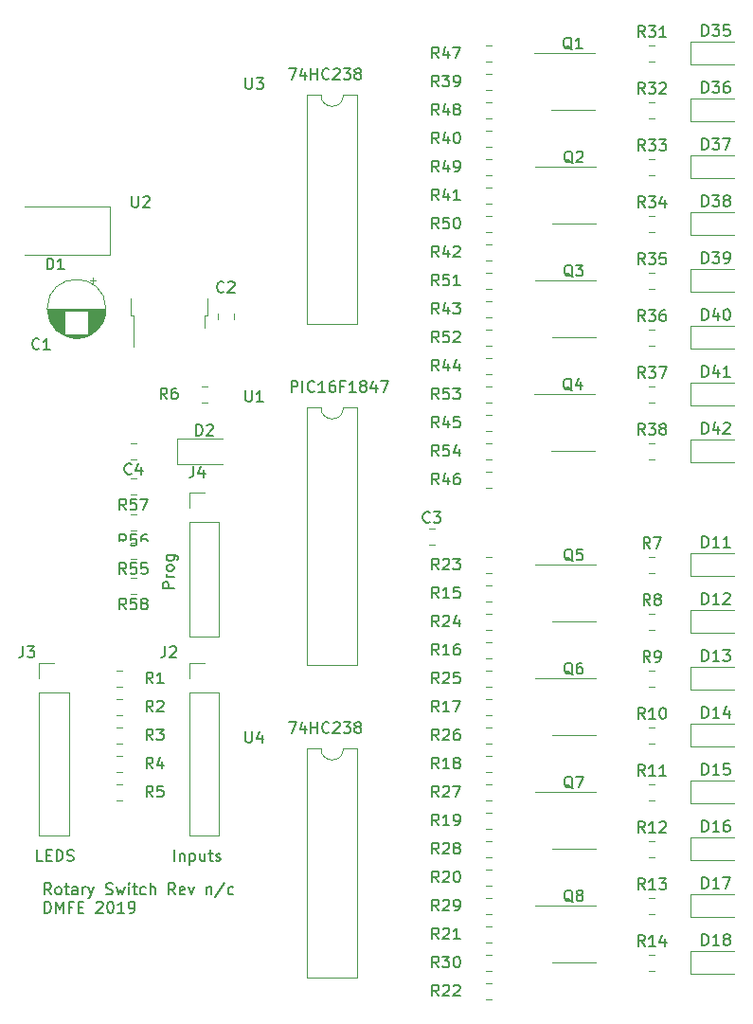
<source format=gto>
G04 #@! TF.GenerationSoftware,KiCad,Pcbnew,(5.1.0-846-g23d3ccbdc)*
G04 #@! TF.CreationDate,2019-06-03T17:31:47-07:00*
G04 #@! TF.ProjectId,R_Switch,525f5377-6974-4636-982e-6b696361645f,n/c*
G04 #@! TF.SameCoordinates,Original*
G04 #@! TF.FileFunction,Legend,Top*
G04 #@! TF.FilePolarity,Positive*
%FSLAX46Y46*%
G04 Gerber Fmt 4.6, Leading zero omitted, Abs format (unit mm)*
G04 Created by KiCad (PCBNEW (5.1.0-846-g23d3ccbdc)) date 2019-06-03 17:31:47*
%MOMM*%
%LPD*%
G04 APERTURE LIST*
%ADD10C,0.150000*%
%ADD11C,0.120000*%
%ADD12C,3.302000*%
%ADD13C,0.100000*%
%ADD14C,1.252000*%
%ADD15O,2.502000X1.702000*%
%ADD16R,2.502000X1.702000*%
%ADD17R,5.902000X6.502000*%
%ADD18R,1.302000X2.302000*%
%ADD19C,0.702000*%
%ADD20O,3.702000X2.182000*%
%ADD21C,2.182000*%
%ADD22O,1.802000X1.802000*%
%ADD23R,1.802000X1.802000*%
%ADD24R,1.002000X1.302000*%
%ADD25C,1.527000*%
%ADD26C,1.778868*%
%ADD27C,1.702000*%
%ADD28R,1.702000X1.702000*%
G04 APERTURE END LIST*
D10*
X108744285Y-74112380D02*
X108744285Y-73112380D01*
X109125238Y-73112380D01*
X109220476Y-73160000D01*
X109268095Y-73207619D01*
X109315714Y-73302857D01*
X109315714Y-73445714D01*
X109268095Y-73540952D01*
X109220476Y-73588571D01*
X109125238Y-73636190D01*
X108744285Y-73636190D01*
X109744285Y-74112380D02*
X109744285Y-73112380D01*
X110791904Y-74017142D02*
X110744285Y-74064761D01*
X110601428Y-74112380D01*
X110506190Y-74112380D01*
X110363333Y-74064761D01*
X110268095Y-73969523D01*
X110220476Y-73874285D01*
X110172857Y-73683809D01*
X110172857Y-73540952D01*
X110220476Y-73350476D01*
X110268095Y-73255238D01*
X110363333Y-73160000D01*
X110506190Y-73112380D01*
X110601428Y-73112380D01*
X110744285Y-73160000D01*
X110791904Y-73207619D01*
X111744285Y-74112380D02*
X111172857Y-74112380D01*
X111458571Y-74112380D02*
X111458571Y-73112380D01*
X111363333Y-73255238D01*
X111268095Y-73350476D01*
X111172857Y-73398095D01*
X112601428Y-73112380D02*
X112410952Y-73112380D01*
X112315714Y-73160000D01*
X112268095Y-73207619D01*
X112172857Y-73350476D01*
X112125238Y-73540952D01*
X112125238Y-73921904D01*
X112172857Y-74017142D01*
X112220476Y-74064761D01*
X112315714Y-74112380D01*
X112506190Y-74112380D01*
X112601428Y-74064761D01*
X112649047Y-74017142D01*
X112696666Y-73921904D01*
X112696666Y-73683809D01*
X112649047Y-73588571D01*
X112601428Y-73540952D01*
X112506190Y-73493333D01*
X112315714Y-73493333D01*
X112220476Y-73540952D01*
X112172857Y-73588571D01*
X112125238Y-73683809D01*
X113458571Y-73588571D02*
X113125238Y-73588571D01*
X113125238Y-74112380D02*
X113125238Y-73112380D01*
X113601428Y-73112380D01*
X114506190Y-74112380D02*
X113934761Y-74112380D01*
X114220476Y-74112380D02*
X114220476Y-73112380D01*
X114125238Y-73255238D01*
X114030000Y-73350476D01*
X113934761Y-73398095D01*
X115077619Y-73540952D02*
X114982380Y-73493333D01*
X114934761Y-73445714D01*
X114887142Y-73350476D01*
X114887142Y-73302857D01*
X114934761Y-73207619D01*
X114982380Y-73160000D01*
X115077619Y-73112380D01*
X115268095Y-73112380D01*
X115363333Y-73160000D01*
X115410952Y-73207619D01*
X115458571Y-73302857D01*
X115458571Y-73350476D01*
X115410952Y-73445714D01*
X115363333Y-73493333D01*
X115268095Y-73540952D01*
X115077619Y-73540952D01*
X114982380Y-73588571D01*
X114934761Y-73636190D01*
X114887142Y-73731428D01*
X114887142Y-73921904D01*
X114934761Y-74017142D01*
X114982380Y-74064761D01*
X115077619Y-74112380D01*
X115268095Y-74112380D01*
X115363333Y-74064761D01*
X115410952Y-74017142D01*
X115458571Y-73921904D01*
X115458571Y-73731428D01*
X115410952Y-73636190D01*
X115363333Y-73588571D01*
X115268095Y-73540952D01*
X116315714Y-73445714D02*
X116315714Y-74112380D01*
X116077619Y-73064761D02*
X115839523Y-73779047D01*
X116458571Y-73779047D01*
X116744285Y-73112380D02*
X117410952Y-73112380D01*
X116982380Y-74112380D01*
X108498095Y-103592380D02*
X109164761Y-103592380D01*
X108736190Y-104592380D01*
X109974285Y-103925714D02*
X109974285Y-104592380D01*
X109736190Y-103544761D02*
X109498095Y-104259047D01*
X110117142Y-104259047D01*
X110498095Y-104592380D02*
X110498095Y-103592380D01*
X110498095Y-104068571D02*
X111069523Y-104068571D01*
X111069523Y-104592380D02*
X111069523Y-103592380D01*
X112117142Y-104497142D02*
X112069523Y-104544761D01*
X111926666Y-104592380D01*
X111831428Y-104592380D01*
X111688571Y-104544761D01*
X111593333Y-104449523D01*
X111545714Y-104354285D01*
X111498095Y-104163809D01*
X111498095Y-104020952D01*
X111545714Y-103830476D01*
X111593333Y-103735238D01*
X111688571Y-103640000D01*
X111831428Y-103592380D01*
X111926666Y-103592380D01*
X112069523Y-103640000D01*
X112117142Y-103687619D01*
X112498095Y-103687619D02*
X112545714Y-103640000D01*
X112640952Y-103592380D01*
X112879047Y-103592380D01*
X112974285Y-103640000D01*
X113021904Y-103687619D01*
X113069523Y-103782857D01*
X113069523Y-103878095D01*
X113021904Y-104020952D01*
X112450476Y-104592380D01*
X113069523Y-104592380D01*
X113402857Y-103592380D02*
X114021904Y-103592380D01*
X113688571Y-103973333D01*
X113831428Y-103973333D01*
X113926666Y-104020952D01*
X113974285Y-104068571D01*
X114021904Y-104163809D01*
X114021904Y-104401904D01*
X113974285Y-104497142D01*
X113926666Y-104544761D01*
X113831428Y-104592380D01*
X113545714Y-104592380D01*
X113450476Y-104544761D01*
X113402857Y-104497142D01*
X114593333Y-104020952D02*
X114498095Y-103973333D01*
X114450476Y-103925714D01*
X114402857Y-103830476D01*
X114402857Y-103782857D01*
X114450476Y-103687619D01*
X114498095Y-103640000D01*
X114593333Y-103592380D01*
X114783809Y-103592380D01*
X114879047Y-103640000D01*
X114926666Y-103687619D01*
X114974285Y-103782857D01*
X114974285Y-103830476D01*
X114926666Y-103925714D01*
X114879047Y-103973333D01*
X114783809Y-104020952D01*
X114593333Y-104020952D01*
X114498095Y-104068571D01*
X114450476Y-104116190D01*
X114402857Y-104211428D01*
X114402857Y-104401904D01*
X114450476Y-104497142D01*
X114498095Y-104544761D01*
X114593333Y-104592380D01*
X114783809Y-104592380D01*
X114879047Y-104544761D01*
X114926666Y-104497142D01*
X114974285Y-104401904D01*
X114974285Y-104211428D01*
X114926666Y-104116190D01*
X114879047Y-104068571D01*
X114783809Y-104020952D01*
X108498095Y-45172380D02*
X109164761Y-45172380D01*
X108736190Y-46172380D01*
X109974285Y-45505714D02*
X109974285Y-46172380D01*
X109736190Y-45124761D02*
X109498095Y-45839047D01*
X110117142Y-45839047D01*
X110498095Y-46172380D02*
X110498095Y-45172380D01*
X110498095Y-45648571D02*
X111069523Y-45648571D01*
X111069523Y-46172380D02*
X111069523Y-45172380D01*
X112117142Y-46077142D02*
X112069523Y-46124761D01*
X111926666Y-46172380D01*
X111831428Y-46172380D01*
X111688571Y-46124761D01*
X111593333Y-46029523D01*
X111545714Y-45934285D01*
X111498095Y-45743809D01*
X111498095Y-45600952D01*
X111545714Y-45410476D01*
X111593333Y-45315238D01*
X111688571Y-45220000D01*
X111831428Y-45172380D01*
X111926666Y-45172380D01*
X112069523Y-45220000D01*
X112117142Y-45267619D01*
X112498095Y-45267619D02*
X112545714Y-45220000D01*
X112640952Y-45172380D01*
X112879047Y-45172380D01*
X112974285Y-45220000D01*
X113021904Y-45267619D01*
X113069523Y-45362857D01*
X113069523Y-45458095D01*
X113021904Y-45600952D01*
X112450476Y-46172380D01*
X113069523Y-46172380D01*
X113402857Y-45172380D02*
X114021904Y-45172380D01*
X113688571Y-45553333D01*
X113831428Y-45553333D01*
X113926666Y-45600952D01*
X113974285Y-45648571D01*
X114021904Y-45743809D01*
X114021904Y-45981904D01*
X113974285Y-46077142D01*
X113926666Y-46124761D01*
X113831428Y-46172380D01*
X113545714Y-46172380D01*
X113450476Y-46124761D01*
X113402857Y-46077142D01*
X114593333Y-45600952D02*
X114498095Y-45553333D01*
X114450476Y-45505714D01*
X114402857Y-45410476D01*
X114402857Y-45362857D01*
X114450476Y-45267619D01*
X114498095Y-45220000D01*
X114593333Y-45172380D01*
X114783809Y-45172380D01*
X114879047Y-45220000D01*
X114926666Y-45267619D01*
X114974285Y-45362857D01*
X114974285Y-45410476D01*
X114926666Y-45505714D01*
X114879047Y-45553333D01*
X114783809Y-45600952D01*
X114593333Y-45600952D01*
X114498095Y-45648571D01*
X114450476Y-45696190D01*
X114402857Y-45791428D01*
X114402857Y-45981904D01*
X114450476Y-46077142D01*
X114498095Y-46124761D01*
X114593333Y-46172380D01*
X114783809Y-46172380D01*
X114879047Y-46124761D01*
X114926666Y-46077142D01*
X114974285Y-45981904D01*
X114974285Y-45791428D01*
X114926666Y-45696190D01*
X114879047Y-45648571D01*
X114783809Y-45600952D01*
X98242380Y-91646190D02*
X97242380Y-91646190D01*
X97242380Y-91265238D01*
X97290000Y-91170000D01*
X97337619Y-91122380D01*
X97432857Y-91074761D01*
X97575714Y-91074761D01*
X97670952Y-91122380D01*
X97718571Y-91170000D01*
X97766190Y-91265238D01*
X97766190Y-91646190D01*
X98242380Y-90646190D02*
X97575714Y-90646190D01*
X97766190Y-90646190D02*
X97670952Y-90598571D01*
X97623333Y-90550952D01*
X97575714Y-90455714D01*
X97575714Y-90360476D01*
X98242380Y-89884285D02*
X98194761Y-89979523D01*
X98147142Y-90027142D01*
X98051904Y-90074761D01*
X97766190Y-90074761D01*
X97670952Y-90027142D01*
X97623333Y-89979523D01*
X97575714Y-89884285D01*
X97575714Y-89741428D01*
X97623333Y-89646190D01*
X97670952Y-89598571D01*
X97766190Y-89550952D01*
X98051904Y-89550952D01*
X98147142Y-89598571D01*
X98194761Y-89646190D01*
X98242380Y-89741428D01*
X98242380Y-89884285D01*
X97575714Y-88693809D02*
X98385238Y-88693809D01*
X98480476Y-88741428D01*
X98528095Y-88789047D01*
X98575714Y-88884285D01*
X98575714Y-89027142D01*
X98528095Y-89122380D01*
X98194761Y-88693809D02*
X98242380Y-88789047D01*
X98242380Y-88979523D01*
X98194761Y-89074761D01*
X98147142Y-89122380D01*
X98051904Y-89170000D01*
X97766190Y-89170000D01*
X97670952Y-89122380D01*
X97623333Y-89074761D01*
X97575714Y-88979523D01*
X97575714Y-88789047D01*
X97623333Y-88693809D01*
X98282380Y-116022380D02*
X98282380Y-115022380D01*
X98758571Y-115355714D02*
X98758571Y-116022380D01*
X98758571Y-115450952D02*
X98806190Y-115403333D01*
X98901428Y-115355714D01*
X99044285Y-115355714D01*
X99139523Y-115403333D01*
X99187142Y-115498571D01*
X99187142Y-116022380D01*
X99663333Y-115355714D02*
X99663333Y-116355714D01*
X99663333Y-115403333D02*
X99758571Y-115355714D01*
X99949047Y-115355714D01*
X100044285Y-115403333D01*
X100091904Y-115450952D01*
X100139523Y-115546190D01*
X100139523Y-115831904D01*
X100091904Y-115927142D01*
X100044285Y-115974761D01*
X99949047Y-116022380D01*
X99758571Y-116022380D01*
X99663333Y-115974761D01*
X100996666Y-115355714D02*
X100996666Y-116022380D01*
X100568095Y-115355714D02*
X100568095Y-115879523D01*
X100615714Y-115974761D01*
X100710952Y-116022380D01*
X100853809Y-116022380D01*
X100949047Y-115974761D01*
X100996666Y-115927142D01*
X101330000Y-115355714D02*
X101710952Y-115355714D01*
X101472857Y-115022380D02*
X101472857Y-115879523D01*
X101520476Y-115974761D01*
X101615714Y-116022380D01*
X101710952Y-116022380D01*
X101996666Y-115974761D02*
X102091904Y-116022380D01*
X102282380Y-116022380D01*
X102377619Y-115974761D01*
X102425238Y-115879523D01*
X102425238Y-115831904D01*
X102377619Y-115736666D01*
X102282380Y-115689047D01*
X102139523Y-115689047D01*
X102044285Y-115641428D01*
X101996666Y-115546190D01*
X101996666Y-115498571D01*
X102044285Y-115403333D01*
X102139523Y-115355714D01*
X102282380Y-115355714D01*
X102377619Y-115403333D01*
X86510952Y-116022380D02*
X86034761Y-116022380D01*
X86034761Y-115022380D01*
X86844285Y-115498571D02*
X87177619Y-115498571D01*
X87320476Y-116022380D02*
X86844285Y-116022380D01*
X86844285Y-115022380D01*
X87320476Y-115022380D01*
X87749047Y-116022380D02*
X87749047Y-115022380D01*
X87987142Y-115022380D01*
X88130000Y-115070000D01*
X88225238Y-115165238D01*
X88272857Y-115260476D01*
X88320476Y-115450952D01*
X88320476Y-115593809D01*
X88272857Y-115784285D01*
X88225238Y-115879523D01*
X88130000Y-115974761D01*
X87987142Y-116022380D01*
X87749047Y-116022380D01*
X88701428Y-115974761D02*
X88844285Y-116022380D01*
X89082380Y-116022380D01*
X89177619Y-115974761D01*
X89225238Y-115927142D01*
X89272857Y-115831904D01*
X89272857Y-115736666D01*
X89225238Y-115641428D01*
X89177619Y-115593809D01*
X89082380Y-115546190D01*
X88891904Y-115498571D01*
X88796666Y-115450952D01*
X88749047Y-115403333D01*
X88701428Y-115308095D01*
X88701428Y-115212857D01*
X88749047Y-115117619D01*
X88796666Y-115070000D01*
X88891904Y-115022380D01*
X89130000Y-115022380D01*
X89272857Y-115070000D01*
X87267023Y-119007380D02*
X86933690Y-118531190D01*
X86695595Y-119007380D02*
X86695595Y-118007380D01*
X87076547Y-118007380D01*
X87171785Y-118055000D01*
X87219404Y-118102619D01*
X87267023Y-118197857D01*
X87267023Y-118340714D01*
X87219404Y-118435952D01*
X87171785Y-118483571D01*
X87076547Y-118531190D01*
X86695595Y-118531190D01*
X87838452Y-119007380D02*
X87743214Y-118959761D01*
X87695595Y-118912142D01*
X87647976Y-118816904D01*
X87647976Y-118531190D01*
X87695595Y-118435952D01*
X87743214Y-118388333D01*
X87838452Y-118340714D01*
X87981309Y-118340714D01*
X88076547Y-118388333D01*
X88124166Y-118435952D01*
X88171785Y-118531190D01*
X88171785Y-118816904D01*
X88124166Y-118912142D01*
X88076547Y-118959761D01*
X87981309Y-119007380D01*
X87838452Y-119007380D01*
X88457500Y-118340714D02*
X88838452Y-118340714D01*
X88600357Y-118007380D02*
X88600357Y-118864523D01*
X88647976Y-118959761D01*
X88743214Y-119007380D01*
X88838452Y-119007380D01*
X89600357Y-119007380D02*
X89600357Y-118483571D01*
X89552738Y-118388333D01*
X89457500Y-118340714D01*
X89267023Y-118340714D01*
X89171785Y-118388333D01*
X89600357Y-118959761D02*
X89505119Y-119007380D01*
X89267023Y-119007380D01*
X89171785Y-118959761D01*
X89124166Y-118864523D01*
X89124166Y-118769285D01*
X89171785Y-118674047D01*
X89267023Y-118626428D01*
X89505119Y-118626428D01*
X89600357Y-118578809D01*
X90076547Y-119007380D02*
X90076547Y-118340714D01*
X90076547Y-118531190D02*
X90124166Y-118435952D01*
X90171785Y-118388333D01*
X90267023Y-118340714D01*
X90362261Y-118340714D01*
X90600357Y-118340714D02*
X90838452Y-119007380D01*
X91076547Y-118340714D02*
X90838452Y-119007380D01*
X90743214Y-119245476D01*
X90695595Y-119293095D01*
X90600357Y-119340714D01*
X92171785Y-118959761D02*
X92314642Y-119007380D01*
X92552738Y-119007380D01*
X92647976Y-118959761D01*
X92695595Y-118912142D01*
X92743214Y-118816904D01*
X92743214Y-118721666D01*
X92695595Y-118626428D01*
X92647976Y-118578809D01*
X92552738Y-118531190D01*
X92362261Y-118483571D01*
X92267023Y-118435952D01*
X92219404Y-118388333D01*
X92171785Y-118293095D01*
X92171785Y-118197857D01*
X92219404Y-118102619D01*
X92267023Y-118055000D01*
X92362261Y-118007380D01*
X92600357Y-118007380D01*
X92743214Y-118055000D01*
X93076547Y-118340714D02*
X93267023Y-119007380D01*
X93457500Y-118531190D01*
X93647976Y-119007380D01*
X93838452Y-118340714D01*
X94219404Y-119007380D02*
X94219404Y-118340714D01*
X94219404Y-118007380D02*
X94171785Y-118055000D01*
X94219404Y-118102619D01*
X94267023Y-118055000D01*
X94219404Y-118007380D01*
X94219404Y-118102619D01*
X94552738Y-118340714D02*
X94933690Y-118340714D01*
X94695595Y-118007380D02*
X94695595Y-118864523D01*
X94743214Y-118959761D01*
X94838452Y-119007380D01*
X94933690Y-119007380D01*
X95695595Y-118959761D02*
X95600357Y-119007380D01*
X95409880Y-119007380D01*
X95314642Y-118959761D01*
X95267023Y-118912142D01*
X95219404Y-118816904D01*
X95219404Y-118531190D01*
X95267023Y-118435952D01*
X95314642Y-118388333D01*
X95409880Y-118340714D01*
X95600357Y-118340714D01*
X95695595Y-118388333D01*
X96124166Y-119007380D02*
X96124166Y-118007380D01*
X96552738Y-119007380D02*
X96552738Y-118483571D01*
X96505119Y-118388333D01*
X96409880Y-118340714D01*
X96267023Y-118340714D01*
X96171785Y-118388333D01*
X96124166Y-118435952D01*
X98362261Y-119007380D02*
X98028928Y-118531190D01*
X97790833Y-119007380D02*
X97790833Y-118007380D01*
X98171785Y-118007380D01*
X98267023Y-118055000D01*
X98314642Y-118102619D01*
X98362261Y-118197857D01*
X98362261Y-118340714D01*
X98314642Y-118435952D01*
X98267023Y-118483571D01*
X98171785Y-118531190D01*
X97790833Y-118531190D01*
X99171785Y-118959761D02*
X99076547Y-119007380D01*
X98886071Y-119007380D01*
X98790833Y-118959761D01*
X98743214Y-118864523D01*
X98743214Y-118483571D01*
X98790833Y-118388333D01*
X98886071Y-118340714D01*
X99076547Y-118340714D01*
X99171785Y-118388333D01*
X99219404Y-118483571D01*
X99219404Y-118578809D01*
X98743214Y-118674047D01*
X99552738Y-118340714D02*
X99790833Y-119007380D01*
X100028928Y-118340714D01*
X101171785Y-118340714D02*
X101171785Y-119007380D01*
X101171785Y-118435952D02*
X101219404Y-118388333D01*
X101314642Y-118340714D01*
X101457500Y-118340714D01*
X101552738Y-118388333D01*
X101600357Y-118483571D01*
X101600357Y-119007380D01*
X102790833Y-117959761D02*
X101933690Y-119245476D01*
X103552738Y-118959761D02*
X103457500Y-119007380D01*
X103267023Y-119007380D01*
X103171785Y-118959761D01*
X103124166Y-118912142D01*
X103076547Y-118816904D01*
X103076547Y-118531190D01*
X103124166Y-118435952D01*
X103171785Y-118388333D01*
X103267023Y-118340714D01*
X103457500Y-118340714D01*
X103552738Y-118388333D01*
X86695595Y-120657380D02*
X86695595Y-119657380D01*
X86933690Y-119657380D01*
X87076547Y-119705000D01*
X87171785Y-119800238D01*
X87219404Y-119895476D01*
X87267023Y-120085952D01*
X87267023Y-120228809D01*
X87219404Y-120419285D01*
X87171785Y-120514523D01*
X87076547Y-120609761D01*
X86933690Y-120657380D01*
X86695595Y-120657380D01*
X87695595Y-120657380D02*
X87695595Y-119657380D01*
X88028928Y-120371666D01*
X88362261Y-119657380D01*
X88362261Y-120657380D01*
X89171785Y-120133571D02*
X88838452Y-120133571D01*
X88838452Y-120657380D02*
X88838452Y-119657380D01*
X89314642Y-119657380D01*
X89695595Y-120133571D02*
X90028928Y-120133571D01*
X90171785Y-120657380D02*
X89695595Y-120657380D01*
X89695595Y-119657380D01*
X90171785Y-119657380D01*
X91314642Y-119752619D02*
X91362261Y-119705000D01*
X91457500Y-119657380D01*
X91695595Y-119657380D01*
X91790833Y-119705000D01*
X91838452Y-119752619D01*
X91886071Y-119847857D01*
X91886071Y-119943095D01*
X91838452Y-120085952D01*
X91267023Y-120657380D01*
X91886071Y-120657380D01*
X92505119Y-119657380D02*
X92600357Y-119657380D01*
X92695595Y-119705000D01*
X92743214Y-119752619D01*
X92790833Y-119847857D01*
X92838452Y-120038333D01*
X92838452Y-120276428D01*
X92790833Y-120466904D01*
X92743214Y-120562142D01*
X92695595Y-120609761D01*
X92600357Y-120657380D01*
X92505119Y-120657380D01*
X92409880Y-120609761D01*
X92362261Y-120562142D01*
X92314642Y-120466904D01*
X92267023Y-120276428D01*
X92267023Y-120038333D01*
X92314642Y-119847857D01*
X92362261Y-119752619D01*
X92409880Y-119705000D01*
X92505119Y-119657380D01*
X93790833Y-120657380D02*
X93219404Y-120657380D01*
X93505119Y-120657380D02*
X93505119Y-119657380D01*
X93409880Y-119800238D01*
X93314642Y-119895476D01*
X93219404Y-119943095D01*
X94267023Y-120657380D02*
X94457500Y-120657380D01*
X94552738Y-120609761D01*
X94600357Y-120562142D01*
X94695595Y-120419285D01*
X94743214Y-120228809D01*
X94743214Y-119847857D01*
X94695595Y-119752619D01*
X94647976Y-119705000D01*
X94552738Y-119657380D01*
X94362261Y-119657380D01*
X94267023Y-119705000D01*
X94219404Y-119752619D01*
X94171785Y-119847857D01*
X94171785Y-120085952D01*
X94219404Y-120181190D01*
X94267023Y-120228809D01*
X94362261Y-120276428D01*
X94552738Y-120276428D01*
X94647976Y-120228809D01*
X94695595Y-120181190D01*
X94743214Y-120085952D01*
D11*
X94876252Y-90730000D02*
X94353748Y-90730000D01*
X94876252Y-92150000D02*
X94353748Y-92150000D01*
X94876252Y-81840000D02*
X94353748Y-81840000D01*
X94876252Y-83260000D02*
X94353748Y-83260000D01*
X94876252Y-85015000D02*
X94353748Y-85015000D01*
X94876252Y-86435000D02*
X94353748Y-86435000D01*
X94876252Y-87555000D02*
X94353748Y-87555000D01*
X94876252Y-88975000D02*
X94353748Y-88975000D01*
X94876252Y-78665000D02*
X94353748Y-78665000D01*
X94876252Y-80085000D02*
X94353748Y-80085000D01*
X114645000Y-105985000D02*
X113395000Y-105985000D01*
X114645000Y-126425000D02*
X114645000Y-105985000D01*
X110145000Y-126425000D02*
X114645000Y-126425000D01*
X110145000Y-105985000D02*
X110145000Y-126425000D01*
X111395000Y-105985000D02*
X110145000Y-105985000D01*
X113395000Y-105985000D02*
G75*
G02X111395000Y-105985000I-1000000J0D01*
G01*
X114645000Y-47565000D02*
X113395000Y-47565000D01*
X114645000Y-68005000D02*
X114645000Y-47565000D01*
X110145000Y-68005000D02*
X114645000Y-68005000D01*
X110145000Y-47565000D02*
X110145000Y-68005000D01*
X111395000Y-47565000D02*
X110145000Y-47565000D01*
X113395000Y-47565000D02*
G75*
G02X111395000Y-47565000I-1000000J0D01*
G01*
X100970000Y-67240000D02*
X100970000Y-68340000D01*
X101240000Y-67240000D02*
X100970000Y-67240000D01*
X101240000Y-65740000D02*
X101240000Y-67240000D01*
X94610000Y-67240000D02*
X94610000Y-70070000D01*
X94340000Y-67240000D02*
X94610000Y-67240000D01*
X94340000Y-65740000D02*
X94340000Y-67240000D01*
X114645000Y-75505000D02*
X113395000Y-75505000D01*
X114645000Y-98485000D02*
X114645000Y-75505000D01*
X110145000Y-98485000D02*
X114645000Y-98485000D01*
X110145000Y-75505000D02*
X110145000Y-98485000D01*
X111395000Y-75505000D02*
X110145000Y-75505000D01*
X113395000Y-75505000D02*
G75*
G02X111395000Y-75505000I-1000000J0D01*
G01*
X126626252Y-78665000D02*
X126103748Y-78665000D01*
X126626252Y-80085000D02*
X126103748Y-80085000D01*
X126626252Y-73585000D02*
X126103748Y-73585000D01*
X126626252Y-75005000D02*
X126103748Y-75005000D01*
X126626252Y-68505000D02*
X126103748Y-68505000D01*
X126626252Y-69925000D02*
X126103748Y-69925000D01*
X126626252Y-63425000D02*
X126103748Y-63425000D01*
X126626252Y-64845000D02*
X126103748Y-64845000D01*
X126626252Y-58345000D02*
X126103748Y-58345000D01*
X126626252Y-59765000D02*
X126103748Y-59765000D01*
X126626252Y-53265000D02*
X126103748Y-53265000D01*
X126626252Y-54685000D02*
X126103748Y-54685000D01*
X126626252Y-48185000D02*
X126103748Y-48185000D01*
X126626252Y-49605000D02*
X126103748Y-49605000D01*
X126626252Y-43105000D02*
X126103748Y-43105000D01*
X126626252Y-44525000D02*
X126103748Y-44525000D01*
X126626252Y-81205000D02*
X126103748Y-81205000D01*
X126626252Y-82625000D02*
X126103748Y-82625000D01*
X126626252Y-76125000D02*
X126103748Y-76125000D01*
X126626252Y-77545000D02*
X126103748Y-77545000D01*
X126626252Y-71045000D02*
X126103748Y-71045000D01*
X126626252Y-72465000D02*
X126103748Y-72465000D01*
X126626252Y-65965000D02*
X126103748Y-65965000D01*
X126626252Y-67385000D02*
X126103748Y-67385000D01*
X126626252Y-60885000D02*
X126103748Y-60885000D01*
X126626252Y-62305000D02*
X126103748Y-62305000D01*
X126626252Y-55805000D02*
X126103748Y-55805000D01*
X126626252Y-57225000D02*
X126103748Y-57225000D01*
X126626252Y-50725000D02*
X126103748Y-50725000D01*
X126626252Y-52145000D02*
X126103748Y-52145000D01*
X126626252Y-45645000D02*
X126103748Y-45645000D01*
X126626252Y-47065000D02*
X126103748Y-47065000D01*
X141231252Y-78665000D02*
X140708748Y-78665000D01*
X141231252Y-80085000D02*
X140708748Y-80085000D01*
X141231252Y-73585000D02*
X140708748Y-73585000D01*
X141231252Y-75005000D02*
X140708748Y-75005000D01*
X141231252Y-68505000D02*
X140708748Y-68505000D01*
X141231252Y-69925000D02*
X140708748Y-69925000D01*
X141231252Y-63425000D02*
X140708748Y-63425000D01*
X141231252Y-64845000D02*
X140708748Y-64845000D01*
X141231252Y-58345000D02*
X140708748Y-58345000D01*
X141231252Y-59765000D02*
X140708748Y-59765000D01*
X141231252Y-53265000D02*
X140708748Y-53265000D01*
X141231252Y-54685000D02*
X140708748Y-54685000D01*
X141231252Y-48185000D02*
X140708748Y-48185000D01*
X141231252Y-49605000D02*
X140708748Y-49605000D01*
X141231252Y-43105000D02*
X140708748Y-43105000D01*
X141231252Y-44525000D02*
X140708748Y-44525000D01*
X126626252Y-124385000D02*
X126103748Y-124385000D01*
X126626252Y-125805000D02*
X126103748Y-125805000D01*
X126626252Y-119305000D02*
X126103748Y-119305000D01*
X126626252Y-120725000D02*
X126103748Y-120725000D01*
X126626252Y-114225000D02*
X126103748Y-114225000D01*
X126626252Y-115645000D02*
X126103748Y-115645000D01*
X126626252Y-109145000D02*
X126103748Y-109145000D01*
X126626252Y-110565000D02*
X126103748Y-110565000D01*
X126626252Y-104065000D02*
X126103748Y-104065000D01*
X126626252Y-105485000D02*
X126103748Y-105485000D01*
X126626252Y-98985000D02*
X126103748Y-98985000D01*
X126626252Y-100405000D02*
X126103748Y-100405000D01*
X126626252Y-93905000D02*
X126103748Y-93905000D01*
X126626252Y-95325000D02*
X126103748Y-95325000D01*
X126626252Y-88825000D02*
X126103748Y-88825000D01*
X126626252Y-90245000D02*
X126103748Y-90245000D01*
X126626252Y-126925000D02*
X126103748Y-126925000D01*
X126626252Y-128345000D02*
X126103748Y-128345000D01*
X126626252Y-121845000D02*
X126103748Y-121845000D01*
X126626252Y-123265000D02*
X126103748Y-123265000D01*
X126626252Y-116765000D02*
X126103748Y-116765000D01*
X126626252Y-118185000D02*
X126103748Y-118185000D01*
X126626252Y-111685000D02*
X126103748Y-111685000D01*
X126626252Y-113105000D02*
X126103748Y-113105000D01*
X126626252Y-106605000D02*
X126103748Y-106605000D01*
X126626252Y-108025000D02*
X126103748Y-108025000D01*
X126626252Y-101525000D02*
X126103748Y-101525000D01*
X126626252Y-102945000D02*
X126103748Y-102945000D01*
X126626252Y-96445000D02*
X126103748Y-96445000D01*
X126626252Y-97865000D02*
X126103748Y-97865000D01*
X126626252Y-91365000D02*
X126103748Y-91365000D01*
X126626252Y-92785000D02*
X126103748Y-92785000D01*
X141231252Y-124385000D02*
X140708748Y-124385000D01*
X141231252Y-125805000D02*
X140708748Y-125805000D01*
X141231252Y-119305000D02*
X140708748Y-119305000D01*
X141231252Y-120725000D02*
X140708748Y-120725000D01*
X141231252Y-114225000D02*
X140708748Y-114225000D01*
X141231252Y-115645000D02*
X140708748Y-115645000D01*
X141231252Y-109145000D02*
X140708748Y-109145000D01*
X141231252Y-110565000D02*
X140708748Y-110565000D01*
X141231252Y-104065000D02*
X140708748Y-104065000D01*
X141231252Y-105485000D02*
X140708748Y-105485000D01*
X141231252Y-98985000D02*
X140708748Y-98985000D01*
X141231252Y-100405000D02*
X140708748Y-100405000D01*
X141231252Y-93905000D02*
X140708748Y-93905000D01*
X141231252Y-95325000D02*
X140708748Y-95325000D01*
X141231252Y-88825000D02*
X140708748Y-88825000D01*
X141231252Y-90245000D02*
X140708748Y-90245000D01*
X101226252Y-73585000D02*
X100703748Y-73585000D01*
X101226252Y-75005000D02*
X100703748Y-75005000D01*
X93606252Y-109145000D02*
X93083748Y-109145000D01*
X93606252Y-110565000D02*
X93083748Y-110565000D01*
X93606252Y-106605000D02*
X93083748Y-106605000D01*
X93606252Y-108025000D02*
X93083748Y-108025000D01*
X93606252Y-104065000D02*
X93083748Y-104065000D01*
X93606252Y-105485000D02*
X93083748Y-105485000D01*
X93606252Y-101525000D02*
X93083748Y-101525000D01*
X93606252Y-102945000D02*
X93083748Y-102945000D01*
X93606252Y-98985000D02*
X93083748Y-98985000D01*
X93606252Y-100405000D02*
X93083748Y-100405000D01*
X133985000Y-119995000D02*
X130535000Y-119995000D01*
X133985000Y-119995000D02*
X135935000Y-119995000D01*
X133985000Y-125115000D02*
X132035000Y-125115000D01*
X133985000Y-125115000D02*
X135935000Y-125115000D01*
X133985000Y-109835000D02*
X130535000Y-109835000D01*
X133985000Y-109835000D02*
X135935000Y-109835000D01*
X133985000Y-114955000D02*
X132035000Y-114955000D01*
X133985000Y-114955000D02*
X135935000Y-114955000D01*
X133985000Y-99675000D02*
X130535000Y-99675000D01*
X133985000Y-99675000D02*
X135935000Y-99675000D01*
X133985000Y-104795000D02*
X132035000Y-104795000D01*
X133985000Y-104795000D02*
X135935000Y-104795000D01*
X133985000Y-89515000D02*
X130535000Y-89515000D01*
X133985000Y-89515000D02*
X135935000Y-89515000D01*
X133985000Y-94635000D02*
X132035000Y-94635000D01*
X133985000Y-94635000D02*
X135935000Y-94635000D01*
X133920000Y-74275000D02*
X130470000Y-74275000D01*
X133920000Y-74275000D02*
X135870000Y-74275000D01*
X133920000Y-79395000D02*
X131970000Y-79395000D01*
X133920000Y-79395000D02*
X135870000Y-79395000D01*
X133985000Y-64115000D02*
X130535000Y-64115000D01*
X133985000Y-64115000D02*
X135935000Y-64115000D01*
X133985000Y-69235000D02*
X132035000Y-69235000D01*
X133985000Y-69235000D02*
X135935000Y-69235000D01*
X133985000Y-53955000D02*
X130535000Y-53955000D01*
X133985000Y-53955000D02*
X135935000Y-53955000D01*
X133985000Y-59075000D02*
X132035000Y-59075000D01*
X133985000Y-59075000D02*
X135935000Y-59075000D01*
X133920000Y-43795000D02*
X130470000Y-43795000D01*
X133920000Y-43795000D02*
X135870000Y-43795000D01*
X133920000Y-48915000D02*
X131970000Y-48915000D01*
X133920000Y-48915000D02*
X135870000Y-48915000D01*
X99635000Y-83125000D02*
X100965000Y-83125000D01*
X99635000Y-84455000D02*
X99635000Y-83125000D01*
X99635000Y-85725000D02*
X102295000Y-85725000D01*
X102295000Y-85725000D02*
X102295000Y-95945000D01*
X99635000Y-85725000D02*
X99635000Y-95945000D01*
X99635000Y-95945000D02*
X102295000Y-95945000D01*
X86195225Y-98365000D02*
X87525225Y-98365000D01*
X86195225Y-99695000D02*
X86195225Y-98365000D01*
X86195225Y-100965000D02*
X88855225Y-100965000D01*
X88855225Y-100965000D02*
X88855225Y-113725000D01*
X86195225Y-100965000D02*
X86195225Y-113725000D01*
X86195225Y-113725000D02*
X88855225Y-113725000D01*
X99635000Y-98365000D02*
X100965000Y-98365000D01*
X99635000Y-99695000D02*
X99635000Y-98365000D01*
X99635000Y-100965000D02*
X102295000Y-100965000D01*
X102295000Y-100965000D02*
X102295000Y-113725000D01*
X99635000Y-100965000D02*
X99635000Y-113725000D01*
X99635000Y-113725000D02*
X102295000Y-113725000D01*
X144435000Y-78375000D02*
X148335000Y-78375000D01*
X144435000Y-80375000D02*
X148335000Y-80375000D01*
X144435000Y-78375000D02*
X144435000Y-80375000D01*
X144435000Y-73295000D02*
X148335000Y-73295000D01*
X144435000Y-75295000D02*
X148335000Y-75295000D01*
X144435000Y-73295000D02*
X144435000Y-75295000D01*
X144435000Y-68215000D02*
X148335000Y-68215000D01*
X144435000Y-70215000D02*
X148335000Y-70215000D01*
X144435000Y-68215000D02*
X144435000Y-70215000D01*
X144435000Y-63135000D02*
X148335000Y-63135000D01*
X144435000Y-65135000D02*
X148335000Y-65135000D01*
X144435000Y-63135000D02*
X144435000Y-65135000D01*
X144435000Y-58055000D02*
X148335000Y-58055000D01*
X144435000Y-60055000D02*
X148335000Y-60055000D01*
X144435000Y-58055000D02*
X144435000Y-60055000D01*
X144435000Y-52975000D02*
X148335000Y-52975000D01*
X144435000Y-54975000D02*
X148335000Y-54975000D01*
X144435000Y-52975000D02*
X144435000Y-54975000D01*
X144435000Y-47895000D02*
X148335000Y-47895000D01*
X144435000Y-49895000D02*
X148335000Y-49895000D01*
X144435000Y-47895000D02*
X144435000Y-49895000D01*
X144435000Y-42815000D02*
X148335000Y-42815000D01*
X144435000Y-44815000D02*
X148335000Y-44815000D01*
X144435000Y-42815000D02*
X144435000Y-44815000D01*
X144435000Y-124095000D02*
X148335000Y-124095000D01*
X144435000Y-126095000D02*
X148335000Y-126095000D01*
X144435000Y-124095000D02*
X144435000Y-126095000D01*
X144435000Y-119015000D02*
X148335000Y-119015000D01*
X144435000Y-121015000D02*
X148335000Y-121015000D01*
X144435000Y-119015000D02*
X144435000Y-121015000D01*
X144435000Y-113935000D02*
X148335000Y-113935000D01*
X144435000Y-115935000D02*
X148335000Y-115935000D01*
X144435000Y-113935000D02*
X144435000Y-115935000D01*
X144435000Y-108855000D02*
X148335000Y-108855000D01*
X144435000Y-110855000D02*
X148335000Y-110855000D01*
X144435000Y-108855000D02*
X144435000Y-110855000D01*
X144435000Y-103775000D02*
X148335000Y-103775000D01*
X144435000Y-105775000D02*
X148335000Y-105775000D01*
X144435000Y-103775000D02*
X144435000Y-105775000D01*
X144435000Y-98695000D02*
X148335000Y-98695000D01*
X144435000Y-100695000D02*
X148335000Y-100695000D01*
X144435000Y-98695000D02*
X144435000Y-100695000D01*
X144435000Y-93615000D02*
X148335000Y-93615000D01*
X144435000Y-95615000D02*
X148335000Y-95615000D01*
X144435000Y-93615000D02*
X144435000Y-95615000D01*
X144435000Y-88535000D02*
X148335000Y-88535000D01*
X144435000Y-90535000D02*
X148335000Y-90535000D01*
X144435000Y-88535000D02*
X144435000Y-90535000D01*
X98505000Y-80510000D02*
X102565000Y-80510000D01*
X98505000Y-78240000D02*
X98505000Y-80510000D01*
X102565000Y-78240000D02*
X98505000Y-78240000D01*
X92480000Y-61840000D02*
X84930000Y-61840000D01*
X92480000Y-57540000D02*
X84930000Y-57540000D01*
X92480000Y-61840000D02*
X92480000Y-57540000D01*
X121023748Y-87705000D02*
X121546252Y-87705000D01*
X121023748Y-86285000D02*
X121546252Y-86285000D01*
X103580000Y-67571252D02*
X103580000Y-67048748D01*
X102160000Y-67571252D02*
X102160000Y-67048748D01*
X91260000Y-64100225D02*
X90760000Y-64100225D01*
X91010000Y-63850225D02*
X91010000Y-64350225D01*
X89819000Y-69256000D02*
X89251000Y-69256000D01*
X90053000Y-69216000D02*
X89017000Y-69216000D01*
X90212000Y-69176000D02*
X88858000Y-69176000D01*
X90340000Y-69136000D02*
X88730000Y-69136000D01*
X90450000Y-69096000D02*
X88620000Y-69096000D01*
X90546000Y-69056000D02*
X88524000Y-69056000D01*
X90633000Y-69016000D02*
X88437000Y-69016000D01*
X90713000Y-68976000D02*
X88357000Y-68976000D01*
X88495000Y-68936000D02*
X88284000Y-68936000D01*
X90786000Y-68936000D02*
X90575000Y-68936000D01*
X88495000Y-68896000D02*
X88216000Y-68896000D01*
X90854000Y-68896000D02*
X90575000Y-68896000D01*
X88495000Y-68856000D02*
X88152000Y-68856000D01*
X90918000Y-68856000D02*
X90575000Y-68856000D01*
X88495000Y-68816000D02*
X88092000Y-68816000D01*
X90978000Y-68816000D02*
X90575000Y-68816000D01*
X88495000Y-68776000D02*
X88035000Y-68776000D01*
X91035000Y-68776000D02*
X90575000Y-68776000D01*
X88495000Y-68736000D02*
X87981000Y-68736000D01*
X91089000Y-68736000D02*
X90575000Y-68736000D01*
X88495000Y-68696000D02*
X87930000Y-68696000D01*
X91140000Y-68696000D02*
X90575000Y-68696000D01*
X88495000Y-68656000D02*
X87882000Y-68656000D01*
X91188000Y-68656000D02*
X90575000Y-68656000D01*
X88495000Y-68616000D02*
X87836000Y-68616000D01*
X91234000Y-68616000D02*
X90575000Y-68616000D01*
X88495000Y-68576000D02*
X87792000Y-68576000D01*
X91278000Y-68576000D02*
X90575000Y-68576000D01*
X88495000Y-68536000D02*
X87750000Y-68536000D01*
X91320000Y-68536000D02*
X90575000Y-68536000D01*
X88495000Y-68496000D02*
X87709000Y-68496000D01*
X91361000Y-68496000D02*
X90575000Y-68496000D01*
X88495000Y-68456000D02*
X87671000Y-68456000D01*
X91399000Y-68456000D02*
X90575000Y-68456000D01*
X88495000Y-68416000D02*
X87634000Y-68416000D01*
X91436000Y-68416000D02*
X90575000Y-68416000D01*
X88495000Y-68376000D02*
X87598000Y-68376000D01*
X91472000Y-68376000D02*
X90575000Y-68376000D01*
X88495000Y-68336000D02*
X87564000Y-68336000D01*
X91506000Y-68336000D02*
X90575000Y-68336000D01*
X88495000Y-68296000D02*
X87531000Y-68296000D01*
X91539000Y-68296000D02*
X90575000Y-68296000D01*
X88495000Y-68256000D02*
X87500000Y-68256000D01*
X91570000Y-68256000D02*
X90575000Y-68256000D01*
X88495000Y-68216000D02*
X87470000Y-68216000D01*
X91600000Y-68216000D02*
X90575000Y-68216000D01*
X88495000Y-68176000D02*
X87440000Y-68176000D01*
X91630000Y-68176000D02*
X90575000Y-68176000D01*
X88495000Y-68136000D02*
X87413000Y-68136000D01*
X91657000Y-68136000D02*
X90575000Y-68136000D01*
X88495000Y-68096000D02*
X87386000Y-68096000D01*
X91684000Y-68096000D02*
X90575000Y-68096000D01*
X88495000Y-68056000D02*
X87360000Y-68056000D01*
X91710000Y-68056000D02*
X90575000Y-68056000D01*
X88495000Y-68016000D02*
X87335000Y-68016000D01*
X91735000Y-68016000D02*
X90575000Y-68016000D01*
X88495000Y-67976000D02*
X87311000Y-67976000D01*
X91759000Y-67976000D02*
X90575000Y-67976000D01*
X88495000Y-67936000D02*
X87288000Y-67936000D01*
X91782000Y-67936000D02*
X90575000Y-67936000D01*
X88495000Y-67896000D02*
X87267000Y-67896000D01*
X91803000Y-67896000D02*
X90575000Y-67896000D01*
X88495000Y-67856000D02*
X87245000Y-67856000D01*
X91825000Y-67856000D02*
X90575000Y-67856000D01*
X88495000Y-67816000D02*
X87225000Y-67816000D01*
X91845000Y-67816000D02*
X90575000Y-67816000D01*
X88495000Y-67776000D02*
X87206000Y-67776000D01*
X91864000Y-67776000D02*
X90575000Y-67776000D01*
X88495000Y-67736000D02*
X87187000Y-67736000D01*
X91883000Y-67736000D02*
X90575000Y-67736000D01*
X88495000Y-67696000D02*
X87170000Y-67696000D01*
X91900000Y-67696000D02*
X90575000Y-67696000D01*
X88495000Y-67656000D02*
X87153000Y-67656000D01*
X91917000Y-67656000D02*
X90575000Y-67656000D01*
X88495000Y-67616000D02*
X87137000Y-67616000D01*
X91933000Y-67616000D02*
X90575000Y-67616000D01*
X88495000Y-67576000D02*
X87121000Y-67576000D01*
X91949000Y-67576000D02*
X90575000Y-67576000D01*
X88495000Y-67536000D02*
X87107000Y-67536000D01*
X91963000Y-67536000D02*
X90575000Y-67536000D01*
X88495000Y-67496000D02*
X87093000Y-67496000D01*
X91977000Y-67496000D02*
X90575000Y-67496000D01*
X88495000Y-67456000D02*
X87080000Y-67456000D01*
X91990000Y-67456000D02*
X90575000Y-67456000D01*
X88495000Y-67416000D02*
X87067000Y-67416000D01*
X92003000Y-67416000D02*
X90575000Y-67416000D01*
X88495000Y-67376000D02*
X87055000Y-67376000D01*
X92015000Y-67376000D02*
X90575000Y-67376000D01*
X88495000Y-67335000D02*
X87044000Y-67335000D01*
X92026000Y-67335000D02*
X90575000Y-67335000D01*
X88495000Y-67295000D02*
X87034000Y-67295000D01*
X92036000Y-67295000D02*
X90575000Y-67295000D01*
X88495000Y-67255000D02*
X87024000Y-67255000D01*
X92046000Y-67255000D02*
X90575000Y-67255000D01*
X88495000Y-67215000D02*
X87015000Y-67215000D01*
X92055000Y-67215000D02*
X90575000Y-67215000D01*
X88495000Y-67175000D02*
X87007000Y-67175000D01*
X92063000Y-67175000D02*
X90575000Y-67175000D01*
X88495000Y-67135000D02*
X86999000Y-67135000D01*
X92071000Y-67135000D02*
X90575000Y-67135000D01*
X88495000Y-67095000D02*
X86992000Y-67095000D01*
X92078000Y-67095000D02*
X90575000Y-67095000D01*
X88495000Y-67055000D02*
X86985000Y-67055000D01*
X92085000Y-67055000D02*
X90575000Y-67055000D01*
X88495000Y-67015000D02*
X86979000Y-67015000D01*
X92091000Y-67015000D02*
X90575000Y-67015000D01*
X88495000Y-66975000D02*
X86974000Y-66975000D01*
X92096000Y-66975000D02*
X90575000Y-66975000D01*
X88495000Y-66935000D02*
X86970000Y-66935000D01*
X92100000Y-66935000D02*
X90575000Y-66935000D01*
X88495000Y-66895000D02*
X86966000Y-66895000D01*
X92104000Y-66895000D02*
X90575000Y-66895000D01*
X92108000Y-66855000D02*
X86962000Y-66855000D01*
X92111000Y-66815000D02*
X86959000Y-66815000D01*
X92113000Y-66775000D02*
X86957000Y-66775000D01*
X92114000Y-66735000D02*
X86956000Y-66735000D01*
X92115000Y-66695000D02*
X86955000Y-66695000D01*
X92115000Y-66655000D02*
X86955000Y-66655000D01*
X92155000Y-66655000D02*
G75*
G03X92155000Y-66655000I-2620000J0D01*
G01*
D10*
X93972142Y-93542380D02*
X93638809Y-93066190D01*
X93400714Y-93542380D02*
X93400714Y-92542380D01*
X93781666Y-92542380D01*
X93876904Y-92590000D01*
X93924523Y-92637619D01*
X93972142Y-92732857D01*
X93972142Y-92875714D01*
X93924523Y-92970952D01*
X93876904Y-93018571D01*
X93781666Y-93066190D01*
X93400714Y-93066190D01*
X94876904Y-92542380D02*
X94400714Y-92542380D01*
X94353095Y-93018571D01*
X94400714Y-92970952D01*
X94495952Y-92923333D01*
X94734047Y-92923333D01*
X94829285Y-92970952D01*
X94876904Y-93018571D01*
X94924523Y-93113809D01*
X94924523Y-93351904D01*
X94876904Y-93447142D01*
X94829285Y-93494761D01*
X94734047Y-93542380D01*
X94495952Y-93542380D01*
X94400714Y-93494761D01*
X94353095Y-93447142D01*
X95495952Y-92970952D02*
X95400714Y-92923333D01*
X95353095Y-92875714D01*
X95305476Y-92780476D01*
X95305476Y-92732857D01*
X95353095Y-92637619D01*
X95400714Y-92590000D01*
X95495952Y-92542380D01*
X95686428Y-92542380D01*
X95781666Y-92590000D01*
X95829285Y-92637619D01*
X95876904Y-92732857D01*
X95876904Y-92780476D01*
X95829285Y-92875714D01*
X95781666Y-92923333D01*
X95686428Y-92970952D01*
X95495952Y-92970952D01*
X95400714Y-93018571D01*
X95353095Y-93066190D01*
X95305476Y-93161428D01*
X95305476Y-93351904D01*
X95353095Y-93447142D01*
X95400714Y-93494761D01*
X95495952Y-93542380D01*
X95686428Y-93542380D01*
X95781666Y-93494761D01*
X95829285Y-93447142D01*
X95876904Y-93351904D01*
X95876904Y-93161428D01*
X95829285Y-93066190D01*
X95781666Y-93018571D01*
X95686428Y-92970952D01*
X93972142Y-84652380D02*
X93638809Y-84176190D01*
X93400714Y-84652380D02*
X93400714Y-83652380D01*
X93781666Y-83652380D01*
X93876904Y-83700000D01*
X93924523Y-83747619D01*
X93972142Y-83842857D01*
X93972142Y-83985714D01*
X93924523Y-84080952D01*
X93876904Y-84128571D01*
X93781666Y-84176190D01*
X93400714Y-84176190D01*
X94876904Y-83652380D02*
X94400714Y-83652380D01*
X94353095Y-84128571D01*
X94400714Y-84080952D01*
X94495952Y-84033333D01*
X94734047Y-84033333D01*
X94829285Y-84080952D01*
X94876904Y-84128571D01*
X94924523Y-84223809D01*
X94924523Y-84461904D01*
X94876904Y-84557142D01*
X94829285Y-84604761D01*
X94734047Y-84652380D01*
X94495952Y-84652380D01*
X94400714Y-84604761D01*
X94353095Y-84557142D01*
X95257857Y-83652380D02*
X95924523Y-83652380D01*
X95495952Y-84652380D01*
X93972142Y-87827380D02*
X93638809Y-87351190D01*
X93400714Y-87827380D02*
X93400714Y-86827380D01*
X93781666Y-86827380D01*
X93876904Y-86875000D01*
X93924523Y-86922619D01*
X93972142Y-87017857D01*
X93972142Y-87160714D01*
X93924523Y-87255952D01*
X93876904Y-87303571D01*
X93781666Y-87351190D01*
X93400714Y-87351190D01*
X94876904Y-86827380D02*
X94400714Y-86827380D01*
X94353095Y-87303571D01*
X94400714Y-87255952D01*
X94495952Y-87208333D01*
X94734047Y-87208333D01*
X94829285Y-87255952D01*
X94876904Y-87303571D01*
X94924523Y-87398809D01*
X94924523Y-87636904D01*
X94876904Y-87732142D01*
X94829285Y-87779761D01*
X94734047Y-87827380D01*
X94495952Y-87827380D01*
X94400714Y-87779761D01*
X94353095Y-87732142D01*
X95781666Y-86827380D02*
X95591190Y-86827380D01*
X95495952Y-86875000D01*
X95448333Y-86922619D01*
X95353095Y-87065476D01*
X95305476Y-87255952D01*
X95305476Y-87636904D01*
X95353095Y-87732142D01*
X95400714Y-87779761D01*
X95495952Y-87827380D01*
X95686428Y-87827380D01*
X95781666Y-87779761D01*
X95829285Y-87732142D01*
X95876904Y-87636904D01*
X95876904Y-87398809D01*
X95829285Y-87303571D01*
X95781666Y-87255952D01*
X95686428Y-87208333D01*
X95495952Y-87208333D01*
X95400714Y-87255952D01*
X95353095Y-87303571D01*
X95305476Y-87398809D01*
X93972142Y-90367380D02*
X93638809Y-89891190D01*
X93400714Y-90367380D02*
X93400714Y-89367380D01*
X93781666Y-89367380D01*
X93876904Y-89415000D01*
X93924523Y-89462619D01*
X93972142Y-89557857D01*
X93972142Y-89700714D01*
X93924523Y-89795952D01*
X93876904Y-89843571D01*
X93781666Y-89891190D01*
X93400714Y-89891190D01*
X94876904Y-89367380D02*
X94400714Y-89367380D01*
X94353095Y-89843571D01*
X94400714Y-89795952D01*
X94495952Y-89748333D01*
X94734047Y-89748333D01*
X94829285Y-89795952D01*
X94876904Y-89843571D01*
X94924523Y-89938809D01*
X94924523Y-90176904D01*
X94876904Y-90272142D01*
X94829285Y-90319761D01*
X94734047Y-90367380D01*
X94495952Y-90367380D01*
X94400714Y-90319761D01*
X94353095Y-90272142D01*
X95829285Y-89367380D02*
X95353095Y-89367380D01*
X95305476Y-89843571D01*
X95353095Y-89795952D01*
X95448333Y-89748333D01*
X95686428Y-89748333D01*
X95781666Y-89795952D01*
X95829285Y-89843571D01*
X95876904Y-89938809D01*
X95876904Y-90176904D01*
X95829285Y-90272142D01*
X95781666Y-90319761D01*
X95686428Y-90367380D01*
X95448333Y-90367380D01*
X95353095Y-90319761D01*
X95305476Y-90272142D01*
X94448333Y-81382142D02*
X94400714Y-81429761D01*
X94257857Y-81477380D01*
X94162619Y-81477380D01*
X94019761Y-81429761D01*
X93924523Y-81334523D01*
X93876904Y-81239285D01*
X93829285Y-81048809D01*
X93829285Y-80905952D01*
X93876904Y-80715476D01*
X93924523Y-80620238D01*
X94019761Y-80525000D01*
X94162619Y-80477380D01*
X94257857Y-80477380D01*
X94400714Y-80525000D01*
X94448333Y-80572619D01*
X95305476Y-80810714D02*
X95305476Y-81477380D01*
X95067380Y-80429761D02*
X94829285Y-81144047D01*
X95448333Y-81144047D01*
X104648095Y-104437380D02*
X104648095Y-105246904D01*
X104695714Y-105342142D01*
X104743333Y-105389761D01*
X104838571Y-105437380D01*
X105029047Y-105437380D01*
X105124285Y-105389761D01*
X105171904Y-105342142D01*
X105219523Y-105246904D01*
X105219523Y-104437380D01*
X106124285Y-104770714D02*
X106124285Y-105437380D01*
X105886190Y-104389761D02*
X105648095Y-105104047D01*
X106267142Y-105104047D01*
X104648095Y-46017380D02*
X104648095Y-46826904D01*
X104695714Y-46922142D01*
X104743333Y-46969761D01*
X104838571Y-47017380D01*
X105029047Y-47017380D01*
X105124285Y-46969761D01*
X105171904Y-46922142D01*
X105219523Y-46826904D01*
X105219523Y-46017380D01*
X105600476Y-46017380D02*
X106219523Y-46017380D01*
X105886190Y-46398333D01*
X106029047Y-46398333D01*
X106124285Y-46445952D01*
X106171904Y-46493571D01*
X106219523Y-46588809D01*
X106219523Y-46826904D01*
X106171904Y-46922142D01*
X106124285Y-46969761D01*
X106029047Y-47017380D01*
X105743333Y-47017380D01*
X105648095Y-46969761D01*
X105600476Y-46922142D01*
X94488095Y-56602380D02*
X94488095Y-57411904D01*
X94535714Y-57507142D01*
X94583333Y-57554761D01*
X94678571Y-57602380D01*
X94869047Y-57602380D01*
X94964285Y-57554761D01*
X95011904Y-57507142D01*
X95059523Y-57411904D01*
X95059523Y-56602380D01*
X95488095Y-56697619D02*
X95535714Y-56650000D01*
X95630952Y-56602380D01*
X95869047Y-56602380D01*
X95964285Y-56650000D01*
X96011904Y-56697619D01*
X96059523Y-56792857D01*
X96059523Y-56888095D01*
X96011904Y-57030952D01*
X95440476Y-57602380D01*
X96059523Y-57602380D01*
X104648095Y-73957380D02*
X104648095Y-74766904D01*
X104695714Y-74862142D01*
X104743333Y-74909761D01*
X104838571Y-74957380D01*
X105029047Y-74957380D01*
X105124285Y-74909761D01*
X105171904Y-74862142D01*
X105219523Y-74766904D01*
X105219523Y-73957380D01*
X106219523Y-74957380D02*
X105648095Y-74957380D01*
X105933809Y-74957380D02*
X105933809Y-73957380D01*
X105838571Y-74100238D01*
X105743333Y-74195476D01*
X105648095Y-74243095D01*
X121912142Y-79827380D02*
X121578809Y-79351190D01*
X121340714Y-79827380D02*
X121340714Y-78827380D01*
X121721666Y-78827380D01*
X121816904Y-78875000D01*
X121864523Y-78922619D01*
X121912142Y-79017857D01*
X121912142Y-79160714D01*
X121864523Y-79255952D01*
X121816904Y-79303571D01*
X121721666Y-79351190D01*
X121340714Y-79351190D01*
X122816904Y-78827380D02*
X122340714Y-78827380D01*
X122293095Y-79303571D01*
X122340714Y-79255952D01*
X122435952Y-79208333D01*
X122674047Y-79208333D01*
X122769285Y-79255952D01*
X122816904Y-79303571D01*
X122864523Y-79398809D01*
X122864523Y-79636904D01*
X122816904Y-79732142D01*
X122769285Y-79779761D01*
X122674047Y-79827380D01*
X122435952Y-79827380D01*
X122340714Y-79779761D01*
X122293095Y-79732142D01*
X123721666Y-79160714D02*
X123721666Y-79827380D01*
X123483571Y-78779761D02*
X123245476Y-79494047D01*
X123864523Y-79494047D01*
X121912142Y-74747380D02*
X121578809Y-74271190D01*
X121340714Y-74747380D02*
X121340714Y-73747380D01*
X121721666Y-73747380D01*
X121816904Y-73795000D01*
X121864523Y-73842619D01*
X121912142Y-73937857D01*
X121912142Y-74080714D01*
X121864523Y-74175952D01*
X121816904Y-74223571D01*
X121721666Y-74271190D01*
X121340714Y-74271190D01*
X122816904Y-73747380D02*
X122340714Y-73747380D01*
X122293095Y-74223571D01*
X122340714Y-74175952D01*
X122435952Y-74128333D01*
X122674047Y-74128333D01*
X122769285Y-74175952D01*
X122816904Y-74223571D01*
X122864523Y-74318809D01*
X122864523Y-74556904D01*
X122816904Y-74652142D01*
X122769285Y-74699761D01*
X122674047Y-74747380D01*
X122435952Y-74747380D01*
X122340714Y-74699761D01*
X122293095Y-74652142D01*
X123197857Y-73747380D02*
X123816904Y-73747380D01*
X123483571Y-74128333D01*
X123626428Y-74128333D01*
X123721666Y-74175952D01*
X123769285Y-74223571D01*
X123816904Y-74318809D01*
X123816904Y-74556904D01*
X123769285Y-74652142D01*
X123721666Y-74699761D01*
X123626428Y-74747380D01*
X123340714Y-74747380D01*
X123245476Y-74699761D01*
X123197857Y-74652142D01*
X121912142Y-69667380D02*
X121578809Y-69191190D01*
X121340714Y-69667380D02*
X121340714Y-68667380D01*
X121721666Y-68667380D01*
X121816904Y-68715000D01*
X121864523Y-68762619D01*
X121912142Y-68857857D01*
X121912142Y-69000714D01*
X121864523Y-69095952D01*
X121816904Y-69143571D01*
X121721666Y-69191190D01*
X121340714Y-69191190D01*
X122816904Y-68667380D02*
X122340714Y-68667380D01*
X122293095Y-69143571D01*
X122340714Y-69095952D01*
X122435952Y-69048333D01*
X122674047Y-69048333D01*
X122769285Y-69095952D01*
X122816904Y-69143571D01*
X122864523Y-69238809D01*
X122864523Y-69476904D01*
X122816904Y-69572142D01*
X122769285Y-69619761D01*
X122674047Y-69667380D01*
X122435952Y-69667380D01*
X122340714Y-69619761D01*
X122293095Y-69572142D01*
X123245476Y-68762619D02*
X123293095Y-68715000D01*
X123388333Y-68667380D01*
X123626428Y-68667380D01*
X123721666Y-68715000D01*
X123769285Y-68762619D01*
X123816904Y-68857857D01*
X123816904Y-68953095D01*
X123769285Y-69095952D01*
X123197857Y-69667380D01*
X123816904Y-69667380D01*
X121912142Y-64587380D02*
X121578809Y-64111190D01*
X121340714Y-64587380D02*
X121340714Y-63587380D01*
X121721666Y-63587380D01*
X121816904Y-63635000D01*
X121864523Y-63682619D01*
X121912142Y-63777857D01*
X121912142Y-63920714D01*
X121864523Y-64015952D01*
X121816904Y-64063571D01*
X121721666Y-64111190D01*
X121340714Y-64111190D01*
X122816904Y-63587380D02*
X122340714Y-63587380D01*
X122293095Y-64063571D01*
X122340714Y-64015952D01*
X122435952Y-63968333D01*
X122674047Y-63968333D01*
X122769285Y-64015952D01*
X122816904Y-64063571D01*
X122864523Y-64158809D01*
X122864523Y-64396904D01*
X122816904Y-64492142D01*
X122769285Y-64539761D01*
X122674047Y-64587380D01*
X122435952Y-64587380D01*
X122340714Y-64539761D01*
X122293095Y-64492142D01*
X123816904Y-64587380D02*
X123245476Y-64587380D01*
X123531190Y-64587380D02*
X123531190Y-63587380D01*
X123435952Y-63730238D01*
X123340714Y-63825476D01*
X123245476Y-63873095D01*
X121912142Y-59507380D02*
X121578809Y-59031190D01*
X121340714Y-59507380D02*
X121340714Y-58507380D01*
X121721666Y-58507380D01*
X121816904Y-58555000D01*
X121864523Y-58602619D01*
X121912142Y-58697857D01*
X121912142Y-58840714D01*
X121864523Y-58935952D01*
X121816904Y-58983571D01*
X121721666Y-59031190D01*
X121340714Y-59031190D01*
X122816904Y-58507380D02*
X122340714Y-58507380D01*
X122293095Y-58983571D01*
X122340714Y-58935952D01*
X122435952Y-58888333D01*
X122674047Y-58888333D01*
X122769285Y-58935952D01*
X122816904Y-58983571D01*
X122864523Y-59078809D01*
X122864523Y-59316904D01*
X122816904Y-59412142D01*
X122769285Y-59459761D01*
X122674047Y-59507380D01*
X122435952Y-59507380D01*
X122340714Y-59459761D01*
X122293095Y-59412142D01*
X123483571Y-58507380D02*
X123578809Y-58507380D01*
X123674047Y-58555000D01*
X123721666Y-58602619D01*
X123769285Y-58697857D01*
X123816904Y-58888333D01*
X123816904Y-59126428D01*
X123769285Y-59316904D01*
X123721666Y-59412142D01*
X123674047Y-59459761D01*
X123578809Y-59507380D01*
X123483571Y-59507380D01*
X123388333Y-59459761D01*
X123340714Y-59412142D01*
X123293095Y-59316904D01*
X123245476Y-59126428D01*
X123245476Y-58888333D01*
X123293095Y-58697857D01*
X123340714Y-58602619D01*
X123388333Y-58555000D01*
X123483571Y-58507380D01*
X121912142Y-54427380D02*
X121578809Y-53951190D01*
X121340714Y-54427380D02*
X121340714Y-53427380D01*
X121721666Y-53427380D01*
X121816904Y-53475000D01*
X121864523Y-53522619D01*
X121912142Y-53617857D01*
X121912142Y-53760714D01*
X121864523Y-53855952D01*
X121816904Y-53903571D01*
X121721666Y-53951190D01*
X121340714Y-53951190D01*
X122769285Y-53760714D02*
X122769285Y-54427380D01*
X122531190Y-53379761D02*
X122293095Y-54094047D01*
X122912142Y-54094047D01*
X123340714Y-54427380D02*
X123531190Y-54427380D01*
X123626428Y-54379761D01*
X123674047Y-54332142D01*
X123769285Y-54189285D01*
X123816904Y-53998809D01*
X123816904Y-53617857D01*
X123769285Y-53522619D01*
X123721666Y-53475000D01*
X123626428Y-53427380D01*
X123435952Y-53427380D01*
X123340714Y-53475000D01*
X123293095Y-53522619D01*
X123245476Y-53617857D01*
X123245476Y-53855952D01*
X123293095Y-53951190D01*
X123340714Y-53998809D01*
X123435952Y-54046428D01*
X123626428Y-54046428D01*
X123721666Y-53998809D01*
X123769285Y-53951190D01*
X123816904Y-53855952D01*
X121912142Y-49347380D02*
X121578809Y-48871190D01*
X121340714Y-49347380D02*
X121340714Y-48347380D01*
X121721666Y-48347380D01*
X121816904Y-48395000D01*
X121864523Y-48442619D01*
X121912142Y-48537857D01*
X121912142Y-48680714D01*
X121864523Y-48775952D01*
X121816904Y-48823571D01*
X121721666Y-48871190D01*
X121340714Y-48871190D01*
X122769285Y-48680714D02*
X122769285Y-49347380D01*
X122531190Y-48299761D02*
X122293095Y-49014047D01*
X122912142Y-49014047D01*
X123435952Y-48775952D02*
X123340714Y-48728333D01*
X123293095Y-48680714D01*
X123245476Y-48585476D01*
X123245476Y-48537857D01*
X123293095Y-48442619D01*
X123340714Y-48395000D01*
X123435952Y-48347380D01*
X123626428Y-48347380D01*
X123721666Y-48395000D01*
X123769285Y-48442619D01*
X123816904Y-48537857D01*
X123816904Y-48585476D01*
X123769285Y-48680714D01*
X123721666Y-48728333D01*
X123626428Y-48775952D01*
X123435952Y-48775952D01*
X123340714Y-48823571D01*
X123293095Y-48871190D01*
X123245476Y-48966428D01*
X123245476Y-49156904D01*
X123293095Y-49252142D01*
X123340714Y-49299761D01*
X123435952Y-49347380D01*
X123626428Y-49347380D01*
X123721666Y-49299761D01*
X123769285Y-49252142D01*
X123816904Y-49156904D01*
X123816904Y-48966428D01*
X123769285Y-48871190D01*
X123721666Y-48823571D01*
X123626428Y-48775952D01*
X121912142Y-44267380D02*
X121578809Y-43791190D01*
X121340714Y-44267380D02*
X121340714Y-43267380D01*
X121721666Y-43267380D01*
X121816904Y-43315000D01*
X121864523Y-43362619D01*
X121912142Y-43457857D01*
X121912142Y-43600714D01*
X121864523Y-43695952D01*
X121816904Y-43743571D01*
X121721666Y-43791190D01*
X121340714Y-43791190D01*
X122769285Y-43600714D02*
X122769285Y-44267380D01*
X122531190Y-43219761D02*
X122293095Y-43934047D01*
X122912142Y-43934047D01*
X123197857Y-43267380D02*
X123864523Y-43267380D01*
X123435952Y-44267380D01*
X121912142Y-82367380D02*
X121578809Y-81891190D01*
X121340714Y-82367380D02*
X121340714Y-81367380D01*
X121721666Y-81367380D01*
X121816904Y-81415000D01*
X121864523Y-81462619D01*
X121912142Y-81557857D01*
X121912142Y-81700714D01*
X121864523Y-81795952D01*
X121816904Y-81843571D01*
X121721666Y-81891190D01*
X121340714Y-81891190D01*
X122769285Y-81700714D02*
X122769285Y-82367380D01*
X122531190Y-81319761D02*
X122293095Y-82034047D01*
X122912142Y-82034047D01*
X123721666Y-81367380D02*
X123531190Y-81367380D01*
X123435952Y-81415000D01*
X123388333Y-81462619D01*
X123293095Y-81605476D01*
X123245476Y-81795952D01*
X123245476Y-82176904D01*
X123293095Y-82272142D01*
X123340714Y-82319761D01*
X123435952Y-82367380D01*
X123626428Y-82367380D01*
X123721666Y-82319761D01*
X123769285Y-82272142D01*
X123816904Y-82176904D01*
X123816904Y-81938809D01*
X123769285Y-81843571D01*
X123721666Y-81795952D01*
X123626428Y-81748333D01*
X123435952Y-81748333D01*
X123340714Y-81795952D01*
X123293095Y-81843571D01*
X123245476Y-81938809D01*
X121912142Y-77287380D02*
X121578809Y-76811190D01*
X121340714Y-77287380D02*
X121340714Y-76287380D01*
X121721666Y-76287380D01*
X121816904Y-76335000D01*
X121864523Y-76382619D01*
X121912142Y-76477857D01*
X121912142Y-76620714D01*
X121864523Y-76715952D01*
X121816904Y-76763571D01*
X121721666Y-76811190D01*
X121340714Y-76811190D01*
X122769285Y-76620714D02*
X122769285Y-77287380D01*
X122531190Y-76239761D02*
X122293095Y-76954047D01*
X122912142Y-76954047D01*
X123769285Y-76287380D02*
X123293095Y-76287380D01*
X123245476Y-76763571D01*
X123293095Y-76715952D01*
X123388333Y-76668333D01*
X123626428Y-76668333D01*
X123721666Y-76715952D01*
X123769285Y-76763571D01*
X123816904Y-76858809D01*
X123816904Y-77096904D01*
X123769285Y-77192142D01*
X123721666Y-77239761D01*
X123626428Y-77287380D01*
X123388333Y-77287380D01*
X123293095Y-77239761D01*
X123245476Y-77192142D01*
X121912142Y-72207380D02*
X121578809Y-71731190D01*
X121340714Y-72207380D02*
X121340714Y-71207380D01*
X121721666Y-71207380D01*
X121816904Y-71255000D01*
X121864523Y-71302619D01*
X121912142Y-71397857D01*
X121912142Y-71540714D01*
X121864523Y-71635952D01*
X121816904Y-71683571D01*
X121721666Y-71731190D01*
X121340714Y-71731190D01*
X122769285Y-71540714D02*
X122769285Y-72207380D01*
X122531190Y-71159761D02*
X122293095Y-71874047D01*
X122912142Y-71874047D01*
X123721666Y-71540714D02*
X123721666Y-72207380D01*
X123483571Y-71159761D02*
X123245476Y-71874047D01*
X123864523Y-71874047D01*
X121912142Y-67127380D02*
X121578809Y-66651190D01*
X121340714Y-67127380D02*
X121340714Y-66127380D01*
X121721666Y-66127380D01*
X121816904Y-66175000D01*
X121864523Y-66222619D01*
X121912142Y-66317857D01*
X121912142Y-66460714D01*
X121864523Y-66555952D01*
X121816904Y-66603571D01*
X121721666Y-66651190D01*
X121340714Y-66651190D01*
X122769285Y-66460714D02*
X122769285Y-67127380D01*
X122531190Y-66079761D02*
X122293095Y-66794047D01*
X122912142Y-66794047D01*
X123197857Y-66127380D02*
X123816904Y-66127380D01*
X123483571Y-66508333D01*
X123626428Y-66508333D01*
X123721666Y-66555952D01*
X123769285Y-66603571D01*
X123816904Y-66698809D01*
X123816904Y-66936904D01*
X123769285Y-67032142D01*
X123721666Y-67079761D01*
X123626428Y-67127380D01*
X123340714Y-67127380D01*
X123245476Y-67079761D01*
X123197857Y-67032142D01*
X121912142Y-62047380D02*
X121578809Y-61571190D01*
X121340714Y-62047380D02*
X121340714Y-61047380D01*
X121721666Y-61047380D01*
X121816904Y-61095000D01*
X121864523Y-61142619D01*
X121912142Y-61237857D01*
X121912142Y-61380714D01*
X121864523Y-61475952D01*
X121816904Y-61523571D01*
X121721666Y-61571190D01*
X121340714Y-61571190D01*
X122769285Y-61380714D02*
X122769285Y-62047380D01*
X122531190Y-60999761D02*
X122293095Y-61714047D01*
X122912142Y-61714047D01*
X123245476Y-61142619D02*
X123293095Y-61095000D01*
X123388333Y-61047380D01*
X123626428Y-61047380D01*
X123721666Y-61095000D01*
X123769285Y-61142619D01*
X123816904Y-61237857D01*
X123816904Y-61333095D01*
X123769285Y-61475952D01*
X123197857Y-62047380D01*
X123816904Y-62047380D01*
X121912142Y-56967380D02*
X121578809Y-56491190D01*
X121340714Y-56967380D02*
X121340714Y-55967380D01*
X121721666Y-55967380D01*
X121816904Y-56015000D01*
X121864523Y-56062619D01*
X121912142Y-56157857D01*
X121912142Y-56300714D01*
X121864523Y-56395952D01*
X121816904Y-56443571D01*
X121721666Y-56491190D01*
X121340714Y-56491190D01*
X122769285Y-56300714D02*
X122769285Y-56967380D01*
X122531190Y-55919761D02*
X122293095Y-56634047D01*
X122912142Y-56634047D01*
X123816904Y-56967380D02*
X123245476Y-56967380D01*
X123531190Y-56967380D02*
X123531190Y-55967380D01*
X123435952Y-56110238D01*
X123340714Y-56205476D01*
X123245476Y-56253095D01*
X121912142Y-51887380D02*
X121578809Y-51411190D01*
X121340714Y-51887380D02*
X121340714Y-50887380D01*
X121721666Y-50887380D01*
X121816904Y-50935000D01*
X121864523Y-50982619D01*
X121912142Y-51077857D01*
X121912142Y-51220714D01*
X121864523Y-51315952D01*
X121816904Y-51363571D01*
X121721666Y-51411190D01*
X121340714Y-51411190D01*
X122769285Y-51220714D02*
X122769285Y-51887380D01*
X122531190Y-50839761D02*
X122293095Y-51554047D01*
X122912142Y-51554047D01*
X123483571Y-50887380D02*
X123578809Y-50887380D01*
X123674047Y-50935000D01*
X123721666Y-50982619D01*
X123769285Y-51077857D01*
X123816904Y-51268333D01*
X123816904Y-51506428D01*
X123769285Y-51696904D01*
X123721666Y-51792142D01*
X123674047Y-51839761D01*
X123578809Y-51887380D01*
X123483571Y-51887380D01*
X123388333Y-51839761D01*
X123340714Y-51792142D01*
X123293095Y-51696904D01*
X123245476Y-51506428D01*
X123245476Y-51268333D01*
X123293095Y-51077857D01*
X123340714Y-50982619D01*
X123388333Y-50935000D01*
X123483571Y-50887380D01*
X121912142Y-46807380D02*
X121578809Y-46331190D01*
X121340714Y-46807380D02*
X121340714Y-45807380D01*
X121721666Y-45807380D01*
X121816904Y-45855000D01*
X121864523Y-45902619D01*
X121912142Y-45997857D01*
X121912142Y-46140714D01*
X121864523Y-46235952D01*
X121816904Y-46283571D01*
X121721666Y-46331190D01*
X121340714Y-46331190D01*
X122245476Y-45807380D02*
X122864523Y-45807380D01*
X122531190Y-46188333D01*
X122674047Y-46188333D01*
X122769285Y-46235952D01*
X122816904Y-46283571D01*
X122864523Y-46378809D01*
X122864523Y-46616904D01*
X122816904Y-46712142D01*
X122769285Y-46759761D01*
X122674047Y-46807380D01*
X122388333Y-46807380D01*
X122293095Y-46759761D01*
X122245476Y-46712142D01*
X123340714Y-46807380D02*
X123531190Y-46807380D01*
X123626428Y-46759761D01*
X123674047Y-46712142D01*
X123769285Y-46569285D01*
X123816904Y-46378809D01*
X123816904Y-45997857D01*
X123769285Y-45902619D01*
X123721666Y-45855000D01*
X123626428Y-45807380D01*
X123435952Y-45807380D01*
X123340714Y-45855000D01*
X123293095Y-45902619D01*
X123245476Y-45997857D01*
X123245476Y-46235952D01*
X123293095Y-46331190D01*
X123340714Y-46378809D01*
X123435952Y-46426428D01*
X123626428Y-46426428D01*
X123721666Y-46378809D01*
X123769285Y-46331190D01*
X123816904Y-46235952D01*
X140327142Y-77922380D02*
X139993809Y-77446190D01*
X139755714Y-77922380D02*
X139755714Y-76922380D01*
X140136666Y-76922380D01*
X140231904Y-76970000D01*
X140279523Y-77017619D01*
X140327142Y-77112857D01*
X140327142Y-77255714D01*
X140279523Y-77350952D01*
X140231904Y-77398571D01*
X140136666Y-77446190D01*
X139755714Y-77446190D01*
X140660476Y-76922380D02*
X141279523Y-76922380D01*
X140946190Y-77303333D01*
X141089047Y-77303333D01*
X141184285Y-77350952D01*
X141231904Y-77398571D01*
X141279523Y-77493809D01*
X141279523Y-77731904D01*
X141231904Y-77827142D01*
X141184285Y-77874761D01*
X141089047Y-77922380D01*
X140803333Y-77922380D01*
X140708095Y-77874761D01*
X140660476Y-77827142D01*
X141850952Y-77350952D02*
X141755714Y-77303333D01*
X141708095Y-77255714D01*
X141660476Y-77160476D01*
X141660476Y-77112857D01*
X141708095Y-77017619D01*
X141755714Y-76970000D01*
X141850952Y-76922380D01*
X142041428Y-76922380D01*
X142136666Y-76970000D01*
X142184285Y-77017619D01*
X142231904Y-77112857D01*
X142231904Y-77160476D01*
X142184285Y-77255714D01*
X142136666Y-77303333D01*
X142041428Y-77350952D01*
X141850952Y-77350952D01*
X141755714Y-77398571D01*
X141708095Y-77446190D01*
X141660476Y-77541428D01*
X141660476Y-77731904D01*
X141708095Y-77827142D01*
X141755714Y-77874761D01*
X141850952Y-77922380D01*
X142041428Y-77922380D01*
X142136666Y-77874761D01*
X142184285Y-77827142D01*
X142231904Y-77731904D01*
X142231904Y-77541428D01*
X142184285Y-77446190D01*
X142136666Y-77398571D01*
X142041428Y-77350952D01*
X140327142Y-72842380D02*
X139993809Y-72366190D01*
X139755714Y-72842380D02*
X139755714Y-71842380D01*
X140136666Y-71842380D01*
X140231904Y-71890000D01*
X140279523Y-71937619D01*
X140327142Y-72032857D01*
X140327142Y-72175714D01*
X140279523Y-72270952D01*
X140231904Y-72318571D01*
X140136666Y-72366190D01*
X139755714Y-72366190D01*
X140660476Y-71842380D02*
X141279523Y-71842380D01*
X140946190Y-72223333D01*
X141089047Y-72223333D01*
X141184285Y-72270952D01*
X141231904Y-72318571D01*
X141279523Y-72413809D01*
X141279523Y-72651904D01*
X141231904Y-72747142D01*
X141184285Y-72794761D01*
X141089047Y-72842380D01*
X140803333Y-72842380D01*
X140708095Y-72794761D01*
X140660476Y-72747142D01*
X141612857Y-71842380D02*
X142279523Y-71842380D01*
X141850952Y-72842380D01*
X140327142Y-67762380D02*
X139993809Y-67286190D01*
X139755714Y-67762380D02*
X139755714Y-66762380D01*
X140136666Y-66762380D01*
X140231904Y-66810000D01*
X140279523Y-66857619D01*
X140327142Y-66952857D01*
X140327142Y-67095714D01*
X140279523Y-67190952D01*
X140231904Y-67238571D01*
X140136666Y-67286190D01*
X139755714Y-67286190D01*
X140660476Y-66762380D02*
X141279523Y-66762380D01*
X140946190Y-67143333D01*
X141089047Y-67143333D01*
X141184285Y-67190952D01*
X141231904Y-67238571D01*
X141279523Y-67333809D01*
X141279523Y-67571904D01*
X141231904Y-67667142D01*
X141184285Y-67714761D01*
X141089047Y-67762380D01*
X140803333Y-67762380D01*
X140708095Y-67714761D01*
X140660476Y-67667142D01*
X142136666Y-66762380D02*
X141946190Y-66762380D01*
X141850952Y-66810000D01*
X141803333Y-66857619D01*
X141708095Y-67000476D01*
X141660476Y-67190952D01*
X141660476Y-67571904D01*
X141708095Y-67667142D01*
X141755714Y-67714761D01*
X141850952Y-67762380D01*
X142041428Y-67762380D01*
X142136666Y-67714761D01*
X142184285Y-67667142D01*
X142231904Y-67571904D01*
X142231904Y-67333809D01*
X142184285Y-67238571D01*
X142136666Y-67190952D01*
X142041428Y-67143333D01*
X141850952Y-67143333D01*
X141755714Y-67190952D01*
X141708095Y-67238571D01*
X141660476Y-67333809D01*
X140327142Y-62682380D02*
X139993809Y-62206190D01*
X139755714Y-62682380D02*
X139755714Y-61682380D01*
X140136666Y-61682380D01*
X140231904Y-61730000D01*
X140279523Y-61777619D01*
X140327142Y-61872857D01*
X140327142Y-62015714D01*
X140279523Y-62110952D01*
X140231904Y-62158571D01*
X140136666Y-62206190D01*
X139755714Y-62206190D01*
X140660476Y-61682380D02*
X141279523Y-61682380D01*
X140946190Y-62063333D01*
X141089047Y-62063333D01*
X141184285Y-62110952D01*
X141231904Y-62158571D01*
X141279523Y-62253809D01*
X141279523Y-62491904D01*
X141231904Y-62587142D01*
X141184285Y-62634761D01*
X141089047Y-62682380D01*
X140803333Y-62682380D01*
X140708095Y-62634761D01*
X140660476Y-62587142D01*
X142184285Y-61682380D02*
X141708095Y-61682380D01*
X141660476Y-62158571D01*
X141708095Y-62110952D01*
X141803333Y-62063333D01*
X142041428Y-62063333D01*
X142136666Y-62110952D01*
X142184285Y-62158571D01*
X142231904Y-62253809D01*
X142231904Y-62491904D01*
X142184285Y-62587142D01*
X142136666Y-62634761D01*
X142041428Y-62682380D01*
X141803333Y-62682380D01*
X141708095Y-62634761D01*
X141660476Y-62587142D01*
X140327142Y-57602380D02*
X139993809Y-57126190D01*
X139755714Y-57602380D02*
X139755714Y-56602380D01*
X140136666Y-56602380D01*
X140231904Y-56650000D01*
X140279523Y-56697619D01*
X140327142Y-56792857D01*
X140327142Y-56935714D01*
X140279523Y-57030952D01*
X140231904Y-57078571D01*
X140136666Y-57126190D01*
X139755714Y-57126190D01*
X140660476Y-56602380D02*
X141279523Y-56602380D01*
X140946190Y-56983333D01*
X141089047Y-56983333D01*
X141184285Y-57030952D01*
X141231904Y-57078571D01*
X141279523Y-57173809D01*
X141279523Y-57411904D01*
X141231904Y-57507142D01*
X141184285Y-57554761D01*
X141089047Y-57602380D01*
X140803333Y-57602380D01*
X140708095Y-57554761D01*
X140660476Y-57507142D01*
X142136666Y-56935714D02*
X142136666Y-57602380D01*
X141898571Y-56554761D02*
X141660476Y-57269047D01*
X142279523Y-57269047D01*
X140327142Y-52522380D02*
X139993809Y-52046190D01*
X139755714Y-52522380D02*
X139755714Y-51522380D01*
X140136666Y-51522380D01*
X140231904Y-51570000D01*
X140279523Y-51617619D01*
X140327142Y-51712857D01*
X140327142Y-51855714D01*
X140279523Y-51950952D01*
X140231904Y-51998571D01*
X140136666Y-52046190D01*
X139755714Y-52046190D01*
X140660476Y-51522380D02*
X141279523Y-51522380D01*
X140946190Y-51903333D01*
X141089047Y-51903333D01*
X141184285Y-51950952D01*
X141231904Y-51998571D01*
X141279523Y-52093809D01*
X141279523Y-52331904D01*
X141231904Y-52427142D01*
X141184285Y-52474761D01*
X141089047Y-52522380D01*
X140803333Y-52522380D01*
X140708095Y-52474761D01*
X140660476Y-52427142D01*
X141612857Y-51522380D02*
X142231904Y-51522380D01*
X141898571Y-51903333D01*
X142041428Y-51903333D01*
X142136666Y-51950952D01*
X142184285Y-51998571D01*
X142231904Y-52093809D01*
X142231904Y-52331904D01*
X142184285Y-52427142D01*
X142136666Y-52474761D01*
X142041428Y-52522380D01*
X141755714Y-52522380D01*
X141660476Y-52474761D01*
X141612857Y-52427142D01*
X140327142Y-47442380D02*
X139993809Y-46966190D01*
X139755714Y-47442380D02*
X139755714Y-46442380D01*
X140136666Y-46442380D01*
X140231904Y-46490000D01*
X140279523Y-46537619D01*
X140327142Y-46632857D01*
X140327142Y-46775714D01*
X140279523Y-46870952D01*
X140231904Y-46918571D01*
X140136666Y-46966190D01*
X139755714Y-46966190D01*
X140660476Y-46442380D02*
X141279523Y-46442380D01*
X140946190Y-46823333D01*
X141089047Y-46823333D01*
X141184285Y-46870952D01*
X141231904Y-46918571D01*
X141279523Y-47013809D01*
X141279523Y-47251904D01*
X141231904Y-47347142D01*
X141184285Y-47394761D01*
X141089047Y-47442380D01*
X140803333Y-47442380D01*
X140708095Y-47394761D01*
X140660476Y-47347142D01*
X141660476Y-46537619D02*
X141708095Y-46490000D01*
X141803333Y-46442380D01*
X142041428Y-46442380D01*
X142136666Y-46490000D01*
X142184285Y-46537619D01*
X142231904Y-46632857D01*
X142231904Y-46728095D01*
X142184285Y-46870952D01*
X141612857Y-47442380D01*
X142231904Y-47442380D01*
X140327142Y-42362380D02*
X139993809Y-41886190D01*
X139755714Y-42362380D02*
X139755714Y-41362380D01*
X140136666Y-41362380D01*
X140231904Y-41410000D01*
X140279523Y-41457619D01*
X140327142Y-41552857D01*
X140327142Y-41695714D01*
X140279523Y-41790952D01*
X140231904Y-41838571D01*
X140136666Y-41886190D01*
X139755714Y-41886190D01*
X140660476Y-41362380D02*
X141279523Y-41362380D01*
X140946190Y-41743333D01*
X141089047Y-41743333D01*
X141184285Y-41790952D01*
X141231904Y-41838571D01*
X141279523Y-41933809D01*
X141279523Y-42171904D01*
X141231904Y-42267142D01*
X141184285Y-42314761D01*
X141089047Y-42362380D01*
X140803333Y-42362380D01*
X140708095Y-42314761D01*
X140660476Y-42267142D01*
X142231904Y-42362380D02*
X141660476Y-42362380D01*
X141946190Y-42362380D02*
X141946190Y-41362380D01*
X141850952Y-41505238D01*
X141755714Y-41600476D01*
X141660476Y-41648095D01*
X121912142Y-125547380D02*
X121578809Y-125071190D01*
X121340714Y-125547380D02*
X121340714Y-124547380D01*
X121721666Y-124547380D01*
X121816904Y-124595000D01*
X121864523Y-124642619D01*
X121912142Y-124737857D01*
X121912142Y-124880714D01*
X121864523Y-124975952D01*
X121816904Y-125023571D01*
X121721666Y-125071190D01*
X121340714Y-125071190D01*
X122245476Y-124547380D02*
X122864523Y-124547380D01*
X122531190Y-124928333D01*
X122674047Y-124928333D01*
X122769285Y-124975952D01*
X122816904Y-125023571D01*
X122864523Y-125118809D01*
X122864523Y-125356904D01*
X122816904Y-125452142D01*
X122769285Y-125499761D01*
X122674047Y-125547380D01*
X122388333Y-125547380D01*
X122293095Y-125499761D01*
X122245476Y-125452142D01*
X123483571Y-124547380D02*
X123578809Y-124547380D01*
X123674047Y-124595000D01*
X123721666Y-124642619D01*
X123769285Y-124737857D01*
X123816904Y-124928333D01*
X123816904Y-125166428D01*
X123769285Y-125356904D01*
X123721666Y-125452142D01*
X123674047Y-125499761D01*
X123578809Y-125547380D01*
X123483571Y-125547380D01*
X123388333Y-125499761D01*
X123340714Y-125452142D01*
X123293095Y-125356904D01*
X123245476Y-125166428D01*
X123245476Y-124928333D01*
X123293095Y-124737857D01*
X123340714Y-124642619D01*
X123388333Y-124595000D01*
X123483571Y-124547380D01*
X121912142Y-120467380D02*
X121578809Y-119991190D01*
X121340714Y-120467380D02*
X121340714Y-119467380D01*
X121721666Y-119467380D01*
X121816904Y-119515000D01*
X121864523Y-119562619D01*
X121912142Y-119657857D01*
X121912142Y-119800714D01*
X121864523Y-119895952D01*
X121816904Y-119943571D01*
X121721666Y-119991190D01*
X121340714Y-119991190D01*
X122293095Y-119562619D02*
X122340714Y-119515000D01*
X122435952Y-119467380D01*
X122674047Y-119467380D01*
X122769285Y-119515000D01*
X122816904Y-119562619D01*
X122864523Y-119657857D01*
X122864523Y-119753095D01*
X122816904Y-119895952D01*
X122245476Y-120467380D01*
X122864523Y-120467380D01*
X123340714Y-120467380D02*
X123531190Y-120467380D01*
X123626428Y-120419761D01*
X123674047Y-120372142D01*
X123769285Y-120229285D01*
X123816904Y-120038809D01*
X123816904Y-119657857D01*
X123769285Y-119562619D01*
X123721666Y-119515000D01*
X123626428Y-119467380D01*
X123435952Y-119467380D01*
X123340714Y-119515000D01*
X123293095Y-119562619D01*
X123245476Y-119657857D01*
X123245476Y-119895952D01*
X123293095Y-119991190D01*
X123340714Y-120038809D01*
X123435952Y-120086428D01*
X123626428Y-120086428D01*
X123721666Y-120038809D01*
X123769285Y-119991190D01*
X123816904Y-119895952D01*
X121912142Y-115387380D02*
X121578809Y-114911190D01*
X121340714Y-115387380D02*
X121340714Y-114387380D01*
X121721666Y-114387380D01*
X121816904Y-114435000D01*
X121864523Y-114482619D01*
X121912142Y-114577857D01*
X121912142Y-114720714D01*
X121864523Y-114815952D01*
X121816904Y-114863571D01*
X121721666Y-114911190D01*
X121340714Y-114911190D01*
X122293095Y-114482619D02*
X122340714Y-114435000D01*
X122435952Y-114387380D01*
X122674047Y-114387380D01*
X122769285Y-114435000D01*
X122816904Y-114482619D01*
X122864523Y-114577857D01*
X122864523Y-114673095D01*
X122816904Y-114815952D01*
X122245476Y-115387380D01*
X122864523Y-115387380D01*
X123435952Y-114815952D02*
X123340714Y-114768333D01*
X123293095Y-114720714D01*
X123245476Y-114625476D01*
X123245476Y-114577857D01*
X123293095Y-114482619D01*
X123340714Y-114435000D01*
X123435952Y-114387380D01*
X123626428Y-114387380D01*
X123721666Y-114435000D01*
X123769285Y-114482619D01*
X123816904Y-114577857D01*
X123816904Y-114625476D01*
X123769285Y-114720714D01*
X123721666Y-114768333D01*
X123626428Y-114815952D01*
X123435952Y-114815952D01*
X123340714Y-114863571D01*
X123293095Y-114911190D01*
X123245476Y-115006428D01*
X123245476Y-115196904D01*
X123293095Y-115292142D01*
X123340714Y-115339761D01*
X123435952Y-115387380D01*
X123626428Y-115387380D01*
X123721666Y-115339761D01*
X123769285Y-115292142D01*
X123816904Y-115196904D01*
X123816904Y-115006428D01*
X123769285Y-114911190D01*
X123721666Y-114863571D01*
X123626428Y-114815952D01*
X121912142Y-110307380D02*
X121578809Y-109831190D01*
X121340714Y-110307380D02*
X121340714Y-109307380D01*
X121721666Y-109307380D01*
X121816904Y-109355000D01*
X121864523Y-109402619D01*
X121912142Y-109497857D01*
X121912142Y-109640714D01*
X121864523Y-109735952D01*
X121816904Y-109783571D01*
X121721666Y-109831190D01*
X121340714Y-109831190D01*
X122293095Y-109402619D02*
X122340714Y-109355000D01*
X122435952Y-109307380D01*
X122674047Y-109307380D01*
X122769285Y-109355000D01*
X122816904Y-109402619D01*
X122864523Y-109497857D01*
X122864523Y-109593095D01*
X122816904Y-109735952D01*
X122245476Y-110307380D01*
X122864523Y-110307380D01*
X123197857Y-109307380D02*
X123864523Y-109307380D01*
X123435952Y-110307380D01*
X121912142Y-105227380D02*
X121578809Y-104751190D01*
X121340714Y-105227380D02*
X121340714Y-104227380D01*
X121721666Y-104227380D01*
X121816904Y-104275000D01*
X121864523Y-104322619D01*
X121912142Y-104417857D01*
X121912142Y-104560714D01*
X121864523Y-104655952D01*
X121816904Y-104703571D01*
X121721666Y-104751190D01*
X121340714Y-104751190D01*
X122293095Y-104322619D02*
X122340714Y-104275000D01*
X122435952Y-104227380D01*
X122674047Y-104227380D01*
X122769285Y-104275000D01*
X122816904Y-104322619D01*
X122864523Y-104417857D01*
X122864523Y-104513095D01*
X122816904Y-104655952D01*
X122245476Y-105227380D01*
X122864523Y-105227380D01*
X123721666Y-104227380D02*
X123531190Y-104227380D01*
X123435952Y-104275000D01*
X123388333Y-104322619D01*
X123293095Y-104465476D01*
X123245476Y-104655952D01*
X123245476Y-105036904D01*
X123293095Y-105132142D01*
X123340714Y-105179761D01*
X123435952Y-105227380D01*
X123626428Y-105227380D01*
X123721666Y-105179761D01*
X123769285Y-105132142D01*
X123816904Y-105036904D01*
X123816904Y-104798809D01*
X123769285Y-104703571D01*
X123721666Y-104655952D01*
X123626428Y-104608333D01*
X123435952Y-104608333D01*
X123340714Y-104655952D01*
X123293095Y-104703571D01*
X123245476Y-104798809D01*
X121912142Y-100147380D02*
X121578809Y-99671190D01*
X121340714Y-100147380D02*
X121340714Y-99147380D01*
X121721666Y-99147380D01*
X121816904Y-99195000D01*
X121864523Y-99242619D01*
X121912142Y-99337857D01*
X121912142Y-99480714D01*
X121864523Y-99575952D01*
X121816904Y-99623571D01*
X121721666Y-99671190D01*
X121340714Y-99671190D01*
X122293095Y-99242619D02*
X122340714Y-99195000D01*
X122435952Y-99147380D01*
X122674047Y-99147380D01*
X122769285Y-99195000D01*
X122816904Y-99242619D01*
X122864523Y-99337857D01*
X122864523Y-99433095D01*
X122816904Y-99575952D01*
X122245476Y-100147380D01*
X122864523Y-100147380D01*
X123769285Y-99147380D02*
X123293095Y-99147380D01*
X123245476Y-99623571D01*
X123293095Y-99575952D01*
X123388333Y-99528333D01*
X123626428Y-99528333D01*
X123721666Y-99575952D01*
X123769285Y-99623571D01*
X123816904Y-99718809D01*
X123816904Y-99956904D01*
X123769285Y-100052142D01*
X123721666Y-100099761D01*
X123626428Y-100147380D01*
X123388333Y-100147380D01*
X123293095Y-100099761D01*
X123245476Y-100052142D01*
X121912142Y-95067380D02*
X121578809Y-94591190D01*
X121340714Y-95067380D02*
X121340714Y-94067380D01*
X121721666Y-94067380D01*
X121816904Y-94115000D01*
X121864523Y-94162619D01*
X121912142Y-94257857D01*
X121912142Y-94400714D01*
X121864523Y-94495952D01*
X121816904Y-94543571D01*
X121721666Y-94591190D01*
X121340714Y-94591190D01*
X122293095Y-94162619D02*
X122340714Y-94115000D01*
X122435952Y-94067380D01*
X122674047Y-94067380D01*
X122769285Y-94115000D01*
X122816904Y-94162619D01*
X122864523Y-94257857D01*
X122864523Y-94353095D01*
X122816904Y-94495952D01*
X122245476Y-95067380D01*
X122864523Y-95067380D01*
X123721666Y-94400714D02*
X123721666Y-95067380D01*
X123483571Y-94019761D02*
X123245476Y-94734047D01*
X123864523Y-94734047D01*
X121912142Y-89987380D02*
X121578809Y-89511190D01*
X121340714Y-89987380D02*
X121340714Y-88987380D01*
X121721666Y-88987380D01*
X121816904Y-89035000D01*
X121864523Y-89082619D01*
X121912142Y-89177857D01*
X121912142Y-89320714D01*
X121864523Y-89415952D01*
X121816904Y-89463571D01*
X121721666Y-89511190D01*
X121340714Y-89511190D01*
X122293095Y-89082619D02*
X122340714Y-89035000D01*
X122435952Y-88987380D01*
X122674047Y-88987380D01*
X122769285Y-89035000D01*
X122816904Y-89082619D01*
X122864523Y-89177857D01*
X122864523Y-89273095D01*
X122816904Y-89415952D01*
X122245476Y-89987380D01*
X122864523Y-89987380D01*
X123197857Y-88987380D02*
X123816904Y-88987380D01*
X123483571Y-89368333D01*
X123626428Y-89368333D01*
X123721666Y-89415952D01*
X123769285Y-89463571D01*
X123816904Y-89558809D01*
X123816904Y-89796904D01*
X123769285Y-89892142D01*
X123721666Y-89939761D01*
X123626428Y-89987380D01*
X123340714Y-89987380D01*
X123245476Y-89939761D01*
X123197857Y-89892142D01*
X121912142Y-128087380D02*
X121578809Y-127611190D01*
X121340714Y-128087380D02*
X121340714Y-127087380D01*
X121721666Y-127087380D01*
X121816904Y-127135000D01*
X121864523Y-127182619D01*
X121912142Y-127277857D01*
X121912142Y-127420714D01*
X121864523Y-127515952D01*
X121816904Y-127563571D01*
X121721666Y-127611190D01*
X121340714Y-127611190D01*
X122293095Y-127182619D02*
X122340714Y-127135000D01*
X122435952Y-127087380D01*
X122674047Y-127087380D01*
X122769285Y-127135000D01*
X122816904Y-127182619D01*
X122864523Y-127277857D01*
X122864523Y-127373095D01*
X122816904Y-127515952D01*
X122245476Y-128087380D01*
X122864523Y-128087380D01*
X123245476Y-127182619D02*
X123293095Y-127135000D01*
X123388333Y-127087380D01*
X123626428Y-127087380D01*
X123721666Y-127135000D01*
X123769285Y-127182619D01*
X123816904Y-127277857D01*
X123816904Y-127373095D01*
X123769285Y-127515952D01*
X123197857Y-128087380D01*
X123816904Y-128087380D01*
X121912142Y-123007380D02*
X121578809Y-122531190D01*
X121340714Y-123007380D02*
X121340714Y-122007380D01*
X121721666Y-122007380D01*
X121816904Y-122055000D01*
X121864523Y-122102619D01*
X121912142Y-122197857D01*
X121912142Y-122340714D01*
X121864523Y-122435952D01*
X121816904Y-122483571D01*
X121721666Y-122531190D01*
X121340714Y-122531190D01*
X122293095Y-122102619D02*
X122340714Y-122055000D01*
X122435952Y-122007380D01*
X122674047Y-122007380D01*
X122769285Y-122055000D01*
X122816904Y-122102619D01*
X122864523Y-122197857D01*
X122864523Y-122293095D01*
X122816904Y-122435952D01*
X122245476Y-123007380D01*
X122864523Y-123007380D01*
X123816904Y-123007380D02*
X123245476Y-123007380D01*
X123531190Y-123007380D02*
X123531190Y-122007380D01*
X123435952Y-122150238D01*
X123340714Y-122245476D01*
X123245476Y-122293095D01*
X121912142Y-117927380D02*
X121578809Y-117451190D01*
X121340714Y-117927380D02*
X121340714Y-116927380D01*
X121721666Y-116927380D01*
X121816904Y-116975000D01*
X121864523Y-117022619D01*
X121912142Y-117117857D01*
X121912142Y-117260714D01*
X121864523Y-117355952D01*
X121816904Y-117403571D01*
X121721666Y-117451190D01*
X121340714Y-117451190D01*
X122293095Y-117022619D02*
X122340714Y-116975000D01*
X122435952Y-116927380D01*
X122674047Y-116927380D01*
X122769285Y-116975000D01*
X122816904Y-117022619D01*
X122864523Y-117117857D01*
X122864523Y-117213095D01*
X122816904Y-117355952D01*
X122245476Y-117927380D01*
X122864523Y-117927380D01*
X123483571Y-116927380D02*
X123578809Y-116927380D01*
X123674047Y-116975000D01*
X123721666Y-117022619D01*
X123769285Y-117117857D01*
X123816904Y-117308333D01*
X123816904Y-117546428D01*
X123769285Y-117736904D01*
X123721666Y-117832142D01*
X123674047Y-117879761D01*
X123578809Y-117927380D01*
X123483571Y-117927380D01*
X123388333Y-117879761D01*
X123340714Y-117832142D01*
X123293095Y-117736904D01*
X123245476Y-117546428D01*
X123245476Y-117308333D01*
X123293095Y-117117857D01*
X123340714Y-117022619D01*
X123388333Y-116975000D01*
X123483571Y-116927380D01*
X121912142Y-112847380D02*
X121578809Y-112371190D01*
X121340714Y-112847380D02*
X121340714Y-111847380D01*
X121721666Y-111847380D01*
X121816904Y-111895000D01*
X121864523Y-111942619D01*
X121912142Y-112037857D01*
X121912142Y-112180714D01*
X121864523Y-112275952D01*
X121816904Y-112323571D01*
X121721666Y-112371190D01*
X121340714Y-112371190D01*
X122864523Y-112847380D02*
X122293095Y-112847380D01*
X122578809Y-112847380D02*
X122578809Y-111847380D01*
X122483571Y-111990238D01*
X122388333Y-112085476D01*
X122293095Y-112133095D01*
X123340714Y-112847380D02*
X123531190Y-112847380D01*
X123626428Y-112799761D01*
X123674047Y-112752142D01*
X123769285Y-112609285D01*
X123816904Y-112418809D01*
X123816904Y-112037857D01*
X123769285Y-111942619D01*
X123721666Y-111895000D01*
X123626428Y-111847380D01*
X123435952Y-111847380D01*
X123340714Y-111895000D01*
X123293095Y-111942619D01*
X123245476Y-112037857D01*
X123245476Y-112275952D01*
X123293095Y-112371190D01*
X123340714Y-112418809D01*
X123435952Y-112466428D01*
X123626428Y-112466428D01*
X123721666Y-112418809D01*
X123769285Y-112371190D01*
X123816904Y-112275952D01*
X121912142Y-107767380D02*
X121578809Y-107291190D01*
X121340714Y-107767380D02*
X121340714Y-106767380D01*
X121721666Y-106767380D01*
X121816904Y-106815000D01*
X121864523Y-106862619D01*
X121912142Y-106957857D01*
X121912142Y-107100714D01*
X121864523Y-107195952D01*
X121816904Y-107243571D01*
X121721666Y-107291190D01*
X121340714Y-107291190D01*
X122864523Y-107767380D02*
X122293095Y-107767380D01*
X122578809Y-107767380D02*
X122578809Y-106767380D01*
X122483571Y-106910238D01*
X122388333Y-107005476D01*
X122293095Y-107053095D01*
X123435952Y-107195952D02*
X123340714Y-107148333D01*
X123293095Y-107100714D01*
X123245476Y-107005476D01*
X123245476Y-106957857D01*
X123293095Y-106862619D01*
X123340714Y-106815000D01*
X123435952Y-106767380D01*
X123626428Y-106767380D01*
X123721666Y-106815000D01*
X123769285Y-106862619D01*
X123816904Y-106957857D01*
X123816904Y-107005476D01*
X123769285Y-107100714D01*
X123721666Y-107148333D01*
X123626428Y-107195952D01*
X123435952Y-107195952D01*
X123340714Y-107243571D01*
X123293095Y-107291190D01*
X123245476Y-107386428D01*
X123245476Y-107576904D01*
X123293095Y-107672142D01*
X123340714Y-107719761D01*
X123435952Y-107767380D01*
X123626428Y-107767380D01*
X123721666Y-107719761D01*
X123769285Y-107672142D01*
X123816904Y-107576904D01*
X123816904Y-107386428D01*
X123769285Y-107291190D01*
X123721666Y-107243571D01*
X123626428Y-107195952D01*
X121912142Y-102687380D02*
X121578809Y-102211190D01*
X121340714Y-102687380D02*
X121340714Y-101687380D01*
X121721666Y-101687380D01*
X121816904Y-101735000D01*
X121864523Y-101782619D01*
X121912142Y-101877857D01*
X121912142Y-102020714D01*
X121864523Y-102115952D01*
X121816904Y-102163571D01*
X121721666Y-102211190D01*
X121340714Y-102211190D01*
X122864523Y-102687380D02*
X122293095Y-102687380D01*
X122578809Y-102687380D02*
X122578809Y-101687380D01*
X122483571Y-101830238D01*
X122388333Y-101925476D01*
X122293095Y-101973095D01*
X123197857Y-101687380D02*
X123864523Y-101687380D01*
X123435952Y-102687380D01*
X121912142Y-97607380D02*
X121578809Y-97131190D01*
X121340714Y-97607380D02*
X121340714Y-96607380D01*
X121721666Y-96607380D01*
X121816904Y-96655000D01*
X121864523Y-96702619D01*
X121912142Y-96797857D01*
X121912142Y-96940714D01*
X121864523Y-97035952D01*
X121816904Y-97083571D01*
X121721666Y-97131190D01*
X121340714Y-97131190D01*
X122864523Y-97607380D02*
X122293095Y-97607380D01*
X122578809Y-97607380D02*
X122578809Y-96607380D01*
X122483571Y-96750238D01*
X122388333Y-96845476D01*
X122293095Y-96893095D01*
X123721666Y-96607380D02*
X123531190Y-96607380D01*
X123435952Y-96655000D01*
X123388333Y-96702619D01*
X123293095Y-96845476D01*
X123245476Y-97035952D01*
X123245476Y-97416904D01*
X123293095Y-97512142D01*
X123340714Y-97559761D01*
X123435952Y-97607380D01*
X123626428Y-97607380D01*
X123721666Y-97559761D01*
X123769285Y-97512142D01*
X123816904Y-97416904D01*
X123816904Y-97178809D01*
X123769285Y-97083571D01*
X123721666Y-97035952D01*
X123626428Y-96988333D01*
X123435952Y-96988333D01*
X123340714Y-97035952D01*
X123293095Y-97083571D01*
X123245476Y-97178809D01*
X121912142Y-92527380D02*
X121578809Y-92051190D01*
X121340714Y-92527380D02*
X121340714Y-91527380D01*
X121721666Y-91527380D01*
X121816904Y-91575000D01*
X121864523Y-91622619D01*
X121912142Y-91717857D01*
X121912142Y-91860714D01*
X121864523Y-91955952D01*
X121816904Y-92003571D01*
X121721666Y-92051190D01*
X121340714Y-92051190D01*
X122864523Y-92527380D02*
X122293095Y-92527380D01*
X122578809Y-92527380D02*
X122578809Y-91527380D01*
X122483571Y-91670238D01*
X122388333Y-91765476D01*
X122293095Y-91813095D01*
X123769285Y-91527380D02*
X123293095Y-91527380D01*
X123245476Y-92003571D01*
X123293095Y-91955952D01*
X123388333Y-91908333D01*
X123626428Y-91908333D01*
X123721666Y-91955952D01*
X123769285Y-92003571D01*
X123816904Y-92098809D01*
X123816904Y-92336904D01*
X123769285Y-92432142D01*
X123721666Y-92479761D01*
X123626428Y-92527380D01*
X123388333Y-92527380D01*
X123293095Y-92479761D01*
X123245476Y-92432142D01*
X140327142Y-123642380D02*
X139993809Y-123166190D01*
X139755714Y-123642380D02*
X139755714Y-122642380D01*
X140136666Y-122642380D01*
X140231904Y-122690000D01*
X140279523Y-122737619D01*
X140327142Y-122832857D01*
X140327142Y-122975714D01*
X140279523Y-123070952D01*
X140231904Y-123118571D01*
X140136666Y-123166190D01*
X139755714Y-123166190D01*
X141279523Y-123642380D02*
X140708095Y-123642380D01*
X140993809Y-123642380D02*
X140993809Y-122642380D01*
X140898571Y-122785238D01*
X140803333Y-122880476D01*
X140708095Y-122928095D01*
X142136666Y-122975714D02*
X142136666Y-123642380D01*
X141898571Y-122594761D02*
X141660476Y-123309047D01*
X142279523Y-123309047D01*
X140327142Y-118562380D02*
X139993809Y-118086190D01*
X139755714Y-118562380D02*
X139755714Y-117562380D01*
X140136666Y-117562380D01*
X140231904Y-117610000D01*
X140279523Y-117657619D01*
X140327142Y-117752857D01*
X140327142Y-117895714D01*
X140279523Y-117990952D01*
X140231904Y-118038571D01*
X140136666Y-118086190D01*
X139755714Y-118086190D01*
X141279523Y-118562380D02*
X140708095Y-118562380D01*
X140993809Y-118562380D02*
X140993809Y-117562380D01*
X140898571Y-117705238D01*
X140803333Y-117800476D01*
X140708095Y-117848095D01*
X141612857Y-117562380D02*
X142231904Y-117562380D01*
X141898571Y-117943333D01*
X142041428Y-117943333D01*
X142136666Y-117990952D01*
X142184285Y-118038571D01*
X142231904Y-118133809D01*
X142231904Y-118371904D01*
X142184285Y-118467142D01*
X142136666Y-118514761D01*
X142041428Y-118562380D01*
X141755714Y-118562380D01*
X141660476Y-118514761D01*
X141612857Y-118467142D01*
X140327142Y-113482380D02*
X139993809Y-113006190D01*
X139755714Y-113482380D02*
X139755714Y-112482380D01*
X140136666Y-112482380D01*
X140231904Y-112530000D01*
X140279523Y-112577619D01*
X140327142Y-112672857D01*
X140327142Y-112815714D01*
X140279523Y-112910952D01*
X140231904Y-112958571D01*
X140136666Y-113006190D01*
X139755714Y-113006190D01*
X141279523Y-113482380D02*
X140708095Y-113482380D01*
X140993809Y-113482380D02*
X140993809Y-112482380D01*
X140898571Y-112625238D01*
X140803333Y-112720476D01*
X140708095Y-112768095D01*
X141660476Y-112577619D02*
X141708095Y-112530000D01*
X141803333Y-112482380D01*
X142041428Y-112482380D01*
X142136666Y-112530000D01*
X142184285Y-112577619D01*
X142231904Y-112672857D01*
X142231904Y-112768095D01*
X142184285Y-112910952D01*
X141612857Y-113482380D01*
X142231904Y-113482380D01*
X140327142Y-108402380D02*
X139993809Y-107926190D01*
X139755714Y-108402380D02*
X139755714Y-107402380D01*
X140136666Y-107402380D01*
X140231904Y-107450000D01*
X140279523Y-107497619D01*
X140327142Y-107592857D01*
X140327142Y-107735714D01*
X140279523Y-107830952D01*
X140231904Y-107878571D01*
X140136666Y-107926190D01*
X139755714Y-107926190D01*
X141279523Y-108402380D02*
X140708095Y-108402380D01*
X140993809Y-108402380D02*
X140993809Y-107402380D01*
X140898571Y-107545238D01*
X140803333Y-107640476D01*
X140708095Y-107688095D01*
X142231904Y-108402380D02*
X141660476Y-108402380D01*
X141946190Y-108402380D02*
X141946190Y-107402380D01*
X141850952Y-107545238D01*
X141755714Y-107640476D01*
X141660476Y-107688095D01*
X140327142Y-103322380D02*
X139993809Y-102846190D01*
X139755714Y-103322380D02*
X139755714Y-102322380D01*
X140136666Y-102322380D01*
X140231904Y-102370000D01*
X140279523Y-102417619D01*
X140327142Y-102512857D01*
X140327142Y-102655714D01*
X140279523Y-102750952D01*
X140231904Y-102798571D01*
X140136666Y-102846190D01*
X139755714Y-102846190D01*
X141279523Y-103322380D02*
X140708095Y-103322380D01*
X140993809Y-103322380D02*
X140993809Y-102322380D01*
X140898571Y-102465238D01*
X140803333Y-102560476D01*
X140708095Y-102608095D01*
X141898571Y-102322380D02*
X141993809Y-102322380D01*
X142089047Y-102370000D01*
X142136666Y-102417619D01*
X142184285Y-102512857D01*
X142231904Y-102703333D01*
X142231904Y-102941428D01*
X142184285Y-103131904D01*
X142136666Y-103227142D01*
X142089047Y-103274761D01*
X141993809Y-103322380D01*
X141898571Y-103322380D01*
X141803333Y-103274761D01*
X141755714Y-103227142D01*
X141708095Y-103131904D01*
X141660476Y-102941428D01*
X141660476Y-102703333D01*
X141708095Y-102512857D01*
X141755714Y-102417619D01*
X141803333Y-102370000D01*
X141898571Y-102322380D01*
X140803333Y-98242380D02*
X140470000Y-97766190D01*
X140231904Y-98242380D02*
X140231904Y-97242380D01*
X140612857Y-97242380D01*
X140708095Y-97290000D01*
X140755714Y-97337619D01*
X140803333Y-97432857D01*
X140803333Y-97575714D01*
X140755714Y-97670952D01*
X140708095Y-97718571D01*
X140612857Y-97766190D01*
X140231904Y-97766190D01*
X141279523Y-98242380D02*
X141470000Y-98242380D01*
X141565238Y-98194761D01*
X141612857Y-98147142D01*
X141708095Y-98004285D01*
X141755714Y-97813809D01*
X141755714Y-97432857D01*
X141708095Y-97337619D01*
X141660476Y-97290000D01*
X141565238Y-97242380D01*
X141374761Y-97242380D01*
X141279523Y-97290000D01*
X141231904Y-97337619D01*
X141184285Y-97432857D01*
X141184285Y-97670952D01*
X141231904Y-97766190D01*
X141279523Y-97813809D01*
X141374761Y-97861428D01*
X141565238Y-97861428D01*
X141660476Y-97813809D01*
X141708095Y-97766190D01*
X141755714Y-97670952D01*
X140803333Y-93162380D02*
X140470000Y-92686190D01*
X140231904Y-93162380D02*
X140231904Y-92162380D01*
X140612857Y-92162380D01*
X140708095Y-92210000D01*
X140755714Y-92257619D01*
X140803333Y-92352857D01*
X140803333Y-92495714D01*
X140755714Y-92590952D01*
X140708095Y-92638571D01*
X140612857Y-92686190D01*
X140231904Y-92686190D01*
X141374761Y-92590952D02*
X141279523Y-92543333D01*
X141231904Y-92495714D01*
X141184285Y-92400476D01*
X141184285Y-92352857D01*
X141231904Y-92257619D01*
X141279523Y-92210000D01*
X141374761Y-92162380D01*
X141565238Y-92162380D01*
X141660476Y-92210000D01*
X141708095Y-92257619D01*
X141755714Y-92352857D01*
X141755714Y-92400476D01*
X141708095Y-92495714D01*
X141660476Y-92543333D01*
X141565238Y-92590952D01*
X141374761Y-92590952D01*
X141279523Y-92638571D01*
X141231904Y-92686190D01*
X141184285Y-92781428D01*
X141184285Y-92971904D01*
X141231904Y-93067142D01*
X141279523Y-93114761D01*
X141374761Y-93162380D01*
X141565238Y-93162380D01*
X141660476Y-93114761D01*
X141708095Y-93067142D01*
X141755714Y-92971904D01*
X141755714Y-92781428D01*
X141708095Y-92686190D01*
X141660476Y-92638571D01*
X141565238Y-92590952D01*
X140803333Y-88082380D02*
X140470000Y-87606190D01*
X140231904Y-88082380D02*
X140231904Y-87082380D01*
X140612857Y-87082380D01*
X140708095Y-87130000D01*
X140755714Y-87177619D01*
X140803333Y-87272857D01*
X140803333Y-87415714D01*
X140755714Y-87510952D01*
X140708095Y-87558571D01*
X140612857Y-87606190D01*
X140231904Y-87606190D01*
X141136666Y-87082380D02*
X141803333Y-87082380D01*
X141374761Y-88082380D01*
X97623333Y-74747380D02*
X97290000Y-74271190D01*
X97051904Y-74747380D02*
X97051904Y-73747380D01*
X97432857Y-73747380D01*
X97528095Y-73795000D01*
X97575714Y-73842619D01*
X97623333Y-73937857D01*
X97623333Y-74080714D01*
X97575714Y-74175952D01*
X97528095Y-74223571D01*
X97432857Y-74271190D01*
X97051904Y-74271190D01*
X98480476Y-73747380D02*
X98290000Y-73747380D01*
X98194761Y-73795000D01*
X98147142Y-73842619D01*
X98051904Y-73985476D01*
X98004285Y-74175952D01*
X98004285Y-74556904D01*
X98051904Y-74652142D01*
X98099523Y-74699761D01*
X98194761Y-74747380D01*
X98385238Y-74747380D01*
X98480476Y-74699761D01*
X98528095Y-74652142D01*
X98575714Y-74556904D01*
X98575714Y-74318809D01*
X98528095Y-74223571D01*
X98480476Y-74175952D01*
X98385238Y-74128333D01*
X98194761Y-74128333D01*
X98099523Y-74175952D01*
X98051904Y-74223571D01*
X98004285Y-74318809D01*
X96353333Y-110307380D02*
X96020000Y-109831190D01*
X95781904Y-110307380D02*
X95781904Y-109307380D01*
X96162857Y-109307380D01*
X96258095Y-109355000D01*
X96305714Y-109402619D01*
X96353333Y-109497857D01*
X96353333Y-109640714D01*
X96305714Y-109735952D01*
X96258095Y-109783571D01*
X96162857Y-109831190D01*
X95781904Y-109831190D01*
X97258095Y-109307380D02*
X96781904Y-109307380D01*
X96734285Y-109783571D01*
X96781904Y-109735952D01*
X96877142Y-109688333D01*
X97115238Y-109688333D01*
X97210476Y-109735952D01*
X97258095Y-109783571D01*
X97305714Y-109878809D01*
X97305714Y-110116904D01*
X97258095Y-110212142D01*
X97210476Y-110259761D01*
X97115238Y-110307380D01*
X96877142Y-110307380D01*
X96781904Y-110259761D01*
X96734285Y-110212142D01*
X96353333Y-107767380D02*
X96020000Y-107291190D01*
X95781904Y-107767380D02*
X95781904Y-106767380D01*
X96162857Y-106767380D01*
X96258095Y-106815000D01*
X96305714Y-106862619D01*
X96353333Y-106957857D01*
X96353333Y-107100714D01*
X96305714Y-107195952D01*
X96258095Y-107243571D01*
X96162857Y-107291190D01*
X95781904Y-107291190D01*
X97210476Y-107100714D02*
X97210476Y-107767380D01*
X96972380Y-106719761D02*
X96734285Y-107434047D01*
X97353333Y-107434047D01*
X96353333Y-105227380D02*
X96020000Y-104751190D01*
X95781904Y-105227380D02*
X95781904Y-104227380D01*
X96162857Y-104227380D01*
X96258095Y-104275000D01*
X96305714Y-104322619D01*
X96353333Y-104417857D01*
X96353333Y-104560714D01*
X96305714Y-104655952D01*
X96258095Y-104703571D01*
X96162857Y-104751190D01*
X95781904Y-104751190D01*
X96686666Y-104227380D02*
X97305714Y-104227380D01*
X96972380Y-104608333D01*
X97115238Y-104608333D01*
X97210476Y-104655952D01*
X97258095Y-104703571D01*
X97305714Y-104798809D01*
X97305714Y-105036904D01*
X97258095Y-105132142D01*
X97210476Y-105179761D01*
X97115238Y-105227380D01*
X96829523Y-105227380D01*
X96734285Y-105179761D01*
X96686666Y-105132142D01*
X96353333Y-102687380D02*
X96020000Y-102211190D01*
X95781904Y-102687380D02*
X95781904Y-101687380D01*
X96162857Y-101687380D01*
X96258095Y-101735000D01*
X96305714Y-101782619D01*
X96353333Y-101877857D01*
X96353333Y-102020714D01*
X96305714Y-102115952D01*
X96258095Y-102163571D01*
X96162857Y-102211190D01*
X95781904Y-102211190D01*
X96734285Y-101782619D02*
X96781904Y-101735000D01*
X96877142Y-101687380D01*
X97115238Y-101687380D01*
X97210476Y-101735000D01*
X97258095Y-101782619D01*
X97305714Y-101877857D01*
X97305714Y-101973095D01*
X97258095Y-102115952D01*
X96686666Y-102687380D01*
X97305714Y-102687380D01*
X96353333Y-100147380D02*
X96020000Y-99671190D01*
X95781904Y-100147380D02*
X95781904Y-99147380D01*
X96162857Y-99147380D01*
X96258095Y-99195000D01*
X96305714Y-99242619D01*
X96353333Y-99337857D01*
X96353333Y-99480714D01*
X96305714Y-99575952D01*
X96258095Y-99623571D01*
X96162857Y-99671190D01*
X95781904Y-99671190D01*
X97305714Y-100147380D02*
X96734285Y-100147380D01*
X97020000Y-100147380D02*
X97020000Y-99147380D01*
X96924761Y-99290238D01*
X96829523Y-99385476D01*
X96734285Y-99433095D01*
X133889761Y-119702619D02*
X133794523Y-119655000D01*
X133699285Y-119559761D01*
X133556428Y-119416904D01*
X133461190Y-119369285D01*
X133365952Y-119369285D01*
X133413571Y-119607380D02*
X133318333Y-119559761D01*
X133223095Y-119464523D01*
X133175476Y-119274047D01*
X133175476Y-118940714D01*
X133223095Y-118750238D01*
X133318333Y-118655000D01*
X133413571Y-118607380D01*
X133604047Y-118607380D01*
X133699285Y-118655000D01*
X133794523Y-118750238D01*
X133842142Y-118940714D01*
X133842142Y-119274047D01*
X133794523Y-119464523D01*
X133699285Y-119559761D01*
X133604047Y-119607380D01*
X133413571Y-119607380D01*
X134413571Y-119035952D02*
X134318333Y-118988333D01*
X134270714Y-118940714D01*
X134223095Y-118845476D01*
X134223095Y-118797857D01*
X134270714Y-118702619D01*
X134318333Y-118655000D01*
X134413571Y-118607380D01*
X134604047Y-118607380D01*
X134699285Y-118655000D01*
X134746904Y-118702619D01*
X134794523Y-118797857D01*
X134794523Y-118845476D01*
X134746904Y-118940714D01*
X134699285Y-118988333D01*
X134604047Y-119035952D01*
X134413571Y-119035952D01*
X134318333Y-119083571D01*
X134270714Y-119131190D01*
X134223095Y-119226428D01*
X134223095Y-119416904D01*
X134270714Y-119512142D01*
X134318333Y-119559761D01*
X134413571Y-119607380D01*
X134604047Y-119607380D01*
X134699285Y-119559761D01*
X134746904Y-119512142D01*
X134794523Y-119416904D01*
X134794523Y-119226428D01*
X134746904Y-119131190D01*
X134699285Y-119083571D01*
X134604047Y-119035952D01*
X133889761Y-109542619D02*
X133794523Y-109495000D01*
X133699285Y-109399761D01*
X133556428Y-109256904D01*
X133461190Y-109209285D01*
X133365952Y-109209285D01*
X133413571Y-109447380D02*
X133318333Y-109399761D01*
X133223095Y-109304523D01*
X133175476Y-109114047D01*
X133175476Y-108780714D01*
X133223095Y-108590238D01*
X133318333Y-108495000D01*
X133413571Y-108447380D01*
X133604047Y-108447380D01*
X133699285Y-108495000D01*
X133794523Y-108590238D01*
X133842142Y-108780714D01*
X133842142Y-109114047D01*
X133794523Y-109304523D01*
X133699285Y-109399761D01*
X133604047Y-109447380D01*
X133413571Y-109447380D01*
X134175476Y-108447380D02*
X134842142Y-108447380D01*
X134413571Y-109447380D01*
X133889761Y-99382619D02*
X133794523Y-99335000D01*
X133699285Y-99239761D01*
X133556428Y-99096904D01*
X133461190Y-99049285D01*
X133365952Y-99049285D01*
X133413571Y-99287380D02*
X133318333Y-99239761D01*
X133223095Y-99144523D01*
X133175476Y-98954047D01*
X133175476Y-98620714D01*
X133223095Y-98430238D01*
X133318333Y-98335000D01*
X133413571Y-98287380D01*
X133604047Y-98287380D01*
X133699285Y-98335000D01*
X133794523Y-98430238D01*
X133842142Y-98620714D01*
X133842142Y-98954047D01*
X133794523Y-99144523D01*
X133699285Y-99239761D01*
X133604047Y-99287380D01*
X133413571Y-99287380D01*
X134699285Y-98287380D02*
X134508809Y-98287380D01*
X134413571Y-98335000D01*
X134365952Y-98382619D01*
X134270714Y-98525476D01*
X134223095Y-98715952D01*
X134223095Y-99096904D01*
X134270714Y-99192142D01*
X134318333Y-99239761D01*
X134413571Y-99287380D01*
X134604047Y-99287380D01*
X134699285Y-99239761D01*
X134746904Y-99192142D01*
X134794523Y-99096904D01*
X134794523Y-98858809D01*
X134746904Y-98763571D01*
X134699285Y-98715952D01*
X134604047Y-98668333D01*
X134413571Y-98668333D01*
X134318333Y-98715952D01*
X134270714Y-98763571D01*
X134223095Y-98858809D01*
X133889761Y-89222619D02*
X133794523Y-89175000D01*
X133699285Y-89079761D01*
X133556428Y-88936904D01*
X133461190Y-88889285D01*
X133365952Y-88889285D01*
X133413571Y-89127380D02*
X133318333Y-89079761D01*
X133223095Y-88984523D01*
X133175476Y-88794047D01*
X133175476Y-88460714D01*
X133223095Y-88270238D01*
X133318333Y-88175000D01*
X133413571Y-88127380D01*
X133604047Y-88127380D01*
X133699285Y-88175000D01*
X133794523Y-88270238D01*
X133842142Y-88460714D01*
X133842142Y-88794047D01*
X133794523Y-88984523D01*
X133699285Y-89079761D01*
X133604047Y-89127380D01*
X133413571Y-89127380D01*
X134746904Y-88127380D02*
X134270714Y-88127380D01*
X134223095Y-88603571D01*
X134270714Y-88555952D01*
X134365952Y-88508333D01*
X134604047Y-88508333D01*
X134699285Y-88555952D01*
X134746904Y-88603571D01*
X134794523Y-88698809D01*
X134794523Y-88936904D01*
X134746904Y-89032142D01*
X134699285Y-89079761D01*
X134604047Y-89127380D01*
X134365952Y-89127380D01*
X134270714Y-89079761D01*
X134223095Y-89032142D01*
X133824761Y-73982619D02*
X133729523Y-73935000D01*
X133634285Y-73839761D01*
X133491428Y-73696904D01*
X133396190Y-73649285D01*
X133300952Y-73649285D01*
X133348571Y-73887380D02*
X133253333Y-73839761D01*
X133158095Y-73744523D01*
X133110476Y-73554047D01*
X133110476Y-73220714D01*
X133158095Y-73030238D01*
X133253333Y-72935000D01*
X133348571Y-72887380D01*
X133539047Y-72887380D01*
X133634285Y-72935000D01*
X133729523Y-73030238D01*
X133777142Y-73220714D01*
X133777142Y-73554047D01*
X133729523Y-73744523D01*
X133634285Y-73839761D01*
X133539047Y-73887380D01*
X133348571Y-73887380D01*
X134634285Y-73220714D02*
X134634285Y-73887380D01*
X134396190Y-72839761D02*
X134158095Y-73554047D01*
X134777142Y-73554047D01*
X133889761Y-63822619D02*
X133794523Y-63775000D01*
X133699285Y-63679761D01*
X133556428Y-63536904D01*
X133461190Y-63489285D01*
X133365952Y-63489285D01*
X133413571Y-63727380D02*
X133318333Y-63679761D01*
X133223095Y-63584523D01*
X133175476Y-63394047D01*
X133175476Y-63060714D01*
X133223095Y-62870238D01*
X133318333Y-62775000D01*
X133413571Y-62727380D01*
X133604047Y-62727380D01*
X133699285Y-62775000D01*
X133794523Y-62870238D01*
X133842142Y-63060714D01*
X133842142Y-63394047D01*
X133794523Y-63584523D01*
X133699285Y-63679761D01*
X133604047Y-63727380D01*
X133413571Y-63727380D01*
X134175476Y-62727380D02*
X134794523Y-62727380D01*
X134461190Y-63108333D01*
X134604047Y-63108333D01*
X134699285Y-63155952D01*
X134746904Y-63203571D01*
X134794523Y-63298809D01*
X134794523Y-63536904D01*
X134746904Y-63632142D01*
X134699285Y-63679761D01*
X134604047Y-63727380D01*
X134318333Y-63727380D01*
X134223095Y-63679761D01*
X134175476Y-63632142D01*
X133889761Y-53662619D02*
X133794523Y-53615000D01*
X133699285Y-53519761D01*
X133556428Y-53376904D01*
X133461190Y-53329285D01*
X133365952Y-53329285D01*
X133413571Y-53567380D02*
X133318333Y-53519761D01*
X133223095Y-53424523D01*
X133175476Y-53234047D01*
X133175476Y-52900714D01*
X133223095Y-52710238D01*
X133318333Y-52615000D01*
X133413571Y-52567380D01*
X133604047Y-52567380D01*
X133699285Y-52615000D01*
X133794523Y-52710238D01*
X133842142Y-52900714D01*
X133842142Y-53234047D01*
X133794523Y-53424523D01*
X133699285Y-53519761D01*
X133604047Y-53567380D01*
X133413571Y-53567380D01*
X134223095Y-52662619D02*
X134270714Y-52615000D01*
X134365952Y-52567380D01*
X134604047Y-52567380D01*
X134699285Y-52615000D01*
X134746904Y-52662619D01*
X134794523Y-52757857D01*
X134794523Y-52853095D01*
X134746904Y-52995952D01*
X134175476Y-53567380D01*
X134794523Y-53567380D01*
X133824761Y-43502619D02*
X133729523Y-43455000D01*
X133634285Y-43359761D01*
X133491428Y-43216904D01*
X133396190Y-43169285D01*
X133300952Y-43169285D01*
X133348571Y-43407380D02*
X133253333Y-43359761D01*
X133158095Y-43264523D01*
X133110476Y-43074047D01*
X133110476Y-42740714D01*
X133158095Y-42550238D01*
X133253333Y-42455000D01*
X133348571Y-42407380D01*
X133539047Y-42407380D01*
X133634285Y-42455000D01*
X133729523Y-42550238D01*
X133777142Y-42740714D01*
X133777142Y-43074047D01*
X133729523Y-43264523D01*
X133634285Y-43359761D01*
X133539047Y-43407380D01*
X133348571Y-43407380D01*
X134729523Y-43407380D02*
X134158095Y-43407380D01*
X134443809Y-43407380D02*
X134443809Y-42407380D01*
X134348571Y-42550238D01*
X134253333Y-42645476D01*
X134158095Y-42693095D01*
X99996666Y-80732380D02*
X99996666Y-81446666D01*
X99949047Y-81589523D01*
X99853809Y-81684761D01*
X99710952Y-81732380D01*
X99615714Y-81732380D01*
X100901428Y-81065714D02*
X100901428Y-81732380D01*
X100663333Y-80684761D02*
X100425238Y-81399047D01*
X101044285Y-81399047D01*
X84756666Y-96817380D02*
X84756666Y-97531666D01*
X84709047Y-97674523D01*
X84613809Y-97769761D01*
X84470952Y-97817380D01*
X84375714Y-97817380D01*
X85137619Y-96817380D02*
X85756666Y-96817380D01*
X85423333Y-97198333D01*
X85566190Y-97198333D01*
X85661428Y-97245952D01*
X85709047Y-97293571D01*
X85756666Y-97388809D01*
X85756666Y-97626904D01*
X85709047Y-97722142D01*
X85661428Y-97769761D01*
X85566190Y-97817380D01*
X85280476Y-97817380D01*
X85185238Y-97769761D01*
X85137619Y-97722142D01*
X97456666Y-96817380D02*
X97456666Y-97531666D01*
X97409047Y-97674523D01*
X97313809Y-97769761D01*
X97170952Y-97817380D01*
X97075714Y-97817380D01*
X97885238Y-96912619D02*
X97932857Y-96865000D01*
X98028095Y-96817380D01*
X98266190Y-96817380D01*
X98361428Y-96865000D01*
X98409047Y-96912619D01*
X98456666Y-97007857D01*
X98456666Y-97103095D01*
X98409047Y-97245952D01*
X97837619Y-97817380D01*
X98456666Y-97817380D01*
X145470714Y-77827380D02*
X145470714Y-76827380D01*
X145708809Y-76827380D01*
X145851666Y-76875000D01*
X145946904Y-76970238D01*
X145994523Y-77065476D01*
X146042142Y-77255952D01*
X146042142Y-77398809D01*
X145994523Y-77589285D01*
X145946904Y-77684523D01*
X145851666Y-77779761D01*
X145708809Y-77827380D01*
X145470714Y-77827380D01*
X146899285Y-77160714D02*
X146899285Y-77827380D01*
X146661190Y-76779761D02*
X146423095Y-77494047D01*
X147042142Y-77494047D01*
X147375476Y-76922619D02*
X147423095Y-76875000D01*
X147518333Y-76827380D01*
X147756428Y-76827380D01*
X147851666Y-76875000D01*
X147899285Y-76922619D01*
X147946904Y-77017857D01*
X147946904Y-77113095D01*
X147899285Y-77255952D01*
X147327857Y-77827380D01*
X147946904Y-77827380D01*
X145470714Y-72747380D02*
X145470714Y-71747380D01*
X145708809Y-71747380D01*
X145851666Y-71795000D01*
X145946904Y-71890238D01*
X145994523Y-71985476D01*
X146042142Y-72175952D01*
X146042142Y-72318809D01*
X145994523Y-72509285D01*
X145946904Y-72604523D01*
X145851666Y-72699761D01*
X145708809Y-72747380D01*
X145470714Y-72747380D01*
X146899285Y-72080714D02*
X146899285Y-72747380D01*
X146661190Y-71699761D02*
X146423095Y-72414047D01*
X147042142Y-72414047D01*
X147946904Y-72747380D02*
X147375476Y-72747380D01*
X147661190Y-72747380D02*
X147661190Y-71747380D01*
X147565952Y-71890238D01*
X147470714Y-71985476D01*
X147375476Y-72033095D01*
X145470714Y-67667380D02*
X145470714Y-66667380D01*
X145708809Y-66667380D01*
X145851666Y-66715000D01*
X145946904Y-66810238D01*
X145994523Y-66905476D01*
X146042142Y-67095952D01*
X146042142Y-67238809D01*
X145994523Y-67429285D01*
X145946904Y-67524523D01*
X145851666Y-67619761D01*
X145708809Y-67667380D01*
X145470714Y-67667380D01*
X146899285Y-67000714D02*
X146899285Y-67667380D01*
X146661190Y-66619761D02*
X146423095Y-67334047D01*
X147042142Y-67334047D01*
X147613571Y-66667380D02*
X147708809Y-66667380D01*
X147804047Y-66715000D01*
X147851666Y-66762619D01*
X147899285Y-66857857D01*
X147946904Y-67048333D01*
X147946904Y-67286428D01*
X147899285Y-67476904D01*
X147851666Y-67572142D01*
X147804047Y-67619761D01*
X147708809Y-67667380D01*
X147613571Y-67667380D01*
X147518333Y-67619761D01*
X147470714Y-67572142D01*
X147423095Y-67476904D01*
X147375476Y-67286428D01*
X147375476Y-67048333D01*
X147423095Y-66857857D01*
X147470714Y-66762619D01*
X147518333Y-66715000D01*
X147613571Y-66667380D01*
X145470714Y-62587380D02*
X145470714Y-61587380D01*
X145708809Y-61587380D01*
X145851666Y-61635000D01*
X145946904Y-61730238D01*
X145994523Y-61825476D01*
X146042142Y-62015952D01*
X146042142Y-62158809D01*
X145994523Y-62349285D01*
X145946904Y-62444523D01*
X145851666Y-62539761D01*
X145708809Y-62587380D01*
X145470714Y-62587380D01*
X146375476Y-61587380D02*
X146994523Y-61587380D01*
X146661190Y-61968333D01*
X146804047Y-61968333D01*
X146899285Y-62015952D01*
X146946904Y-62063571D01*
X146994523Y-62158809D01*
X146994523Y-62396904D01*
X146946904Y-62492142D01*
X146899285Y-62539761D01*
X146804047Y-62587380D01*
X146518333Y-62587380D01*
X146423095Y-62539761D01*
X146375476Y-62492142D01*
X147470714Y-62587380D02*
X147661190Y-62587380D01*
X147756428Y-62539761D01*
X147804047Y-62492142D01*
X147899285Y-62349285D01*
X147946904Y-62158809D01*
X147946904Y-61777857D01*
X147899285Y-61682619D01*
X147851666Y-61635000D01*
X147756428Y-61587380D01*
X147565952Y-61587380D01*
X147470714Y-61635000D01*
X147423095Y-61682619D01*
X147375476Y-61777857D01*
X147375476Y-62015952D01*
X147423095Y-62111190D01*
X147470714Y-62158809D01*
X147565952Y-62206428D01*
X147756428Y-62206428D01*
X147851666Y-62158809D01*
X147899285Y-62111190D01*
X147946904Y-62015952D01*
X145470714Y-57507380D02*
X145470714Y-56507380D01*
X145708809Y-56507380D01*
X145851666Y-56555000D01*
X145946904Y-56650238D01*
X145994523Y-56745476D01*
X146042142Y-56935952D01*
X146042142Y-57078809D01*
X145994523Y-57269285D01*
X145946904Y-57364523D01*
X145851666Y-57459761D01*
X145708809Y-57507380D01*
X145470714Y-57507380D01*
X146375476Y-56507380D02*
X146994523Y-56507380D01*
X146661190Y-56888333D01*
X146804047Y-56888333D01*
X146899285Y-56935952D01*
X146946904Y-56983571D01*
X146994523Y-57078809D01*
X146994523Y-57316904D01*
X146946904Y-57412142D01*
X146899285Y-57459761D01*
X146804047Y-57507380D01*
X146518333Y-57507380D01*
X146423095Y-57459761D01*
X146375476Y-57412142D01*
X147565952Y-56935952D02*
X147470714Y-56888333D01*
X147423095Y-56840714D01*
X147375476Y-56745476D01*
X147375476Y-56697857D01*
X147423095Y-56602619D01*
X147470714Y-56555000D01*
X147565952Y-56507380D01*
X147756428Y-56507380D01*
X147851666Y-56555000D01*
X147899285Y-56602619D01*
X147946904Y-56697857D01*
X147946904Y-56745476D01*
X147899285Y-56840714D01*
X147851666Y-56888333D01*
X147756428Y-56935952D01*
X147565952Y-56935952D01*
X147470714Y-56983571D01*
X147423095Y-57031190D01*
X147375476Y-57126428D01*
X147375476Y-57316904D01*
X147423095Y-57412142D01*
X147470714Y-57459761D01*
X147565952Y-57507380D01*
X147756428Y-57507380D01*
X147851666Y-57459761D01*
X147899285Y-57412142D01*
X147946904Y-57316904D01*
X147946904Y-57126428D01*
X147899285Y-57031190D01*
X147851666Y-56983571D01*
X147756428Y-56935952D01*
X145470714Y-52427380D02*
X145470714Y-51427380D01*
X145708809Y-51427380D01*
X145851666Y-51475000D01*
X145946904Y-51570238D01*
X145994523Y-51665476D01*
X146042142Y-51855952D01*
X146042142Y-51998809D01*
X145994523Y-52189285D01*
X145946904Y-52284523D01*
X145851666Y-52379761D01*
X145708809Y-52427380D01*
X145470714Y-52427380D01*
X146375476Y-51427380D02*
X146994523Y-51427380D01*
X146661190Y-51808333D01*
X146804047Y-51808333D01*
X146899285Y-51855952D01*
X146946904Y-51903571D01*
X146994523Y-51998809D01*
X146994523Y-52236904D01*
X146946904Y-52332142D01*
X146899285Y-52379761D01*
X146804047Y-52427380D01*
X146518333Y-52427380D01*
X146423095Y-52379761D01*
X146375476Y-52332142D01*
X147327857Y-51427380D02*
X147994523Y-51427380D01*
X147565952Y-52427380D01*
X145470714Y-47347380D02*
X145470714Y-46347380D01*
X145708809Y-46347380D01*
X145851666Y-46395000D01*
X145946904Y-46490238D01*
X145994523Y-46585476D01*
X146042142Y-46775952D01*
X146042142Y-46918809D01*
X145994523Y-47109285D01*
X145946904Y-47204523D01*
X145851666Y-47299761D01*
X145708809Y-47347380D01*
X145470714Y-47347380D01*
X146375476Y-46347380D02*
X146994523Y-46347380D01*
X146661190Y-46728333D01*
X146804047Y-46728333D01*
X146899285Y-46775952D01*
X146946904Y-46823571D01*
X146994523Y-46918809D01*
X146994523Y-47156904D01*
X146946904Y-47252142D01*
X146899285Y-47299761D01*
X146804047Y-47347380D01*
X146518333Y-47347380D01*
X146423095Y-47299761D01*
X146375476Y-47252142D01*
X147851666Y-46347380D02*
X147661190Y-46347380D01*
X147565952Y-46395000D01*
X147518333Y-46442619D01*
X147423095Y-46585476D01*
X147375476Y-46775952D01*
X147375476Y-47156904D01*
X147423095Y-47252142D01*
X147470714Y-47299761D01*
X147565952Y-47347380D01*
X147756428Y-47347380D01*
X147851666Y-47299761D01*
X147899285Y-47252142D01*
X147946904Y-47156904D01*
X147946904Y-46918809D01*
X147899285Y-46823571D01*
X147851666Y-46775952D01*
X147756428Y-46728333D01*
X147565952Y-46728333D01*
X147470714Y-46775952D01*
X147423095Y-46823571D01*
X147375476Y-46918809D01*
X145470714Y-42267380D02*
X145470714Y-41267380D01*
X145708809Y-41267380D01*
X145851666Y-41315000D01*
X145946904Y-41410238D01*
X145994523Y-41505476D01*
X146042142Y-41695952D01*
X146042142Y-41838809D01*
X145994523Y-42029285D01*
X145946904Y-42124523D01*
X145851666Y-42219761D01*
X145708809Y-42267380D01*
X145470714Y-42267380D01*
X146375476Y-41267380D02*
X146994523Y-41267380D01*
X146661190Y-41648333D01*
X146804047Y-41648333D01*
X146899285Y-41695952D01*
X146946904Y-41743571D01*
X146994523Y-41838809D01*
X146994523Y-42076904D01*
X146946904Y-42172142D01*
X146899285Y-42219761D01*
X146804047Y-42267380D01*
X146518333Y-42267380D01*
X146423095Y-42219761D01*
X146375476Y-42172142D01*
X147899285Y-41267380D02*
X147423095Y-41267380D01*
X147375476Y-41743571D01*
X147423095Y-41695952D01*
X147518333Y-41648333D01*
X147756428Y-41648333D01*
X147851666Y-41695952D01*
X147899285Y-41743571D01*
X147946904Y-41838809D01*
X147946904Y-42076904D01*
X147899285Y-42172142D01*
X147851666Y-42219761D01*
X147756428Y-42267380D01*
X147518333Y-42267380D01*
X147423095Y-42219761D01*
X147375476Y-42172142D01*
X145470714Y-123547380D02*
X145470714Y-122547380D01*
X145708809Y-122547380D01*
X145851666Y-122595000D01*
X145946904Y-122690238D01*
X145994523Y-122785476D01*
X146042142Y-122975952D01*
X146042142Y-123118809D01*
X145994523Y-123309285D01*
X145946904Y-123404523D01*
X145851666Y-123499761D01*
X145708809Y-123547380D01*
X145470714Y-123547380D01*
X146994523Y-123547380D02*
X146423095Y-123547380D01*
X146708809Y-123547380D02*
X146708809Y-122547380D01*
X146613571Y-122690238D01*
X146518333Y-122785476D01*
X146423095Y-122833095D01*
X147565952Y-122975952D02*
X147470714Y-122928333D01*
X147423095Y-122880714D01*
X147375476Y-122785476D01*
X147375476Y-122737857D01*
X147423095Y-122642619D01*
X147470714Y-122595000D01*
X147565952Y-122547380D01*
X147756428Y-122547380D01*
X147851666Y-122595000D01*
X147899285Y-122642619D01*
X147946904Y-122737857D01*
X147946904Y-122785476D01*
X147899285Y-122880714D01*
X147851666Y-122928333D01*
X147756428Y-122975952D01*
X147565952Y-122975952D01*
X147470714Y-123023571D01*
X147423095Y-123071190D01*
X147375476Y-123166428D01*
X147375476Y-123356904D01*
X147423095Y-123452142D01*
X147470714Y-123499761D01*
X147565952Y-123547380D01*
X147756428Y-123547380D01*
X147851666Y-123499761D01*
X147899285Y-123452142D01*
X147946904Y-123356904D01*
X147946904Y-123166428D01*
X147899285Y-123071190D01*
X147851666Y-123023571D01*
X147756428Y-122975952D01*
X145470714Y-118467380D02*
X145470714Y-117467380D01*
X145708809Y-117467380D01*
X145851666Y-117515000D01*
X145946904Y-117610238D01*
X145994523Y-117705476D01*
X146042142Y-117895952D01*
X146042142Y-118038809D01*
X145994523Y-118229285D01*
X145946904Y-118324523D01*
X145851666Y-118419761D01*
X145708809Y-118467380D01*
X145470714Y-118467380D01*
X146994523Y-118467380D02*
X146423095Y-118467380D01*
X146708809Y-118467380D02*
X146708809Y-117467380D01*
X146613571Y-117610238D01*
X146518333Y-117705476D01*
X146423095Y-117753095D01*
X147327857Y-117467380D02*
X147994523Y-117467380D01*
X147565952Y-118467380D01*
X145470714Y-113387380D02*
X145470714Y-112387380D01*
X145708809Y-112387380D01*
X145851666Y-112435000D01*
X145946904Y-112530238D01*
X145994523Y-112625476D01*
X146042142Y-112815952D01*
X146042142Y-112958809D01*
X145994523Y-113149285D01*
X145946904Y-113244523D01*
X145851666Y-113339761D01*
X145708809Y-113387380D01*
X145470714Y-113387380D01*
X146994523Y-113387380D02*
X146423095Y-113387380D01*
X146708809Y-113387380D02*
X146708809Y-112387380D01*
X146613571Y-112530238D01*
X146518333Y-112625476D01*
X146423095Y-112673095D01*
X147851666Y-112387380D02*
X147661190Y-112387380D01*
X147565952Y-112435000D01*
X147518333Y-112482619D01*
X147423095Y-112625476D01*
X147375476Y-112815952D01*
X147375476Y-113196904D01*
X147423095Y-113292142D01*
X147470714Y-113339761D01*
X147565952Y-113387380D01*
X147756428Y-113387380D01*
X147851666Y-113339761D01*
X147899285Y-113292142D01*
X147946904Y-113196904D01*
X147946904Y-112958809D01*
X147899285Y-112863571D01*
X147851666Y-112815952D01*
X147756428Y-112768333D01*
X147565952Y-112768333D01*
X147470714Y-112815952D01*
X147423095Y-112863571D01*
X147375476Y-112958809D01*
X145470714Y-108307380D02*
X145470714Y-107307380D01*
X145708809Y-107307380D01*
X145851666Y-107355000D01*
X145946904Y-107450238D01*
X145994523Y-107545476D01*
X146042142Y-107735952D01*
X146042142Y-107878809D01*
X145994523Y-108069285D01*
X145946904Y-108164523D01*
X145851666Y-108259761D01*
X145708809Y-108307380D01*
X145470714Y-108307380D01*
X146994523Y-108307380D02*
X146423095Y-108307380D01*
X146708809Y-108307380D02*
X146708809Y-107307380D01*
X146613571Y-107450238D01*
X146518333Y-107545476D01*
X146423095Y-107593095D01*
X147899285Y-107307380D02*
X147423095Y-107307380D01*
X147375476Y-107783571D01*
X147423095Y-107735952D01*
X147518333Y-107688333D01*
X147756428Y-107688333D01*
X147851666Y-107735952D01*
X147899285Y-107783571D01*
X147946904Y-107878809D01*
X147946904Y-108116904D01*
X147899285Y-108212142D01*
X147851666Y-108259761D01*
X147756428Y-108307380D01*
X147518333Y-108307380D01*
X147423095Y-108259761D01*
X147375476Y-108212142D01*
X145470714Y-103227380D02*
X145470714Y-102227380D01*
X145708809Y-102227380D01*
X145851666Y-102275000D01*
X145946904Y-102370238D01*
X145994523Y-102465476D01*
X146042142Y-102655952D01*
X146042142Y-102798809D01*
X145994523Y-102989285D01*
X145946904Y-103084523D01*
X145851666Y-103179761D01*
X145708809Y-103227380D01*
X145470714Y-103227380D01*
X146994523Y-103227380D02*
X146423095Y-103227380D01*
X146708809Y-103227380D02*
X146708809Y-102227380D01*
X146613571Y-102370238D01*
X146518333Y-102465476D01*
X146423095Y-102513095D01*
X147851666Y-102560714D02*
X147851666Y-103227380D01*
X147613571Y-102179761D02*
X147375476Y-102894047D01*
X147994523Y-102894047D01*
X145470714Y-98147380D02*
X145470714Y-97147380D01*
X145708809Y-97147380D01*
X145851666Y-97195000D01*
X145946904Y-97290238D01*
X145994523Y-97385476D01*
X146042142Y-97575952D01*
X146042142Y-97718809D01*
X145994523Y-97909285D01*
X145946904Y-98004523D01*
X145851666Y-98099761D01*
X145708809Y-98147380D01*
X145470714Y-98147380D01*
X146994523Y-98147380D02*
X146423095Y-98147380D01*
X146708809Y-98147380D02*
X146708809Y-97147380D01*
X146613571Y-97290238D01*
X146518333Y-97385476D01*
X146423095Y-97433095D01*
X147327857Y-97147380D02*
X147946904Y-97147380D01*
X147613571Y-97528333D01*
X147756428Y-97528333D01*
X147851666Y-97575952D01*
X147899285Y-97623571D01*
X147946904Y-97718809D01*
X147946904Y-97956904D01*
X147899285Y-98052142D01*
X147851666Y-98099761D01*
X147756428Y-98147380D01*
X147470714Y-98147380D01*
X147375476Y-98099761D01*
X147327857Y-98052142D01*
X145470714Y-93067380D02*
X145470714Y-92067380D01*
X145708809Y-92067380D01*
X145851666Y-92115000D01*
X145946904Y-92210238D01*
X145994523Y-92305476D01*
X146042142Y-92495952D01*
X146042142Y-92638809D01*
X145994523Y-92829285D01*
X145946904Y-92924523D01*
X145851666Y-93019761D01*
X145708809Y-93067380D01*
X145470714Y-93067380D01*
X146994523Y-93067380D02*
X146423095Y-93067380D01*
X146708809Y-93067380D02*
X146708809Y-92067380D01*
X146613571Y-92210238D01*
X146518333Y-92305476D01*
X146423095Y-92353095D01*
X147375476Y-92162619D02*
X147423095Y-92115000D01*
X147518333Y-92067380D01*
X147756428Y-92067380D01*
X147851666Y-92115000D01*
X147899285Y-92162619D01*
X147946904Y-92257857D01*
X147946904Y-92353095D01*
X147899285Y-92495952D01*
X147327857Y-93067380D01*
X147946904Y-93067380D01*
X145470714Y-87987380D02*
X145470714Y-86987380D01*
X145708809Y-86987380D01*
X145851666Y-87035000D01*
X145946904Y-87130238D01*
X145994523Y-87225476D01*
X146042142Y-87415952D01*
X146042142Y-87558809D01*
X145994523Y-87749285D01*
X145946904Y-87844523D01*
X145851666Y-87939761D01*
X145708809Y-87987380D01*
X145470714Y-87987380D01*
X146994523Y-87987380D02*
X146423095Y-87987380D01*
X146708809Y-87987380D02*
X146708809Y-86987380D01*
X146613571Y-87130238D01*
X146518333Y-87225476D01*
X146423095Y-87273095D01*
X147946904Y-87987380D02*
X147375476Y-87987380D01*
X147661190Y-87987380D02*
X147661190Y-86987380D01*
X147565952Y-87130238D01*
X147470714Y-87225476D01*
X147375476Y-87273095D01*
X100226904Y-78007380D02*
X100226904Y-77007380D01*
X100465000Y-77007380D01*
X100607857Y-77055000D01*
X100703095Y-77150238D01*
X100750714Y-77245476D01*
X100798333Y-77435952D01*
X100798333Y-77578809D01*
X100750714Y-77769285D01*
X100703095Y-77864523D01*
X100607857Y-77959761D01*
X100465000Y-78007380D01*
X100226904Y-78007380D01*
X101179285Y-77102619D02*
X101226904Y-77055000D01*
X101322142Y-77007380D01*
X101560238Y-77007380D01*
X101655476Y-77055000D01*
X101703095Y-77102619D01*
X101750714Y-77197857D01*
X101750714Y-77293095D01*
X101703095Y-77435952D01*
X101131666Y-78007380D01*
X101750714Y-78007380D01*
X86891904Y-63142380D02*
X86891904Y-62142380D01*
X87130000Y-62142380D01*
X87272857Y-62190000D01*
X87368095Y-62285238D01*
X87415714Y-62380476D01*
X87463333Y-62570952D01*
X87463333Y-62713809D01*
X87415714Y-62904285D01*
X87368095Y-62999523D01*
X87272857Y-63094761D01*
X87130000Y-63142380D01*
X86891904Y-63142380D01*
X88415714Y-63142380D02*
X87844285Y-63142380D01*
X88130000Y-63142380D02*
X88130000Y-62142380D01*
X88034761Y-62285238D01*
X87939523Y-62380476D01*
X87844285Y-62428095D01*
X121118333Y-85702142D02*
X121070714Y-85749761D01*
X120927857Y-85797380D01*
X120832619Y-85797380D01*
X120689761Y-85749761D01*
X120594523Y-85654523D01*
X120546904Y-85559285D01*
X120499285Y-85368809D01*
X120499285Y-85225952D01*
X120546904Y-85035476D01*
X120594523Y-84940238D01*
X120689761Y-84845000D01*
X120832619Y-84797380D01*
X120927857Y-84797380D01*
X121070714Y-84845000D01*
X121118333Y-84892619D01*
X121451666Y-84797380D02*
X122070714Y-84797380D01*
X121737380Y-85178333D01*
X121880238Y-85178333D01*
X121975476Y-85225952D01*
X122023095Y-85273571D01*
X122070714Y-85368809D01*
X122070714Y-85606904D01*
X122023095Y-85702142D01*
X121975476Y-85749761D01*
X121880238Y-85797380D01*
X121594523Y-85797380D01*
X121499285Y-85749761D01*
X121451666Y-85702142D01*
X102703333Y-65127142D02*
X102655714Y-65174761D01*
X102512857Y-65222380D01*
X102417619Y-65222380D01*
X102274761Y-65174761D01*
X102179523Y-65079523D01*
X102131904Y-64984285D01*
X102084285Y-64793809D01*
X102084285Y-64650952D01*
X102131904Y-64460476D01*
X102179523Y-64365238D01*
X102274761Y-64270000D01*
X102417619Y-64222380D01*
X102512857Y-64222380D01*
X102655714Y-64270000D01*
X102703333Y-64317619D01*
X103084285Y-64317619D02*
X103131904Y-64270000D01*
X103227142Y-64222380D01*
X103465238Y-64222380D01*
X103560476Y-64270000D01*
X103608095Y-64317619D01*
X103655714Y-64412857D01*
X103655714Y-64508095D01*
X103608095Y-64650952D01*
X103036666Y-65222380D01*
X103655714Y-65222380D01*
X86193333Y-70207142D02*
X86145714Y-70254761D01*
X86002857Y-70302380D01*
X85907619Y-70302380D01*
X85764761Y-70254761D01*
X85669523Y-70159523D01*
X85621904Y-70064285D01*
X85574285Y-69873809D01*
X85574285Y-69730952D01*
X85621904Y-69540476D01*
X85669523Y-69445238D01*
X85764761Y-69350000D01*
X85907619Y-69302380D01*
X86002857Y-69302380D01*
X86145714Y-69350000D01*
X86193333Y-69397619D01*
X87145714Y-70302380D02*
X86574285Y-70302380D01*
X86860000Y-70302380D02*
X86860000Y-69302380D01*
X86764761Y-69445238D01*
X86669523Y-69540476D01*
X86574285Y-69588095D01*
%LPC*%
D12*
X83820000Y-43180000D03*
X83820000Y-125730000D03*
D13*
G36*
X94047983Y-90709718D02*
G01*
X94136282Y-90768718D01*
X94195282Y-90857017D01*
X94216000Y-90961173D01*
X94216000Y-91918827D01*
X94195282Y-92022983D01*
X94136282Y-92111282D01*
X94047983Y-92170282D01*
X93943827Y-92191000D01*
X93236173Y-92191000D01*
X93132017Y-92170282D01*
X93043718Y-92111282D01*
X92984718Y-92022983D01*
X92964000Y-91918827D01*
X92964000Y-90961173D01*
X92984718Y-90857017D01*
X93043718Y-90768718D01*
X93132017Y-90709718D01*
X93236173Y-90689000D01*
X93943827Y-90689000D01*
X94047983Y-90709718D01*
X94047983Y-90709718D01*
G37*
D14*
X93590000Y-91440000D03*
D13*
G36*
X96097983Y-90709718D02*
G01*
X96186282Y-90768718D01*
X96245282Y-90857017D01*
X96266000Y-90961173D01*
X96266000Y-91918827D01*
X96245282Y-92022983D01*
X96186282Y-92111282D01*
X96097983Y-92170282D01*
X95993827Y-92191000D01*
X95286173Y-92191000D01*
X95182017Y-92170282D01*
X95093718Y-92111282D01*
X95034718Y-92022983D01*
X95014000Y-91918827D01*
X95014000Y-90961173D01*
X95034718Y-90857017D01*
X95093718Y-90768718D01*
X95182017Y-90709718D01*
X95286173Y-90689000D01*
X95993827Y-90689000D01*
X96097983Y-90709718D01*
X96097983Y-90709718D01*
G37*
D14*
X95640000Y-91440000D03*
D13*
G36*
X94047983Y-81819718D02*
G01*
X94136282Y-81878718D01*
X94195282Y-81967017D01*
X94216000Y-82071173D01*
X94216000Y-83028827D01*
X94195282Y-83132983D01*
X94136282Y-83221282D01*
X94047983Y-83280282D01*
X93943827Y-83301000D01*
X93236173Y-83301000D01*
X93132017Y-83280282D01*
X93043718Y-83221282D01*
X92984718Y-83132983D01*
X92964000Y-83028827D01*
X92964000Y-82071173D01*
X92984718Y-81967017D01*
X93043718Y-81878718D01*
X93132017Y-81819718D01*
X93236173Y-81799000D01*
X93943827Y-81799000D01*
X94047983Y-81819718D01*
X94047983Y-81819718D01*
G37*
D14*
X93590000Y-82550000D03*
D13*
G36*
X96097983Y-81819718D02*
G01*
X96186282Y-81878718D01*
X96245282Y-81967017D01*
X96266000Y-82071173D01*
X96266000Y-83028827D01*
X96245282Y-83132983D01*
X96186282Y-83221282D01*
X96097983Y-83280282D01*
X95993827Y-83301000D01*
X95286173Y-83301000D01*
X95182017Y-83280282D01*
X95093718Y-83221282D01*
X95034718Y-83132983D01*
X95014000Y-83028827D01*
X95014000Y-82071173D01*
X95034718Y-81967017D01*
X95093718Y-81878718D01*
X95182017Y-81819718D01*
X95286173Y-81799000D01*
X95993827Y-81799000D01*
X96097983Y-81819718D01*
X96097983Y-81819718D01*
G37*
D14*
X95640000Y-82550000D03*
D13*
G36*
X94047983Y-84994718D02*
G01*
X94136282Y-85053718D01*
X94195282Y-85142017D01*
X94216000Y-85246173D01*
X94216000Y-86203827D01*
X94195282Y-86307983D01*
X94136282Y-86396282D01*
X94047983Y-86455282D01*
X93943827Y-86476000D01*
X93236173Y-86476000D01*
X93132017Y-86455282D01*
X93043718Y-86396282D01*
X92984718Y-86307983D01*
X92964000Y-86203827D01*
X92964000Y-85246173D01*
X92984718Y-85142017D01*
X93043718Y-85053718D01*
X93132017Y-84994718D01*
X93236173Y-84974000D01*
X93943827Y-84974000D01*
X94047983Y-84994718D01*
X94047983Y-84994718D01*
G37*
D14*
X93590000Y-85725000D03*
D13*
G36*
X96097983Y-84994718D02*
G01*
X96186282Y-85053718D01*
X96245282Y-85142017D01*
X96266000Y-85246173D01*
X96266000Y-86203827D01*
X96245282Y-86307983D01*
X96186282Y-86396282D01*
X96097983Y-86455282D01*
X95993827Y-86476000D01*
X95286173Y-86476000D01*
X95182017Y-86455282D01*
X95093718Y-86396282D01*
X95034718Y-86307983D01*
X95014000Y-86203827D01*
X95014000Y-85246173D01*
X95034718Y-85142017D01*
X95093718Y-85053718D01*
X95182017Y-84994718D01*
X95286173Y-84974000D01*
X95993827Y-84974000D01*
X96097983Y-84994718D01*
X96097983Y-84994718D01*
G37*
D14*
X95640000Y-85725000D03*
D13*
G36*
X94047983Y-87534718D02*
G01*
X94136282Y-87593718D01*
X94195282Y-87682017D01*
X94216000Y-87786173D01*
X94216000Y-88743827D01*
X94195282Y-88847983D01*
X94136282Y-88936282D01*
X94047983Y-88995282D01*
X93943827Y-89016000D01*
X93236173Y-89016000D01*
X93132017Y-88995282D01*
X93043718Y-88936282D01*
X92984718Y-88847983D01*
X92964000Y-88743827D01*
X92964000Y-87786173D01*
X92984718Y-87682017D01*
X93043718Y-87593718D01*
X93132017Y-87534718D01*
X93236173Y-87514000D01*
X93943827Y-87514000D01*
X94047983Y-87534718D01*
X94047983Y-87534718D01*
G37*
D14*
X93590000Y-88265000D03*
D13*
G36*
X96097983Y-87534718D02*
G01*
X96186282Y-87593718D01*
X96245282Y-87682017D01*
X96266000Y-87786173D01*
X96266000Y-88743827D01*
X96245282Y-88847983D01*
X96186282Y-88936282D01*
X96097983Y-88995282D01*
X95993827Y-89016000D01*
X95286173Y-89016000D01*
X95182017Y-88995282D01*
X95093718Y-88936282D01*
X95034718Y-88847983D01*
X95014000Y-88743827D01*
X95014000Y-87786173D01*
X95034718Y-87682017D01*
X95093718Y-87593718D01*
X95182017Y-87534718D01*
X95286173Y-87514000D01*
X95993827Y-87514000D01*
X96097983Y-87534718D01*
X96097983Y-87534718D01*
G37*
D14*
X95640000Y-88265000D03*
D13*
G36*
X94047983Y-78644718D02*
G01*
X94136282Y-78703718D01*
X94195282Y-78792017D01*
X94216000Y-78896173D01*
X94216000Y-79853827D01*
X94195282Y-79957983D01*
X94136282Y-80046282D01*
X94047983Y-80105282D01*
X93943827Y-80126000D01*
X93236173Y-80126000D01*
X93132017Y-80105282D01*
X93043718Y-80046282D01*
X92984718Y-79957983D01*
X92964000Y-79853827D01*
X92964000Y-78896173D01*
X92984718Y-78792017D01*
X93043718Y-78703718D01*
X93132017Y-78644718D01*
X93236173Y-78624000D01*
X93943827Y-78624000D01*
X94047983Y-78644718D01*
X94047983Y-78644718D01*
G37*
D14*
X93590000Y-79375000D03*
D13*
G36*
X96097983Y-78644718D02*
G01*
X96186282Y-78703718D01*
X96245282Y-78792017D01*
X96266000Y-78896173D01*
X96266000Y-79853827D01*
X96245282Y-79957983D01*
X96186282Y-80046282D01*
X96097983Y-80105282D01*
X95993827Y-80126000D01*
X95286173Y-80126000D01*
X95182017Y-80105282D01*
X95093718Y-80046282D01*
X95034718Y-79957983D01*
X95014000Y-79853827D01*
X95014000Y-78896173D01*
X95034718Y-78792017D01*
X95093718Y-78703718D01*
X95182017Y-78644718D01*
X95286173Y-78624000D01*
X95993827Y-78624000D01*
X96097983Y-78644718D01*
X96097983Y-78644718D01*
G37*
D14*
X95640000Y-79375000D03*
D15*
X116205000Y-107315000D03*
X108585000Y-125095000D03*
X116205000Y-109855000D03*
X108585000Y-122555000D03*
X116205000Y-112395000D03*
X108585000Y-120015000D03*
X116205000Y-114935000D03*
X108585000Y-117475000D03*
X116205000Y-117475000D03*
X108585000Y-114935000D03*
X116205000Y-120015000D03*
X108585000Y-112395000D03*
X116205000Y-122555000D03*
X108585000Y-109855000D03*
X116205000Y-125095000D03*
D16*
X108585000Y-107315000D03*
D15*
X116205000Y-48895000D03*
X108585000Y-66675000D03*
X116205000Y-51435000D03*
X108585000Y-64135000D03*
X116205000Y-53975000D03*
X108585000Y-61595000D03*
X116205000Y-56515000D03*
X108585000Y-59055000D03*
X116205000Y-59055000D03*
X108585000Y-56515000D03*
X116205000Y-61595000D03*
X108585000Y-53975000D03*
X116205000Y-64135000D03*
X108585000Y-51435000D03*
X116205000Y-66675000D03*
D16*
X108585000Y-48895000D03*
D17*
X97790000Y-62670000D03*
D18*
X100070000Y-68970000D03*
X95510000Y-68970000D03*
D15*
X116205000Y-76835000D03*
X108585000Y-97155000D03*
X116205000Y-79375000D03*
X108585000Y-94615000D03*
X116205000Y-81915000D03*
X108585000Y-92075000D03*
X116205000Y-84455000D03*
X108585000Y-89535000D03*
X116205000Y-86995000D03*
X108585000Y-86995000D03*
X116205000Y-89535000D03*
X108585000Y-84455000D03*
X116205000Y-92075000D03*
X108585000Y-81915000D03*
X116205000Y-94615000D03*
X108585000Y-79375000D03*
X116205000Y-97155000D03*
D16*
X108585000Y-76835000D03*
D13*
G36*
X125797983Y-78644718D02*
G01*
X125886282Y-78703718D01*
X125945282Y-78792017D01*
X125966000Y-78896173D01*
X125966000Y-79853827D01*
X125945282Y-79957983D01*
X125886282Y-80046282D01*
X125797983Y-80105282D01*
X125693827Y-80126000D01*
X124986173Y-80126000D01*
X124882017Y-80105282D01*
X124793718Y-80046282D01*
X124734718Y-79957983D01*
X124714000Y-79853827D01*
X124714000Y-78896173D01*
X124734718Y-78792017D01*
X124793718Y-78703718D01*
X124882017Y-78644718D01*
X124986173Y-78624000D01*
X125693827Y-78624000D01*
X125797983Y-78644718D01*
X125797983Y-78644718D01*
G37*
D14*
X125340000Y-79375000D03*
D13*
G36*
X127847983Y-78644718D02*
G01*
X127936282Y-78703718D01*
X127995282Y-78792017D01*
X128016000Y-78896173D01*
X128016000Y-79853827D01*
X127995282Y-79957983D01*
X127936282Y-80046282D01*
X127847983Y-80105282D01*
X127743827Y-80126000D01*
X127036173Y-80126000D01*
X126932017Y-80105282D01*
X126843718Y-80046282D01*
X126784718Y-79957983D01*
X126764000Y-79853827D01*
X126764000Y-78896173D01*
X126784718Y-78792017D01*
X126843718Y-78703718D01*
X126932017Y-78644718D01*
X127036173Y-78624000D01*
X127743827Y-78624000D01*
X127847983Y-78644718D01*
X127847983Y-78644718D01*
G37*
D14*
X127390000Y-79375000D03*
D13*
G36*
X125797983Y-73564718D02*
G01*
X125886282Y-73623718D01*
X125945282Y-73712017D01*
X125966000Y-73816173D01*
X125966000Y-74773827D01*
X125945282Y-74877983D01*
X125886282Y-74966282D01*
X125797983Y-75025282D01*
X125693827Y-75046000D01*
X124986173Y-75046000D01*
X124882017Y-75025282D01*
X124793718Y-74966282D01*
X124734718Y-74877983D01*
X124714000Y-74773827D01*
X124714000Y-73816173D01*
X124734718Y-73712017D01*
X124793718Y-73623718D01*
X124882017Y-73564718D01*
X124986173Y-73544000D01*
X125693827Y-73544000D01*
X125797983Y-73564718D01*
X125797983Y-73564718D01*
G37*
D14*
X125340000Y-74295000D03*
D13*
G36*
X127847983Y-73564718D02*
G01*
X127936282Y-73623718D01*
X127995282Y-73712017D01*
X128016000Y-73816173D01*
X128016000Y-74773827D01*
X127995282Y-74877983D01*
X127936282Y-74966282D01*
X127847983Y-75025282D01*
X127743827Y-75046000D01*
X127036173Y-75046000D01*
X126932017Y-75025282D01*
X126843718Y-74966282D01*
X126784718Y-74877983D01*
X126764000Y-74773827D01*
X126764000Y-73816173D01*
X126784718Y-73712017D01*
X126843718Y-73623718D01*
X126932017Y-73564718D01*
X127036173Y-73544000D01*
X127743827Y-73544000D01*
X127847983Y-73564718D01*
X127847983Y-73564718D01*
G37*
D14*
X127390000Y-74295000D03*
D13*
G36*
X125797983Y-68484718D02*
G01*
X125886282Y-68543718D01*
X125945282Y-68632017D01*
X125966000Y-68736173D01*
X125966000Y-69693827D01*
X125945282Y-69797983D01*
X125886282Y-69886282D01*
X125797983Y-69945282D01*
X125693827Y-69966000D01*
X124986173Y-69966000D01*
X124882017Y-69945282D01*
X124793718Y-69886282D01*
X124734718Y-69797983D01*
X124714000Y-69693827D01*
X124714000Y-68736173D01*
X124734718Y-68632017D01*
X124793718Y-68543718D01*
X124882017Y-68484718D01*
X124986173Y-68464000D01*
X125693827Y-68464000D01*
X125797983Y-68484718D01*
X125797983Y-68484718D01*
G37*
D14*
X125340000Y-69215000D03*
D13*
G36*
X127847983Y-68484718D02*
G01*
X127936282Y-68543718D01*
X127995282Y-68632017D01*
X128016000Y-68736173D01*
X128016000Y-69693827D01*
X127995282Y-69797983D01*
X127936282Y-69886282D01*
X127847983Y-69945282D01*
X127743827Y-69966000D01*
X127036173Y-69966000D01*
X126932017Y-69945282D01*
X126843718Y-69886282D01*
X126784718Y-69797983D01*
X126764000Y-69693827D01*
X126764000Y-68736173D01*
X126784718Y-68632017D01*
X126843718Y-68543718D01*
X126932017Y-68484718D01*
X127036173Y-68464000D01*
X127743827Y-68464000D01*
X127847983Y-68484718D01*
X127847983Y-68484718D01*
G37*
D14*
X127390000Y-69215000D03*
D13*
G36*
X125797983Y-63404718D02*
G01*
X125886282Y-63463718D01*
X125945282Y-63552017D01*
X125966000Y-63656173D01*
X125966000Y-64613827D01*
X125945282Y-64717983D01*
X125886282Y-64806282D01*
X125797983Y-64865282D01*
X125693827Y-64886000D01*
X124986173Y-64886000D01*
X124882017Y-64865282D01*
X124793718Y-64806282D01*
X124734718Y-64717983D01*
X124714000Y-64613827D01*
X124714000Y-63656173D01*
X124734718Y-63552017D01*
X124793718Y-63463718D01*
X124882017Y-63404718D01*
X124986173Y-63384000D01*
X125693827Y-63384000D01*
X125797983Y-63404718D01*
X125797983Y-63404718D01*
G37*
D14*
X125340000Y-64135000D03*
D13*
G36*
X127847983Y-63404718D02*
G01*
X127936282Y-63463718D01*
X127995282Y-63552017D01*
X128016000Y-63656173D01*
X128016000Y-64613827D01*
X127995282Y-64717983D01*
X127936282Y-64806282D01*
X127847983Y-64865282D01*
X127743827Y-64886000D01*
X127036173Y-64886000D01*
X126932017Y-64865282D01*
X126843718Y-64806282D01*
X126784718Y-64717983D01*
X126764000Y-64613827D01*
X126764000Y-63656173D01*
X126784718Y-63552017D01*
X126843718Y-63463718D01*
X126932017Y-63404718D01*
X127036173Y-63384000D01*
X127743827Y-63384000D01*
X127847983Y-63404718D01*
X127847983Y-63404718D01*
G37*
D14*
X127390000Y-64135000D03*
D13*
G36*
X125797983Y-58324718D02*
G01*
X125886282Y-58383718D01*
X125945282Y-58472017D01*
X125966000Y-58576173D01*
X125966000Y-59533827D01*
X125945282Y-59637983D01*
X125886282Y-59726282D01*
X125797983Y-59785282D01*
X125693827Y-59806000D01*
X124986173Y-59806000D01*
X124882017Y-59785282D01*
X124793718Y-59726282D01*
X124734718Y-59637983D01*
X124714000Y-59533827D01*
X124714000Y-58576173D01*
X124734718Y-58472017D01*
X124793718Y-58383718D01*
X124882017Y-58324718D01*
X124986173Y-58304000D01*
X125693827Y-58304000D01*
X125797983Y-58324718D01*
X125797983Y-58324718D01*
G37*
D14*
X125340000Y-59055000D03*
D13*
G36*
X127847983Y-58324718D02*
G01*
X127936282Y-58383718D01*
X127995282Y-58472017D01*
X128016000Y-58576173D01*
X128016000Y-59533827D01*
X127995282Y-59637983D01*
X127936282Y-59726282D01*
X127847983Y-59785282D01*
X127743827Y-59806000D01*
X127036173Y-59806000D01*
X126932017Y-59785282D01*
X126843718Y-59726282D01*
X126784718Y-59637983D01*
X126764000Y-59533827D01*
X126764000Y-58576173D01*
X126784718Y-58472017D01*
X126843718Y-58383718D01*
X126932017Y-58324718D01*
X127036173Y-58304000D01*
X127743827Y-58304000D01*
X127847983Y-58324718D01*
X127847983Y-58324718D01*
G37*
D14*
X127390000Y-59055000D03*
D13*
G36*
X125797983Y-53244718D02*
G01*
X125886282Y-53303718D01*
X125945282Y-53392017D01*
X125966000Y-53496173D01*
X125966000Y-54453827D01*
X125945282Y-54557983D01*
X125886282Y-54646282D01*
X125797983Y-54705282D01*
X125693827Y-54726000D01*
X124986173Y-54726000D01*
X124882017Y-54705282D01*
X124793718Y-54646282D01*
X124734718Y-54557983D01*
X124714000Y-54453827D01*
X124714000Y-53496173D01*
X124734718Y-53392017D01*
X124793718Y-53303718D01*
X124882017Y-53244718D01*
X124986173Y-53224000D01*
X125693827Y-53224000D01*
X125797983Y-53244718D01*
X125797983Y-53244718D01*
G37*
D14*
X125340000Y-53975000D03*
D13*
G36*
X127847983Y-53244718D02*
G01*
X127936282Y-53303718D01*
X127995282Y-53392017D01*
X128016000Y-53496173D01*
X128016000Y-54453827D01*
X127995282Y-54557983D01*
X127936282Y-54646282D01*
X127847983Y-54705282D01*
X127743827Y-54726000D01*
X127036173Y-54726000D01*
X126932017Y-54705282D01*
X126843718Y-54646282D01*
X126784718Y-54557983D01*
X126764000Y-54453827D01*
X126764000Y-53496173D01*
X126784718Y-53392017D01*
X126843718Y-53303718D01*
X126932017Y-53244718D01*
X127036173Y-53224000D01*
X127743827Y-53224000D01*
X127847983Y-53244718D01*
X127847983Y-53244718D01*
G37*
D14*
X127390000Y-53975000D03*
D13*
G36*
X125797983Y-48164718D02*
G01*
X125886282Y-48223718D01*
X125945282Y-48312017D01*
X125966000Y-48416173D01*
X125966000Y-49373827D01*
X125945282Y-49477983D01*
X125886282Y-49566282D01*
X125797983Y-49625282D01*
X125693827Y-49646000D01*
X124986173Y-49646000D01*
X124882017Y-49625282D01*
X124793718Y-49566282D01*
X124734718Y-49477983D01*
X124714000Y-49373827D01*
X124714000Y-48416173D01*
X124734718Y-48312017D01*
X124793718Y-48223718D01*
X124882017Y-48164718D01*
X124986173Y-48144000D01*
X125693827Y-48144000D01*
X125797983Y-48164718D01*
X125797983Y-48164718D01*
G37*
D14*
X125340000Y-48895000D03*
D13*
G36*
X127847983Y-48164718D02*
G01*
X127936282Y-48223718D01*
X127995282Y-48312017D01*
X128016000Y-48416173D01*
X128016000Y-49373827D01*
X127995282Y-49477983D01*
X127936282Y-49566282D01*
X127847983Y-49625282D01*
X127743827Y-49646000D01*
X127036173Y-49646000D01*
X126932017Y-49625282D01*
X126843718Y-49566282D01*
X126784718Y-49477983D01*
X126764000Y-49373827D01*
X126764000Y-48416173D01*
X126784718Y-48312017D01*
X126843718Y-48223718D01*
X126932017Y-48164718D01*
X127036173Y-48144000D01*
X127743827Y-48144000D01*
X127847983Y-48164718D01*
X127847983Y-48164718D01*
G37*
D14*
X127390000Y-48895000D03*
D13*
G36*
X125797983Y-43084718D02*
G01*
X125886282Y-43143718D01*
X125945282Y-43232017D01*
X125966000Y-43336173D01*
X125966000Y-44293827D01*
X125945282Y-44397983D01*
X125886282Y-44486282D01*
X125797983Y-44545282D01*
X125693827Y-44566000D01*
X124986173Y-44566000D01*
X124882017Y-44545282D01*
X124793718Y-44486282D01*
X124734718Y-44397983D01*
X124714000Y-44293827D01*
X124714000Y-43336173D01*
X124734718Y-43232017D01*
X124793718Y-43143718D01*
X124882017Y-43084718D01*
X124986173Y-43064000D01*
X125693827Y-43064000D01*
X125797983Y-43084718D01*
X125797983Y-43084718D01*
G37*
D14*
X125340000Y-43815000D03*
D13*
G36*
X127847983Y-43084718D02*
G01*
X127936282Y-43143718D01*
X127995282Y-43232017D01*
X128016000Y-43336173D01*
X128016000Y-44293827D01*
X127995282Y-44397983D01*
X127936282Y-44486282D01*
X127847983Y-44545282D01*
X127743827Y-44566000D01*
X127036173Y-44566000D01*
X126932017Y-44545282D01*
X126843718Y-44486282D01*
X126784718Y-44397983D01*
X126764000Y-44293827D01*
X126764000Y-43336173D01*
X126784718Y-43232017D01*
X126843718Y-43143718D01*
X126932017Y-43084718D01*
X127036173Y-43064000D01*
X127743827Y-43064000D01*
X127847983Y-43084718D01*
X127847983Y-43084718D01*
G37*
D14*
X127390000Y-43815000D03*
D13*
G36*
X125797983Y-81184718D02*
G01*
X125886282Y-81243718D01*
X125945282Y-81332017D01*
X125966000Y-81436173D01*
X125966000Y-82393827D01*
X125945282Y-82497983D01*
X125886282Y-82586282D01*
X125797983Y-82645282D01*
X125693827Y-82666000D01*
X124986173Y-82666000D01*
X124882017Y-82645282D01*
X124793718Y-82586282D01*
X124734718Y-82497983D01*
X124714000Y-82393827D01*
X124714000Y-81436173D01*
X124734718Y-81332017D01*
X124793718Y-81243718D01*
X124882017Y-81184718D01*
X124986173Y-81164000D01*
X125693827Y-81164000D01*
X125797983Y-81184718D01*
X125797983Y-81184718D01*
G37*
D14*
X125340000Y-81915000D03*
D13*
G36*
X127847983Y-81184718D02*
G01*
X127936282Y-81243718D01*
X127995282Y-81332017D01*
X128016000Y-81436173D01*
X128016000Y-82393827D01*
X127995282Y-82497983D01*
X127936282Y-82586282D01*
X127847983Y-82645282D01*
X127743827Y-82666000D01*
X127036173Y-82666000D01*
X126932017Y-82645282D01*
X126843718Y-82586282D01*
X126784718Y-82497983D01*
X126764000Y-82393827D01*
X126764000Y-81436173D01*
X126784718Y-81332017D01*
X126843718Y-81243718D01*
X126932017Y-81184718D01*
X127036173Y-81164000D01*
X127743827Y-81164000D01*
X127847983Y-81184718D01*
X127847983Y-81184718D01*
G37*
D14*
X127390000Y-81915000D03*
D13*
G36*
X125797983Y-76104718D02*
G01*
X125886282Y-76163718D01*
X125945282Y-76252017D01*
X125966000Y-76356173D01*
X125966000Y-77313827D01*
X125945282Y-77417983D01*
X125886282Y-77506282D01*
X125797983Y-77565282D01*
X125693827Y-77586000D01*
X124986173Y-77586000D01*
X124882017Y-77565282D01*
X124793718Y-77506282D01*
X124734718Y-77417983D01*
X124714000Y-77313827D01*
X124714000Y-76356173D01*
X124734718Y-76252017D01*
X124793718Y-76163718D01*
X124882017Y-76104718D01*
X124986173Y-76084000D01*
X125693827Y-76084000D01*
X125797983Y-76104718D01*
X125797983Y-76104718D01*
G37*
D14*
X125340000Y-76835000D03*
D13*
G36*
X127847983Y-76104718D02*
G01*
X127936282Y-76163718D01*
X127995282Y-76252017D01*
X128016000Y-76356173D01*
X128016000Y-77313827D01*
X127995282Y-77417983D01*
X127936282Y-77506282D01*
X127847983Y-77565282D01*
X127743827Y-77586000D01*
X127036173Y-77586000D01*
X126932017Y-77565282D01*
X126843718Y-77506282D01*
X126784718Y-77417983D01*
X126764000Y-77313827D01*
X126764000Y-76356173D01*
X126784718Y-76252017D01*
X126843718Y-76163718D01*
X126932017Y-76104718D01*
X127036173Y-76084000D01*
X127743827Y-76084000D01*
X127847983Y-76104718D01*
X127847983Y-76104718D01*
G37*
D14*
X127390000Y-76835000D03*
D13*
G36*
X125797983Y-71024718D02*
G01*
X125886282Y-71083718D01*
X125945282Y-71172017D01*
X125966000Y-71276173D01*
X125966000Y-72233827D01*
X125945282Y-72337983D01*
X125886282Y-72426282D01*
X125797983Y-72485282D01*
X125693827Y-72506000D01*
X124986173Y-72506000D01*
X124882017Y-72485282D01*
X124793718Y-72426282D01*
X124734718Y-72337983D01*
X124714000Y-72233827D01*
X124714000Y-71276173D01*
X124734718Y-71172017D01*
X124793718Y-71083718D01*
X124882017Y-71024718D01*
X124986173Y-71004000D01*
X125693827Y-71004000D01*
X125797983Y-71024718D01*
X125797983Y-71024718D01*
G37*
D14*
X125340000Y-71755000D03*
D13*
G36*
X127847983Y-71024718D02*
G01*
X127936282Y-71083718D01*
X127995282Y-71172017D01*
X128016000Y-71276173D01*
X128016000Y-72233827D01*
X127995282Y-72337983D01*
X127936282Y-72426282D01*
X127847983Y-72485282D01*
X127743827Y-72506000D01*
X127036173Y-72506000D01*
X126932017Y-72485282D01*
X126843718Y-72426282D01*
X126784718Y-72337983D01*
X126764000Y-72233827D01*
X126764000Y-71276173D01*
X126784718Y-71172017D01*
X126843718Y-71083718D01*
X126932017Y-71024718D01*
X127036173Y-71004000D01*
X127743827Y-71004000D01*
X127847983Y-71024718D01*
X127847983Y-71024718D01*
G37*
D14*
X127390000Y-71755000D03*
D13*
G36*
X125797983Y-65944718D02*
G01*
X125886282Y-66003718D01*
X125945282Y-66092017D01*
X125966000Y-66196173D01*
X125966000Y-67153827D01*
X125945282Y-67257983D01*
X125886282Y-67346282D01*
X125797983Y-67405282D01*
X125693827Y-67426000D01*
X124986173Y-67426000D01*
X124882017Y-67405282D01*
X124793718Y-67346282D01*
X124734718Y-67257983D01*
X124714000Y-67153827D01*
X124714000Y-66196173D01*
X124734718Y-66092017D01*
X124793718Y-66003718D01*
X124882017Y-65944718D01*
X124986173Y-65924000D01*
X125693827Y-65924000D01*
X125797983Y-65944718D01*
X125797983Y-65944718D01*
G37*
D14*
X125340000Y-66675000D03*
D13*
G36*
X127847983Y-65944718D02*
G01*
X127936282Y-66003718D01*
X127995282Y-66092017D01*
X128016000Y-66196173D01*
X128016000Y-67153827D01*
X127995282Y-67257983D01*
X127936282Y-67346282D01*
X127847983Y-67405282D01*
X127743827Y-67426000D01*
X127036173Y-67426000D01*
X126932017Y-67405282D01*
X126843718Y-67346282D01*
X126784718Y-67257983D01*
X126764000Y-67153827D01*
X126764000Y-66196173D01*
X126784718Y-66092017D01*
X126843718Y-66003718D01*
X126932017Y-65944718D01*
X127036173Y-65924000D01*
X127743827Y-65924000D01*
X127847983Y-65944718D01*
X127847983Y-65944718D01*
G37*
D14*
X127390000Y-66675000D03*
D13*
G36*
X125797983Y-60864718D02*
G01*
X125886282Y-60923718D01*
X125945282Y-61012017D01*
X125966000Y-61116173D01*
X125966000Y-62073827D01*
X125945282Y-62177983D01*
X125886282Y-62266282D01*
X125797983Y-62325282D01*
X125693827Y-62346000D01*
X124986173Y-62346000D01*
X124882017Y-62325282D01*
X124793718Y-62266282D01*
X124734718Y-62177983D01*
X124714000Y-62073827D01*
X124714000Y-61116173D01*
X124734718Y-61012017D01*
X124793718Y-60923718D01*
X124882017Y-60864718D01*
X124986173Y-60844000D01*
X125693827Y-60844000D01*
X125797983Y-60864718D01*
X125797983Y-60864718D01*
G37*
D14*
X125340000Y-61595000D03*
D13*
G36*
X127847983Y-60864718D02*
G01*
X127936282Y-60923718D01*
X127995282Y-61012017D01*
X128016000Y-61116173D01*
X128016000Y-62073827D01*
X127995282Y-62177983D01*
X127936282Y-62266282D01*
X127847983Y-62325282D01*
X127743827Y-62346000D01*
X127036173Y-62346000D01*
X126932017Y-62325282D01*
X126843718Y-62266282D01*
X126784718Y-62177983D01*
X126764000Y-62073827D01*
X126764000Y-61116173D01*
X126784718Y-61012017D01*
X126843718Y-60923718D01*
X126932017Y-60864718D01*
X127036173Y-60844000D01*
X127743827Y-60844000D01*
X127847983Y-60864718D01*
X127847983Y-60864718D01*
G37*
D14*
X127390000Y-61595000D03*
D13*
G36*
X125797983Y-55784718D02*
G01*
X125886282Y-55843718D01*
X125945282Y-55932017D01*
X125966000Y-56036173D01*
X125966000Y-56993827D01*
X125945282Y-57097983D01*
X125886282Y-57186282D01*
X125797983Y-57245282D01*
X125693827Y-57266000D01*
X124986173Y-57266000D01*
X124882017Y-57245282D01*
X124793718Y-57186282D01*
X124734718Y-57097983D01*
X124714000Y-56993827D01*
X124714000Y-56036173D01*
X124734718Y-55932017D01*
X124793718Y-55843718D01*
X124882017Y-55784718D01*
X124986173Y-55764000D01*
X125693827Y-55764000D01*
X125797983Y-55784718D01*
X125797983Y-55784718D01*
G37*
D14*
X125340000Y-56515000D03*
D13*
G36*
X127847983Y-55784718D02*
G01*
X127936282Y-55843718D01*
X127995282Y-55932017D01*
X128016000Y-56036173D01*
X128016000Y-56993827D01*
X127995282Y-57097983D01*
X127936282Y-57186282D01*
X127847983Y-57245282D01*
X127743827Y-57266000D01*
X127036173Y-57266000D01*
X126932017Y-57245282D01*
X126843718Y-57186282D01*
X126784718Y-57097983D01*
X126764000Y-56993827D01*
X126764000Y-56036173D01*
X126784718Y-55932017D01*
X126843718Y-55843718D01*
X126932017Y-55784718D01*
X127036173Y-55764000D01*
X127743827Y-55764000D01*
X127847983Y-55784718D01*
X127847983Y-55784718D01*
G37*
D14*
X127390000Y-56515000D03*
D13*
G36*
X125797983Y-50704718D02*
G01*
X125886282Y-50763718D01*
X125945282Y-50852017D01*
X125966000Y-50956173D01*
X125966000Y-51913827D01*
X125945282Y-52017983D01*
X125886282Y-52106282D01*
X125797983Y-52165282D01*
X125693827Y-52186000D01*
X124986173Y-52186000D01*
X124882017Y-52165282D01*
X124793718Y-52106282D01*
X124734718Y-52017983D01*
X124714000Y-51913827D01*
X124714000Y-50956173D01*
X124734718Y-50852017D01*
X124793718Y-50763718D01*
X124882017Y-50704718D01*
X124986173Y-50684000D01*
X125693827Y-50684000D01*
X125797983Y-50704718D01*
X125797983Y-50704718D01*
G37*
D14*
X125340000Y-51435000D03*
D13*
G36*
X127847983Y-50704718D02*
G01*
X127936282Y-50763718D01*
X127995282Y-50852017D01*
X128016000Y-50956173D01*
X128016000Y-51913827D01*
X127995282Y-52017983D01*
X127936282Y-52106282D01*
X127847983Y-52165282D01*
X127743827Y-52186000D01*
X127036173Y-52186000D01*
X126932017Y-52165282D01*
X126843718Y-52106282D01*
X126784718Y-52017983D01*
X126764000Y-51913827D01*
X126764000Y-50956173D01*
X126784718Y-50852017D01*
X126843718Y-50763718D01*
X126932017Y-50704718D01*
X127036173Y-50684000D01*
X127743827Y-50684000D01*
X127847983Y-50704718D01*
X127847983Y-50704718D01*
G37*
D14*
X127390000Y-51435000D03*
D13*
G36*
X125797983Y-45624718D02*
G01*
X125886282Y-45683718D01*
X125945282Y-45772017D01*
X125966000Y-45876173D01*
X125966000Y-46833827D01*
X125945282Y-46937983D01*
X125886282Y-47026282D01*
X125797983Y-47085282D01*
X125693827Y-47106000D01*
X124986173Y-47106000D01*
X124882017Y-47085282D01*
X124793718Y-47026282D01*
X124734718Y-46937983D01*
X124714000Y-46833827D01*
X124714000Y-45876173D01*
X124734718Y-45772017D01*
X124793718Y-45683718D01*
X124882017Y-45624718D01*
X124986173Y-45604000D01*
X125693827Y-45604000D01*
X125797983Y-45624718D01*
X125797983Y-45624718D01*
G37*
D14*
X125340000Y-46355000D03*
D13*
G36*
X127847983Y-45624718D02*
G01*
X127936282Y-45683718D01*
X127995282Y-45772017D01*
X128016000Y-45876173D01*
X128016000Y-46833827D01*
X127995282Y-46937983D01*
X127936282Y-47026282D01*
X127847983Y-47085282D01*
X127743827Y-47106000D01*
X127036173Y-47106000D01*
X126932017Y-47085282D01*
X126843718Y-47026282D01*
X126784718Y-46937983D01*
X126764000Y-46833827D01*
X126764000Y-45876173D01*
X126784718Y-45772017D01*
X126843718Y-45683718D01*
X126932017Y-45624718D01*
X127036173Y-45604000D01*
X127743827Y-45604000D01*
X127847983Y-45624718D01*
X127847983Y-45624718D01*
G37*
D14*
X127390000Y-46355000D03*
D13*
G36*
X140402983Y-78644718D02*
G01*
X140491282Y-78703718D01*
X140550282Y-78792017D01*
X140571000Y-78896173D01*
X140571000Y-79853827D01*
X140550282Y-79957983D01*
X140491282Y-80046282D01*
X140402983Y-80105282D01*
X140298827Y-80126000D01*
X139591173Y-80126000D01*
X139487017Y-80105282D01*
X139398718Y-80046282D01*
X139339718Y-79957983D01*
X139319000Y-79853827D01*
X139319000Y-78896173D01*
X139339718Y-78792017D01*
X139398718Y-78703718D01*
X139487017Y-78644718D01*
X139591173Y-78624000D01*
X140298827Y-78624000D01*
X140402983Y-78644718D01*
X140402983Y-78644718D01*
G37*
D14*
X139945000Y-79375000D03*
D13*
G36*
X142452983Y-78644718D02*
G01*
X142541282Y-78703718D01*
X142600282Y-78792017D01*
X142621000Y-78896173D01*
X142621000Y-79853827D01*
X142600282Y-79957983D01*
X142541282Y-80046282D01*
X142452983Y-80105282D01*
X142348827Y-80126000D01*
X141641173Y-80126000D01*
X141537017Y-80105282D01*
X141448718Y-80046282D01*
X141389718Y-79957983D01*
X141369000Y-79853827D01*
X141369000Y-78896173D01*
X141389718Y-78792017D01*
X141448718Y-78703718D01*
X141537017Y-78644718D01*
X141641173Y-78624000D01*
X142348827Y-78624000D01*
X142452983Y-78644718D01*
X142452983Y-78644718D01*
G37*
D14*
X141995000Y-79375000D03*
D13*
G36*
X140402983Y-73564718D02*
G01*
X140491282Y-73623718D01*
X140550282Y-73712017D01*
X140571000Y-73816173D01*
X140571000Y-74773827D01*
X140550282Y-74877983D01*
X140491282Y-74966282D01*
X140402983Y-75025282D01*
X140298827Y-75046000D01*
X139591173Y-75046000D01*
X139487017Y-75025282D01*
X139398718Y-74966282D01*
X139339718Y-74877983D01*
X139319000Y-74773827D01*
X139319000Y-73816173D01*
X139339718Y-73712017D01*
X139398718Y-73623718D01*
X139487017Y-73564718D01*
X139591173Y-73544000D01*
X140298827Y-73544000D01*
X140402983Y-73564718D01*
X140402983Y-73564718D01*
G37*
D14*
X139945000Y-74295000D03*
D13*
G36*
X142452983Y-73564718D02*
G01*
X142541282Y-73623718D01*
X142600282Y-73712017D01*
X142621000Y-73816173D01*
X142621000Y-74773827D01*
X142600282Y-74877983D01*
X142541282Y-74966282D01*
X142452983Y-75025282D01*
X142348827Y-75046000D01*
X141641173Y-75046000D01*
X141537017Y-75025282D01*
X141448718Y-74966282D01*
X141389718Y-74877983D01*
X141369000Y-74773827D01*
X141369000Y-73816173D01*
X141389718Y-73712017D01*
X141448718Y-73623718D01*
X141537017Y-73564718D01*
X141641173Y-73544000D01*
X142348827Y-73544000D01*
X142452983Y-73564718D01*
X142452983Y-73564718D01*
G37*
D14*
X141995000Y-74295000D03*
D13*
G36*
X140402983Y-68484718D02*
G01*
X140491282Y-68543718D01*
X140550282Y-68632017D01*
X140571000Y-68736173D01*
X140571000Y-69693827D01*
X140550282Y-69797983D01*
X140491282Y-69886282D01*
X140402983Y-69945282D01*
X140298827Y-69966000D01*
X139591173Y-69966000D01*
X139487017Y-69945282D01*
X139398718Y-69886282D01*
X139339718Y-69797983D01*
X139319000Y-69693827D01*
X139319000Y-68736173D01*
X139339718Y-68632017D01*
X139398718Y-68543718D01*
X139487017Y-68484718D01*
X139591173Y-68464000D01*
X140298827Y-68464000D01*
X140402983Y-68484718D01*
X140402983Y-68484718D01*
G37*
D14*
X139945000Y-69215000D03*
D13*
G36*
X142452983Y-68484718D02*
G01*
X142541282Y-68543718D01*
X142600282Y-68632017D01*
X142621000Y-68736173D01*
X142621000Y-69693827D01*
X142600282Y-69797983D01*
X142541282Y-69886282D01*
X142452983Y-69945282D01*
X142348827Y-69966000D01*
X141641173Y-69966000D01*
X141537017Y-69945282D01*
X141448718Y-69886282D01*
X141389718Y-69797983D01*
X141369000Y-69693827D01*
X141369000Y-68736173D01*
X141389718Y-68632017D01*
X141448718Y-68543718D01*
X141537017Y-68484718D01*
X141641173Y-68464000D01*
X142348827Y-68464000D01*
X142452983Y-68484718D01*
X142452983Y-68484718D01*
G37*
D14*
X141995000Y-69215000D03*
D13*
G36*
X140402983Y-63404718D02*
G01*
X140491282Y-63463718D01*
X140550282Y-63552017D01*
X140571000Y-63656173D01*
X140571000Y-64613827D01*
X140550282Y-64717983D01*
X140491282Y-64806282D01*
X140402983Y-64865282D01*
X140298827Y-64886000D01*
X139591173Y-64886000D01*
X139487017Y-64865282D01*
X139398718Y-64806282D01*
X139339718Y-64717983D01*
X139319000Y-64613827D01*
X139319000Y-63656173D01*
X139339718Y-63552017D01*
X139398718Y-63463718D01*
X139487017Y-63404718D01*
X139591173Y-63384000D01*
X140298827Y-63384000D01*
X140402983Y-63404718D01*
X140402983Y-63404718D01*
G37*
D14*
X139945000Y-64135000D03*
D13*
G36*
X142452983Y-63404718D02*
G01*
X142541282Y-63463718D01*
X142600282Y-63552017D01*
X142621000Y-63656173D01*
X142621000Y-64613827D01*
X142600282Y-64717983D01*
X142541282Y-64806282D01*
X142452983Y-64865282D01*
X142348827Y-64886000D01*
X141641173Y-64886000D01*
X141537017Y-64865282D01*
X141448718Y-64806282D01*
X141389718Y-64717983D01*
X141369000Y-64613827D01*
X141369000Y-63656173D01*
X141389718Y-63552017D01*
X141448718Y-63463718D01*
X141537017Y-63404718D01*
X141641173Y-63384000D01*
X142348827Y-63384000D01*
X142452983Y-63404718D01*
X142452983Y-63404718D01*
G37*
D14*
X141995000Y-64135000D03*
D13*
G36*
X140402983Y-58324718D02*
G01*
X140491282Y-58383718D01*
X140550282Y-58472017D01*
X140571000Y-58576173D01*
X140571000Y-59533827D01*
X140550282Y-59637983D01*
X140491282Y-59726282D01*
X140402983Y-59785282D01*
X140298827Y-59806000D01*
X139591173Y-59806000D01*
X139487017Y-59785282D01*
X139398718Y-59726282D01*
X139339718Y-59637983D01*
X139319000Y-59533827D01*
X139319000Y-58576173D01*
X139339718Y-58472017D01*
X139398718Y-58383718D01*
X139487017Y-58324718D01*
X139591173Y-58304000D01*
X140298827Y-58304000D01*
X140402983Y-58324718D01*
X140402983Y-58324718D01*
G37*
D14*
X139945000Y-59055000D03*
D13*
G36*
X142452983Y-58324718D02*
G01*
X142541282Y-58383718D01*
X142600282Y-58472017D01*
X142621000Y-58576173D01*
X142621000Y-59533827D01*
X142600282Y-59637983D01*
X142541282Y-59726282D01*
X142452983Y-59785282D01*
X142348827Y-59806000D01*
X141641173Y-59806000D01*
X141537017Y-59785282D01*
X141448718Y-59726282D01*
X141389718Y-59637983D01*
X141369000Y-59533827D01*
X141369000Y-58576173D01*
X141389718Y-58472017D01*
X141448718Y-58383718D01*
X141537017Y-58324718D01*
X141641173Y-58304000D01*
X142348827Y-58304000D01*
X142452983Y-58324718D01*
X142452983Y-58324718D01*
G37*
D14*
X141995000Y-59055000D03*
D13*
G36*
X140402983Y-53244718D02*
G01*
X140491282Y-53303718D01*
X140550282Y-53392017D01*
X140571000Y-53496173D01*
X140571000Y-54453827D01*
X140550282Y-54557983D01*
X140491282Y-54646282D01*
X140402983Y-54705282D01*
X140298827Y-54726000D01*
X139591173Y-54726000D01*
X139487017Y-54705282D01*
X139398718Y-54646282D01*
X139339718Y-54557983D01*
X139319000Y-54453827D01*
X139319000Y-53496173D01*
X139339718Y-53392017D01*
X139398718Y-53303718D01*
X139487017Y-53244718D01*
X139591173Y-53224000D01*
X140298827Y-53224000D01*
X140402983Y-53244718D01*
X140402983Y-53244718D01*
G37*
D14*
X139945000Y-53975000D03*
D13*
G36*
X142452983Y-53244718D02*
G01*
X142541282Y-53303718D01*
X142600282Y-53392017D01*
X142621000Y-53496173D01*
X142621000Y-54453827D01*
X142600282Y-54557983D01*
X142541282Y-54646282D01*
X142452983Y-54705282D01*
X142348827Y-54726000D01*
X141641173Y-54726000D01*
X141537017Y-54705282D01*
X141448718Y-54646282D01*
X141389718Y-54557983D01*
X141369000Y-54453827D01*
X141369000Y-53496173D01*
X141389718Y-53392017D01*
X141448718Y-53303718D01*
X141537017Y-53244718D01*
X141641173Y-53224000D01*
X142348827Y-53224000D01*
X142452983Y-53244718D01*
X142452983Y-53244718D01*
G37*
D14*
X141995000Y-53975000D03*
D13*
G36*
X140402983Y-48164718D02*
G01*
X140491282Y-48223718D01*
X140550282Y-48312017D01*
X140571000Y-48416173D01*
X140571000Y-49373827D01*
X140550282Y-49477983D01*
X140491282Y-49566282D01*
X140402983Y-49625282D01*
X140298827Y-49646000D01*
X139591173Y-49646000D01*
X139487017Y-49625282D01*
X139398718Y-49566282D01*
X139339718Y-49477983D01*
X139319000Y-49373827D01*
X139319000Y-48416173D01*
X139339718Y-48312017D01*
X139398718Y-48223718D01*
X139487017Y-48164718D01*
X139591173Y-48144000D01*
X140298827Y-48144000D01*
X140402983Y-48164718D01*
X140402983Y-48164718D01*
G37*
D14*
X139945000Y-48895000D03*
D13*
G36*
X142452983Y-48164718D02*
G01*
X142541282Y-48223718D01*
X142600282Y-48312017D01*
X142621000Y-48416173D01*
X142621000Y-49373827D01*
X142600282Y-49477983D01*
X142541282Y-49566282D01*
X142452983Y-49625282D01*
X142348827Y-49646000D01*
X141641173Y-49646000D01*
X141537017Y-49625282D01*
X141448718Y-49566282D01*
X141389718Y-49477983D01*
X141369000Y-49373827D01*
X141369000Y-48416173D01*
X141389718Y-48312017D01*
X141448718Y-48223718D01*
X141537017Y-48164718D01*
X141641173Y-48144000D01*
X142348827Y-48144000D01*
X142452983Y-48164718D01*
X142452983Y-48164718D01*
G37*
D14*
X141995000Y-48895000D03*
D13*
G36*
X140402983Y-43084718D02*
G01*
X140491282Y-43143718D01*
X140550282Y-43232017D01*
X140571000Y-43336173D01*
X140571000Y-44293827D01*
X140550282Y-44397983D01*
X140491282Y-44486282D01*
X140402983Y-44545282D01*
X140298827Y-44566000D01*
X139591173Y-44566000D01*
X139487017Y-44545282D01*
X139398718Y-44486282D01*
X139339718Y-44397983D01*
X139319000Y-44293827D01*
X139319000Y-43336173D01*
X139339718Y-43232017D01*
X139398718Y-43143718D01*
X139487017Y-43084718D01*
X139591173Y-43064000D01*
X140298827Y-43064000D01*
X140402983Y-43084718D01*
X140402983Y-43084718D01*
G37*
D14*
X139945000Y-43815000D03*
D13*
G36*
X142452983Y-43084718D02*
G01*
X142541282Y-43143718D01*
X142600282Y-43232017D01*
X142621000Y-43336173D01*
X142621000Y-44293827D01*
X142600282Y-44397983D01*
X142541282Y-44486282D01*
X142452983Y-44545282D01*
X142348827Y-44566000D01*
X141641173Y-44566000D01*
X141537017Y-44545282D01*
X141448718Y-44486282D01*
X141389718Y-44397983D01*
X141369000Y-44293827D01*
X141369000Y-43336173D01*
X141389718Y-43232017D01*
X141448718Y-43143718D01*
X141537017Y-43084718D01*
X141641173Y-43064000D01*
X142348827Y-43064000D01*
X142452983Y-43084718D01*
X142452983Y-43084718D01*
G37*
D14*
X141995000Y-43815000D03*
D13*
G36*
X125797983Y-124364718D02*
G01*
X125886282Y-124423718D01*
X125945282Y-124512017D01*
X125966000Y-124616173D01*
X125966000Y-125573827D01*
X125945282Y-125677983D01*
X125886282Y-125766282D01*
X125797983Y-125825282D01*
X125693827Y-125846000D01*
X124986173Y-125846000D01*
X124882017Y-125825282D01*
X124793718Y-125766282D01*
X124734718Y-125677983D01*
X124714000Y-125573827D01*
X124714000Y-124616173D01*
X124734718Y-124512017D01*
X124793718Y-124423718D01*
X124882017Y-124364718D01*
X124986173Y-124344000D01*
X125693827Y-124344000D01*
X125797983Y-124364718D01*
X125797983Y-124364718D01*
G37*
D14*
X125340000Y-125095000D03*
D13*
G36*
X127847983Y-124364718D02*
G01*
X127936282Y-124423718D01*
X127995282Y-124512017D01*
X128016000Y-124616173D01*
X128016000Y-125573827D01*
X127995282Y-125677983D01*
X127936282Y-125766282D01*
X127847983Y-125825282D01*
X127743827Y-125846000D01*
X127036173Y-125846000D01*
X126932017Y-125825282D01*
X126843718Y-125766282D01*
X126784718Y-125677983D01*
X126764000Y-125573827D01*
X126764000Y-124616173D01*
X126784718Y-124512017D01*
X126843718Y-124423718D01*
X126932017Y-124364718D01*
X127036173Y-124344000D01*
X127743827Y-124344000D01*
X127847983Y-124364718D01*
X127847983Y-124364718D01*
G37*
D14*
X127390000Y-125095000D03*
D13*
G36*
X125797983Y-119284718D02*
G01*
X125886282Y-119343718D01*
X125945282Y-119432017D01*
X125966000Y-119536173D01*
X125966000Y-120493827D01*
X125945282Y-120597983D01*
X125886282Y-120686282D01*
X125797983Y-120745282D01*
X125693827Y-120766000D01*
X124986173Y-120766000D01*
X124882017Y-120745282D01*
X124793718Y-120686282D01*
X124734718Y-120597983D01*
X124714000Y-120493827D01*
X124714000Y-119536173D01*
X124734718Y-119432017D01*
X124793718Y-119343718D01*
X124882017Y-119284718D01*
X124986173Y-119264000D01*
X125693827Y-119264000D01*
X125797983Y-119284718D01*
X125797983Y-119284718D01*
G37*
D14*
X125340000Y-120015000D03*
D13*
G36*
X127847983Y-119284718D02*
G01*
X127936282Y-119343718D01*
X127995282Y-119432017D01*
X128016000Y-119536173D01*
X128016000Y-120493827D01*
X127995282Y-120597983D01*
X127936282Y-120686282D01*
X127847983Y-120745282D01*
X127743827Y-120766000D01*
X127036173Y-120766000D01*
X126932017Y-120745282D01*
X126843718Y-120686282D01*
X126784718Y-120597983D01*
X126764000Y-120493827D01*
X126764000Y-119536173D01*
X126784718Y-119432017D01*
X126843718Y-119343718D01*
X126932017Y-119284718D01*
X127036173Y-119264000D01*
X127743827Y-119264000D01*
X127847983Y-119284718D01*
X127847983Y-119284718D01*
G37*
D14*
X127390000Y-120015000D03*
D13*
G36*
X125797983Y-114204718D02*
G01*
X125886282Y-114263718D01*
X125945282Y-114352017D01*
X125966000Y-114456173D01*
X125966000Y-115413827D01*
X125945282Y-115517983D01*
X125886282Y-115606282D01*
X125797983Y-115665282D01*
X125693827Y-115686000D01*
X124986173Y-115686000D01*
X124882017Y-115665282D01*
X124793718Y-115606282D01*
X124734718Y-115517983D01*
X124714000Y-115413827D01*
X124714000Y-114456173D01*
X124734718Y-114352017D01*
X124793718Y-114263718D01*
X124882017Y-114204718D01*
X124986173Y-114184000D01*
X125693827Y-114184000D01*
X125797983Y-114204718D01*
X125797983Y-114204718D01*
G37*
D14*
X125340000Y-114935000D03*
D13*
G36*
X127847983Y-114204718D02*
G01*
X127936282Y-114263718D01*
X127995282Y-114352017D01*
X128016000Y-114456173D01*
X128016000Y-115413827D01*
X127995282Y-115517983D01*
X127936282Y-115606282D01*
X127847983Y-115665282D01*
X127743827Y-115686000D01*
X127036173Y-115686000D01*
X126932017Y-115665282D01*
X126843718Y-115606282D01*
X126784718Y-115517983D01*
X126764000Y-115413827D01*
X126764000Y-114456173D01*
X126784718Y-114352017D01*
X126843718Y-114263718D01*
X126932017Y-114204718D01*
X127036173Y-114184000D01*
X127743827Y-114184000D01*
X127847983Y-114204718D01*
X127847983Y-114204718D01*
G37*
D14*
X127390000Y-114935000D03*
D13*
G36*
X125797983Y-109124718D02*
G01*
X125886282Y-109183718D01*
X125945282Y-109272017D01*
X125966000Y-109376173D01*
X125966000Y-110333827D01*
X125945282Y-110437983D01*
X125886282Y-110526282D01*
X125797983Y-110585282D01*
X125693827Y-110606000D01*
X124986173Y-110606000D01*
X124882017Y-110585282D01*
X124793718Y-110526282D01*
X124734718Y-110437983D01*
X124714000Y-110333827D01*
X124714000Y-109376173D01*
X124734718Y-109272017D01*
X124793718Y-109183718D01*
X124882017Y-109124718D01*
X124986173Y-109104000D01*
X125693827Y-109104000D01*
X125797983Y-109124718D01*
X125797983Y-109124718D01*
G37*
D14*
X125340000Y-109855000D03*
D13*
G36*
X127847983Y-109124718D02*
G01*
X127936282Y-109183718D01*
X127995282Y-109272017D01*
X128016000Y-109376173D01*
X128016000Y-110333827D01*
X127995282Y-110437983D01*
X127936282Y-110526282D01*
X127847983Y-110585282D01*
X127743827Y-110606000D01*
X127036173Y-110606000D01*
X126932017Y-110585282D01*
X126843718Y-110526282D01*
X126784718Y-110437983D01*
X126764000Y-110333827D01*
X126764000Y-109376173D01*
X126784718Y-109272017D01*
X126843718Y-109183718D01*
X126932017Y-109124718D01*
X127036173Y-109104000D01*
X127743827Y-109104000D01*
X127847983Y-109124718D01*
X127847983Y-109124718D01*
G37*
D14*
X127390000Y-109855000D03*
D13*
G36*
X125797983Y-104044718D02*
G01*
X125886282Y-104103718D01*
X125945282Y-104192017D01*
X125966000Y-104296173D01*
X125966000Y-105253827D01*
X125945282Y-105357983D01*
X125886282Y-105446282D01*
X125797983Y-105505282D01*
X125693827Y-105526000D01*
X124986173Y-105526000D01*
X124882017Y-105505282D01*
X124793718Y-105446282D01*
X124734718Y-105357983D01*
X124714000Y-105253827D01*
X124714000Y-104296173D01*
X124734718Y-104192017D01*
X124793718Y-104103718D01*
X124882017Y-104044718D01*
X124986173Y-104024000D01*
X125693827Y-104024000D01*
X125797983Y-104044718D01*
X125797983Y-104044718D01*
G37*
D14*
X125340000Y-104775000D03*
D13*
G36*
X127847983Y-104044718D02*
G01*
X127936282Y-104103718D01*
X127995282Y-104192017D01*
X128016000Y-104296173D01*
X128016000Y-105253827D01*
X127995282Y-105357983D01*
X127936282Y-105446282D01*
X127847983Y-105505282D01*
X127743827Y-105526000D01*
X127036173Y-105526000D01*
X126932017Y-105505282D01*
X126843718Y-105446282D01*
X126784718Y-105357983D01*
X126764000Y-105253827D01*
X126764000Y-104296173D01*
X126784718Y-104192017D01*
X126843718Y-104103718D01*
X126932017Y-104044718D01*
X127036173Y-104024000D01*
X127743827Y-104024000D01*
X127847983Y-104044718D01*
X127847983Y-104044718D01*
G37*
D14*
X127390000Y-104775000D03*
D13*
G36*
X125797983Y-98964718D02*
G01*
X125886282Y-99023718D01*
X125945282Y-99112017D01*
X125966000Y-99216173D01*
X125966000Y-100173827D01*
X125945282Y-100277983D01*
X125886282Y-100366282D01*
X125797983Y-100425282D01*
X125693827Y-100446000D01*
X124986173Y-100446000D01*
X124882017Y-100425282D01*
X124793718Y-100366282D01*
X124734718Y-100277983D01*
X124714000Y-100173827D01*
X124714000Y-99216173D01*
X124734718Y-99112017D01*
X124793718Y-99023718D01*
X124882017Y-98964718D01*
X124986173Y-98944000D01*
X125693827Y-98944000D01*
X125797983Y-98964718D01*
X125797983Y-98964718D01*
G37*
D14*
X125340000Y-99695000D03*
D13*
G36*
X127847983Y-98964718D02*
G01*
X127936282Y-99023718D01*
X127995282Y-99112017D01*
X128016000Y-99216173D01*
X128016000Y-100173827D01*
X127995282Y-100277983D01*
X127936282Y-100366282D01*
X127847983Y-100425282D01*
X127743827Y-100446000D01*
X127036173Y-100446000D01*
X126932017Y-100425282D01*
X126843718Y-100366282D01*
X126784718Y-100277983D01*
X126764000Y-100173827D01*
X126764000Y-99216173D01*
X126784718Y-99112017D01*
X126843718Y-99023718D01*
X126932017Y-98964718D01*
X127036173Y-98944000D01*
X127743827Y-98944000D01*
X127847983Y-98964718D01*
X127847983Y-98964718D01*
G37*
D14*
X127390000Y-99695000D03*
D13*
G36*
X125797983Y-93884718D02*
G01*
X125886282Y-93943718D01*
X125945282Y-94032017D01*
X125966000Y-94136173D01*
X125966000Y-95093827D01*
X125945282Y-95197983D01*
X125886282Y-95286282D01*
X125797983Y-95345282D01*
X125693827Y-95366000D01*
X124986173Y-95366000D01*
X124882017Y-95345282D01*
X124793718Y-95286282D01*
X124734718Y-95197983D01*
X124714000Y-95093827D01*
X124714000Y-94136173D01*
X124734718Y-94032017D01*
X124793718Y-93943718D01*
X124882017Y-93884718D01*
X124986173Y-93864000D01*
X125693827Y-93864000D01*
X125797983Y-93884718D01*
X125797983Y-93884718D01*
G37*
D14*
X125340000Y-94615000D03*
D13*
G36*
X127847983Y-93884718D02*
G01*
X127936282Y-93943718D01*
X127995282Y-94032017D01*
X128016000Y-94136173D01*
X128016000Y-95093827D01*
X127995282Y-95197983D01*
X127936282Y-95286282D01*
X127847983Y-95345282D01*
X127743827Y-95366000D01*
X127036173Y-95366000D01*
X126932017Y-95345282D01*
X126843718Y-95286282D01*
X126784718Y-95197983D01*
X126764000Y-95093827D01*
X126764000Y-94136173D01*
X126784718Y-94032017D01*
X126843718Y-93943718D01*
X126932017Y-93884718D01*
X127036173Y-93864000D01*
X127743827Y-93864000D01*
X127847983Y-93884718D01*
X127847983Y-93884718D01*
G37*
D14*
X127390000Y-94615000D03*
D13*
G36*
X125797983Y-88804718D02*
G01*
X125886282Y-88863718D01*
X125945282Y-88952017D01*
X125966000Y-89056173D01*
X125966000Y-90013827D01*
X125945282Y-90117983D01*
X125886282Y-90206282D01*
X125797983Y-90265282D01*
X125693827Y-90286000D01*
X124986173Y-90286000D01*
X124882017Y-90265282D01*
X124793718Y-90206282D01*
X124734718Y-90117983D01*
X124714000Y-90013827D01*
X124714000Y-89056173D01*
X124734718Y-88952017D01*
X124793718Y-88863718D01*
X124882017Y-88804718D01*
X124986173Y-88784000D01*
X125693827Y-88784000D01*
X125797983Y-88804718D01*
X125797983Y-88804718D01*
G37*
D14*
X125340000Y-89535000D03*
D13*
G36*
X127847983Y-88804718D02*
G01*
X127936282Y-88863718D01*
X127995282Y-88952017D01*
X128016000Y-89056173D01*
X128016000Y-90013827D01*
X127995282Y-90117983D01*
X127936282Y-90206282D01*
X127847983Y-90265282D01*
X127743827Y-90286000D01*
X127036173Y-90286000D01*
X126932017Y-90265282D01*
X126843718Y-90206282D01*
X126784718Y-90117983D01*
X126764000Y-90013827D01*
X126764000Y-89056173D01*
X126784718Y-88952017D01*
X126843718Y-88863718D01*
X126932017Y-88804718D01*
X127036173Y-88784000D01*
X127743827Y-88784000D01*
X127847983Y-88804718D01*
X127847983Y-88804718D01*
G37*
D14*
X127390000Y-89535000D03*
D13*
G36*
X125797983Y-126904718D02*
G01*
X125886282Y-126963718D01*
X125945282Y-127052017D01*
X125966000Y-127156173D01*
X125966000Y-128113827D01*
X125945282Y-128217983D01*
X125886282Y-128306282D01*
X125797983Y-128365282D01*
X125693827Y-128386000D01*
X124986173Y-128386000D01*
X124882017Y-128365282D01*
X124793718Y-128306282D01*
X124734718Y-128217983D01*
X124714000Y-128113827D01*
X124714000Y-127156173D01*
X124734718Y-127052017D01*
X124793718Y-126963718D01*
X124882017Y-126904718D01*
X124986173Y-126884000D01*
X125693827Y-126884000D01*
X125797983Y-126904718D01*
X125797983Y-126904718D01*
G37*
D14*
X125340000Y-127635000D03*
D13*
G36*
X127847983Y-126904718D02*
G01*
X127936282Y-126963718D01*
X127995282Y-127052017D01*
X128016000Y-127156173D01*
X128016000Y-128113827D01*
X127995282Y-128217983D01*
X127936282Y-128306282D01*
X127847983Y-128365282D01*
X127743827Y-128386000D01*
X127036173Y-128386000D01*
X126932017Y-128365282D01*
X126843718Y-128306282D01*
X126784718Y-128217983D01*
X126764000Y-128113827D01*
X126764000Y-127156173D01*
X126784718Y-127052017D01*
X126843718Y-126963718D01*
X126932017Y-126904718D01*
X127036173Y-126884000D01*
X127743827Y-126884000D01*
X127847983Y-126904718D01*
X127847983Y-126904718D01*
G37*
D14*
X127390000Y-127635000D03*
D13*
G36*
X125797983Y-121824718D02*
G01*
X125886282Y-121883718D01*
X125945282Y-121972017D01*
X125966000Y-122076173D01*
X125966000Y-123033827D01*
X125945282Y-123137983D01*
X125886282Y-123226282D01*
X125797983Y-123285282D01*
X125693827Y-123306000D01*
X124986173Y-123306000D01*
X124882017Y-123285282D01*
X124793718Y-123226282D01*
X124734718Y-123137983D01*
X124714000Y-123033827D01*
X124714000Y-122076173D01*
X124734718Y-121972017D01*
X124793718Y-121883718D01*
X124882017Y-121824718D01*
X124986173Y-121804000D01*
X125693827Y-121804000D01*
X125797983Y-121824718D01*
X125797983Y-121824718D01*
G37*
D14*
X125340000Y-122555000D03*
D13*
G36*
X127847983Y-121824718D02*
G01*
X127936282Y-121883718D01*
X127995282Y-121972017D01*
X128016000Y-122076173D01*
X128016000Y-123033827D01*
X127995282Y-123137983D01*
X127936282Y-123226282D01*
X127847983Y-123285282D01*
X127743827Y-123306000D01*
X127036173Y-123306000D01*
X126932017Y-123285282D01*
X126843718Y-123226282D01*
X126784718Y-123137983D01*
X126764000Y-123033827D01*
X126764000Y-122076173D01*
X126784718Y-121972017D01*
X126843718Y-121883718D01*
X126932017Y-121824718D01*
X127036173Y-121804000D01*
X127743827Y-121804000D01*
X127847983Y-121824718D01*
X127847983Y-121824718D01*
G37*
D14*
X127390000Y-122555000D03*
D13*
G36*
X125797983Y-116744718D02*
G01*
X125886282Y-116803718D01*
X125945282Y-116892017D01*
X125966000Y-116996173D01*
X125966000Y-117953827D01*
X125945282Y-118057983D01*
X125886282Y-118146282D01*
X125797983Y-118205282D01*
X125693827Y-118226000D01*
X124986173Y-118226000D01*
X124882017Y-118205282D01*
X124793718Y-118146282D01*
X124734718Y-118057983D01*
X124714000Y-117953827D01*
X124714000Y-116996173D01*
X124734718Y-116892017D01*
X124793718Y-116803718D01*
X124882017Y-116744718D01*
X124986173Y-116724000D01*
X125693827Y-116724000D01*
X125797983Y-116744718D01*
X125797983Y-116744718D01*
G37*
D14*
X125340000Y-117475000D03*
D13*
G36*
X127847983Y-116744718D02*
G01*
X127936282Y-116803718D01*
X127995282Y-116892017D01*
X128016000Y-116996173D01*
X128016000Y-117953827D01*
X127995282Y-118057983D01*
X127936282Y-118146282D01*
X127847983Y-118205282D01*
X127743827Y-118226000D01*
X127036173Y-118226000D01*
X126932017Y-118205282D01*
X126843718Y-118146282D01*
X126784718Y-118057983D01*
X126764000Y-117953827D01*
X126764000Y-116996173D01*
X126784718Y-116892017D01*
X126843718Y-116803718D01*
X126932017Y-116744718D01*
X127036173Y-116724000D01*
X127743827Y-116724000D01*
X127847983Y-116744718D01*
X127847983Y-116744718D01*
G37*
D14*
X127390000Y-117475000D03*
D13*
G36*
X125797983Y-111664718D02*
G01*
X125886282Y-111723718D01*
X125945282Y-111812017D01*
X125966000Y-111916173D01*
X125966000Y-112873827D01*
X125945282Y-112977983D01*
X125886282Y-113066282D01*
X125797983Y-113125282D01*
X125693827Y-113146000D01*
X124986173Y-113146000D01*
X124882017Y-113125282D01*
X124793718Y-113066282D01*
X124734718Y-112977983D01*
X124714000Y-112873827D01*
X124714000Y-111916173D01*
X124734718Y-111812017D01*
X124793718Y-111723718D01*
X124882017Y-111664718D01*
X124986173Y-111644000D01*
X125693827Y-111644000D01*
X125797983Y-111664718D01*
X125797983Y-111664718D01*
G37*
D14*
X125340000Y-112395000D03*
D13*
G36*
X127847983Y-111664718D02*
G01*
X127936282Y-111723718D01*
X127995282Y-111812017D01*
X128016000Y-111916173D01*
X128016000Y-112873827D01*
X127995282Y-112977983D01*
X127936282Y-113066282D01*
X127847983Y-113125282D01*
X127743827Y-113146000D01*
X127036173Y-113146000D01*
X126932017Y-113125282D01*
X126843718Y-113066282D01*
X126784718Y-112977983D01*
X126764000Y-112873827D01*
X126764000Y-111916173D01*
X126784718Y-111812017D01*
X126843718Y-111723718D01*
X126932017Y-111664718D01*
X127036173Y-111644000D01*
X127743827Y-111644000D01*
X127847983Y-111664718D01*
X127847983Y-111664718D01*
G37*
D14*
X127390000Y-112395000D03*
D13*
G36*
X125797983Y-106584718D02*
G01*
X125886282Y-106643718D01*
X125945282Y-106732017D01*
X125966000Y-106836173D01*
X125966000Y-107793827D01*
X125945282Y-107897983D01*
X125886282Y-107986282D01*
X125797983Y-108045282D01*
X125693827Y-108066000D01*
X124986173Y-108066000D01*
X124882017Y-108045282D01*
X124793718Y-107986282D01*
X124734718Y-107897983D01*
X124714000Y-107793827D01*
X124714000Y-106836173D01*
X124734718Y-106732017D01*
X124793718Y-106643718D01*
X124882017Y-106584718D01*
X124986173Y-106564000D01*
X125693827Y-106564000D01*
X125797983Y-106584718D01*
X125797983Y-106584718D01*
G37*
D14*
X125340000Y-107315000D03*
D13*
G36*
X127847983Y-106584718D02*
G01*
X127936282Y-106643718D01*
X127995282Y-106732017D01*
X128016000Y-106836173D01*
X128016000Y-107793827D01*
X127995282Y-107897983D01*
X127936282Y-107986282D01*
X127847983Y-108045282D01*
X127743827Y-108066000D01*
X127036173Y-108066000D01*
X126932017Y-108045282D01*
X126843718Y-107986282D01*
X126784718Y-107897983D01*
X126764000Y-107793827D01*
X126764000Y-106836173D01*
X126784718Y-106732017D01*
X126843718Y-106643718D01*
X126932017Y-106584718D01*
X127036173Y-106564000D01*
X127743827Y-106564000D01*
X127847983Y-106584718D01*
X127847983Y-106584718D01*
G37*
D14*
X127390000Y-107315000D03*
D13*
G36*
X125797983Y-101504718D02*
G01*
X125886282Y-101563718D01*
X125945282Y-101652017D01*
X125966000Y-101756173D01*
X125966000Y-102713827D01*
X125945282Y-102817983D01*
X125886282Y-102906282D01*
X125797983Y-102965282D01*
X125693827Y-102986000D01*
X124986173Y-102986000D01*
X124882017Y-102965282D01*
X124793718Y-102906282D01*
X124734718Y-102817983D01*
X124714000Y-102713827D01*
X124714000Y-101756173D01*
X124734718Y-101652017D01*
X124793718Y-101563718D01*
X124882017Y-101504718D01*
X124986173Y-101484000D01*
X125693827Y-101484000D01*
X125797983Y-101504718D01*
X125797983Y-101504718D01*
G37*
D14*
X125340000Y-102235000D03*
D13*
G36*
X127847983Y-101504718D02*
G01*
X127936282Y-101563718D01*
X127995282Y-101652017D01*
X128016000Y-101756173D01*
X128016000Y-102713827D01*
X127995282Y-102817983D01*
X127936282Y-102906282D01*
X127847983Y-102965282D01*
X127743827Y-102986000D01*
X127036173Y-102986000D01*
X126932017Y-102965282D01*
X126843718Y-102906282D01*
X126784718Y-102817983D01*
X126764000Y-102713827D01*
X126764000Y-101756173D01*
X126784718Y-101652017D01*
X126843718Y-101563718D01*
X126932017Y-101504718D01*
X127036173Y-101484000D01*
X127743827Y-101484000D01*
X127847983Y-101504718D01*
X127847983Y-101504718D01*
G37*
D14*
X127390000Y-102235000D03*
D13*
G36*
X125797983Y-96424718D02*
G01*
X125886282Y-96483718D01*
X125945282Y-96572017D01*
X125966000Y-96676173D01*
X125966000Y-97633827D01*
X125945282Y-97737983D01*
X125886282Y-97826282D01*
X125797983Y-97885282D01*
X125693827Y-97906000D01*
X124986173Y-97906000D01*
X124882017Y-97885282D01*
X124793718Y-97826282D01*
X124734718Y-97737983D01*
X124714000Y-97633827D01*
X124714000Y-96676173D01*
X124734718Y-96572017D01*
X124793718Y-96483718D01*
X124882017Y-96424718D01*
X124986173Y-96404000D01*
X125693827Y-96404000D01*
X125797983Y-96424718D01*
X125797983Y-96424718D01*
G37*
D14*
X125340000Y-97155000D03*
D13*
G36*
X127847983Y-96424718D02*
G01*
X127936282Y-96483718D01*
X127995282Y-96572017D01*
X128016000Y-96676173D01*
X128016000Y-97633827D01*
X127995282Y-97737983D01*
X127936282Y-97826282D01*
X127847983Y-97885282D01*
X127743827Y-97906000D01*
X127036173Y-97906000D01*
X126932017Y-97885282D01*
X126843718Y-97826282D01*
X126784718Y-97737983D01*
X126764000Y-97633827D01*
X126764000Y-96676173D01*
X126784718Y-96572017D01*
X126843718Y-96483718D01*
X126932017Y-96424718D01*
X127036173Y-96404000D01*
X127743827Y-96404000D01*
X127847983Y-96424718D01*
X127847983Y-96424718D01*
G37*
D14*
X127390000Y-97155000D03*
D13*
G36*
X125797983Y-91344718D02*
G01*
X125886282Y-91403718D01*
X125945282Y-91492017D01*
X125966000Y-91596173D01*
X125966000Y-92553827D01*
X125945282Y-92657983D01*
X125886282Y-92746282D01*
X125797983Y-92805282D01*
X125693827Y-92826000D01*
X124986173Y-92826000D01*
X124882017Y-92805282D01*
X124793718Y-92746282D01*
X124734718Y-92657983D01*
X124714000Y-92553827D01*
X124714000Y-91596173D01*
X124734718Y-91492017D01*
X124793718Y-91403718D01*
X124882017Y-91344718D01*
X124986173Y-91324000D01*
X125693827Y-91324000D01*
X125797983Y-91344718D01*
X125797983Y-91344718D01*
G37*
D14*
X125340000Y-92075000D03*
D13*
G36*
X127847983Y-91344718D02*
G01*
X127936282Y-91403718D01*
X127995282Y-91492017D01*
X128016000Y-91596173D01*
X128016000Y-92553827D01*
X127995282Y-92657983D01*
X127936282Y-92746282D01*
X127847983Y-92805282D01*
X127743827Y-92826000D01*
X127036173Y-92826000D01*
X126932017Y-92805282D01*
X126843718Y-92746282D01*
X126784718Y-92657983D01*
X126764000Y-92553827D01*
X126764000Y-91596173D01*
X126784718Y-91492017D01*
X126843718Y-91403718D01*
X126932017Y-91344718D01*
X127036173Y-91324000D01*
X127743827Y-91324000D01*
X127847983Y-91344718D01*
X127847983Y-91344718D01*
G37*
D14*
X127390000Y-92075000D03*
D13*
G36*
X140402983Y-124364718D02*
G01*
X140491282Y-124423718D01*
X140550282Y-124512017D01*
X140571000Y-124616173D01*
X140571000Y-125573827D01*
X140550282Y-125677983D01*
X140491282Y-125766282D01*
X140402983Y-125825282D01*
X140298827Y-125846000D01*
X139591173Y-125846000D01*
X139487017Y-125825282D01*
X139398718Y-125766282D01*
X139339718Y-125677983D01*
X139319000Y-125573827D01*
X139319000Y-124616173D01*
X139339718Y-124512017D01*
X139398718Y-124423718D01*
X139487017Y-124364718D01*
X139591173Y-124344000D01*
X140298827Y-124344000D01*
X140402983Y-124364718D01*
X140402983Y-124364718D01*
G37*
D14*
X139945000Y-125095000D03*
D13*
G36*
X142452983Y-124364718D02*
G01*
X142541282Y-124423718D01*
X142600282Y-124512017D01*
X142621000Y-124616173D01*
X142621000Y-125573827D01*
X142600282Y-125677983D01*
X142541282Y-125766282D01*
X142452983Y-125825282D01*
X142348827Y-125846000D01*
X141641173Y-125846000D01*
X141537017Y-125825282D01*
X141448718Y-125766282D01*
X141389718Y-125677983D01*
X141369000Y-125573827D01*
X141369000Y-124616173D01*
X141389718Y-124512017D01*
X141448718Y-124423718D01*
X141537017Y-124364718D01*
X141641173Y-124344000D01*
X142348827Y-124344000D01*
X142452983Y-124364718D01*
X142452983Y-124364718D01*
G37*
D14*
X141995000Y-125095000D03*
D13*
G36*
X140402983Y-119284718D02*
G01*
X140491282Y-119343718D01*
X140550282Y-119432017D01*
X140571000Y-119536173D01*
X140571000Y-120493827D01*
X140550282Y-120597983D01*
X140491282Y-120686282D01*
X140402983Y-120745282D01*
X140298827Y-120766000D01*
X139591173Y-120766000D01*
X139487017Y-120745282D01*
X139398718Y-120686282D01*
X139339718Y-120597983D01*
X139319000Y-120493827D01*
X139319000Y-119536173D01*
X139339718Y-119432017D01*
X139398718Y-119343718D01*
X139487017Y-119284718D01*
X139591173Y-119264000D01*
X140298827Y-119264000D01*
X140402983Y-119284718D01*
X140402983Y-119284718D01*
G37*
D14*
X139945000Y-120015000D03*
D13*
G36*
X142452983Y-119284718D02*
G01*
X142541282Y-119343718D01*
X142600282Y-119432017D01*
X142621000Y-119536173D01*
X142621000Y-120493827D01*
X142600282Y-120597983D01*
X142541282Y-120686282D01*
X142452983Y-120745282D01*
X142348827Y-120766000D01*
X141641173Y-120766000D01*
X141537017Y-120745282D01*
X141448718Y-120686282D01*
X141389718Y-120597983D01*
X141369000Y-120493827D01*
X141369000Y-119536173D01*
X141389718Y-119432017D01*
X141448718Y-119343718D01*
X141537017Y-119284718D01*
X141641173Y-119264000D01*
X142348827Y-119264000D01*
X142452983Y-119284718D01*
X142452983Y-119284718D01*
G37*
D14*
X141995000Y-120015000D03*
D13*
G36*
X140402983Y-114204718D02*
G01*
X140491282Y-114263718D01*
X140550282Y-114352017D01*
X140571000Y-114456173D01*
X140571000Y-115413827D01*
X140550282Y-115517983D01*
X140491282Y-115606282D01*
X140402983Y-115665282D01*
X140298827Y-115686000D01*
X139591173Y-115686000D01*
X139487017Y-115665282D01*
X139398718Y-115606282D01*
X139339718Y-115517983D01*
X139319000Y-115413827D01*
X139319000Y-114456173D01*
X139339718Y-114352017D01*
X139398718Y-114263718D01*
X139487017Y-114204718D01*
X139591173Y-114184000D01*
X140298827Y-114184000D01*
X140402983Y-114204718D01*
X140402983Y-114204718D01*
G37*
D14*
X139945000Y-114935000D03*
D13*
G36*
X142452983Y-114204718D02*
G01*
X142541282Y-114263718D01*
X142600282Y-114352017D01*
X142621000Y-114456173D01*
X142621000Y-115413827D01*
X142600282Y-115517983D01*
X142541282Y-115606282D01*
X142452983Y-115665282D01*
X142348827Y-115686000D01*
X141641173Y-115686000D01*
X141537017Y-115665282D01*
X141448718Y-115606282D01*
X141389718Y-115517983D01*
X141369000Y-115413827D01*
X141369000Y-114456173D01*
X141389718Y-114352017D01*
X141448718Y-114263718D01*
X141537017Y-114204718D01*
X141641173Y-114184000D01*
X142348827Y-114184000D01*
X142452983Y-114204718D01*
X142452983Y-114204718D01*
G37*
D14*
X141995000Y-114935000D03*
D13*
G36*
X140402983Y-109124718D02*
G01*
X140491282Y-109183718D01*
X140550282Y-109272017D01*
X140571000Y-109376173D01*
X140571000Y-110333827D01*
X140550282Y-110437983D01*
X140491282Y-110526282D01*
X140402983Y-110585282D01*
X140298827Y-110606000D01*
X139591173Y-110606000D01*
X139487017Y-110585282D01*
X139398718Y-110526282D01*
X139339718Y-110437983D01*
X139319000Y-110333827D01*
X139319000Y-109376173D01*
X139339718Y-109272017D01*
X139398718Y-109183718D01*
X139487017Y-109124718D01*
X139591173Y-109104000D01*
X140298827Y-109104000D01*
X140402983Y-109124718D01*
X140402983Y-109124718D01*
G37*
D14*
X139945000Y-109855000D03*
D13*
G36*
X142452983Y-109124718D02*
G01*
X142541282Y-109183718D01*
X142600282Y-109272017D01*
X142621000Y-109376173D01*
X142621000Y-110333827D01*
X142600282Y-110437983D01*
X142541282Y-110526282D01*
X142452983Y-110585282D01*
X142348827Y-110606000D01*
X141641173Y-110606000D01*
X141537017Y-110585282D01*
X141448718Y-110526282D01*
X141389718Y-110437983D01*
X141369000Y-110333827D01*
X141369000Y-109376173D01*
X141389718Y-109272017D01*
X141448718Y-109183718D01*
X141537017Y-109124718D01*
X141641173Y-109104000D01*
X142348827Y-109104000D01*
X142452983Y-109124718D01*
X142452983Y-109124718D01*
G37*
D14*
X141995000Y-109855000D03*
D13*
G36*
X140402983Y-104044718D02*
G01*
X140491282Y-104103718D01*
X140550282Y-104192017D01*
X140571000Y-104296173D01*
X140571000Y-105253827D01*
X140550282Y-105357983D01*
X140491282Y-105446282D01*
X140402983Y-105505282D01*
X140298827Y-105526000D01*
X139591173Y-105526000D01*
X139487017Y-105505282D01*
X139398718Y-105446282D01*
X139339718Y-105357983D01*
X139319000Y-105253827D01*
X139319000Y-104296173D01*
X139339718Y-104192017D01*
X139398718Y-104103718D01*
X139487017Y-104044718D01*
X139591173Y-104024000D01*
X140298827Y-104024000D01*
X140402983Y-104044718D01*
X140402983Y-104044718D01*
G37*
D14*
X139945000Y-104775000D03*
D13*
G36*
X142452983Y-104044718D02*
G01*
X142541282Y-104103718D01*
X142600282Y-104192017D01*
X142621000Y-104296173D01*
X142621000Y-105253827D01*
X142600282Y-105357983D01*
X142541282Y-105446282D01*
X142452983Y-105505282D01*
X142348827Y-105526000D01*
X141641173Y-105526000D01*
X141537017Y-105505282D01*
X141448718Y-105446282D01*
X141389718Y-105357983D01*
X141369000Y-105253827D01*
X141369000Y-104296173D01*
X141389718Y-104192017D01*
X141448718Y-104103718D01*
X141537017Y-104044718D01*
X141641173Y-104024000D01*
X142348827Y-104024000D01*
X142452983Y-104044718D01*
X142452983Y-104044718D01*
G37*
D14*
X141995000Y-104775000D03*
D13*
G36*
X140402983Y-98964718D02*
G01*
X140491282Y-99023718D01*
X140550282Y-99112017D01*
X140571000Y-99216173D01*
X140571000Y-100173827D01*
X140550282Y-100277983D01*
X140491282Y-100366282D01*
X140402983Y-100425282D01*
X140298827Y-100446000D01*
X139591173Y-100446000D01*
X139487017Y-100425282D01*
X139398718Y-100366282D01*
X139339718Y-100277983D01*
X139319000Y-100173827D01*
X139319000Y-99216173D01*
X139339718Y-99112017D01*
X139398718Y-99023718D01*
X139487017Y-98964718D01*
X139591173Y-98944000D01*
X140298827Y-98944000D01*
X140402983Y-98964718D01*
X140402983Y-98964718D01*
G37*
D14*
X139945000Y-99695000D03*
D13*
G36*
X142452983Y-98964718D02*
G01*
X142541282Y-99023718D01*
X142600282Y-99112017D01*
X142621000Y-99216173D01*
X142621000Y-100173827D01*
X142600282Y-100277983D01*
X142541282Y-100366282D01*
X142452983Y-100425282D01*
X142348827Y-100446000D01*
X141641173Y-100446000D01*
X141537017Y-100425282D01*
X141448718Y-100366282D01*
X141389718Y-100277983D01*
X141369000Y-100173827D01*
X141369000Y-99216173D01*
X141389718Y-99112017D01*
X141448718Y-99023718D01*
X141537017Y-98964718D01*
X141641173Y-98944000D01*
X142348827Y-98944000D01*
X142452983Y-98964718D01*
X142452983Y-98964718D01*
G37*
D14*
X141995000Y-99695000D03*
D13*
G36*
X140402983Y-93884718D02*
G01*
X140491282Y-93943718D01*
X140550282Y-94032017D01*
X140571000Y-94136173D01*
X140571000Y-95093827D01*
X140550282Y-95197983D01*
X140491282Y-95286282D01*
X140402983Y-95345282D01*
X140298827Y-95366000D01*
X139591173Y-95366000D01*
X139487017Y-95345282D01*
X139398718Y-95286282D01*
X139339718Y-95197983D01*
X139319000Y-95093827D01*
X139319000Y-94136173D01*
X139339718Y-94032017D01*
X139398718Y-93943718D01*
X139487017Y-93884718D01*
X139591173Y-93864000D01*
X140298827Y-93864000D01*
X140402983Y-93884718D01*
X140402983Y-93884718D01*
G37*
D14*
X139945000Y-94615000D03*
D13*
G36*
X142452983Y-93884718D02*
G01*
X142541282Y-93943718D01*
X142600282Y-94032017D01*
X142621000Y-94136173D01*
X142621000Y-95093827D01*
X142600282Y-95197983D01*
X142541282Y-95286282D01*
X142452983Y-95345282D01*
X142348827Y-95366000D01*
X141641173Y-95366000D01*
X141537017Y-95345282D01*
X141448718Y-95286282D01*
X141389718Y-95197983D01*
X141369000Y-95093827D01*
X141369000Y-94136173D01*
X141389718Y-94032017D01*
X141448718Y-93943718D01*
X141537017Y-93884718D01*
X141641173Y-93864000D01*
X142348827Y-93864000D01*
X142452983Y-93884718D01*
X142452983Y-93884718D01*
G37*
D14*
X141995000Y-94615000D03*
D13*
G36*
X140402983Y-88804718D02*
G01*
X140491282Y-88863718D01*
X140550282Y-88952017D01*
X140571000Y-89056173D01*
X140571000Y-90013827D01*
X140550282Y-90117983D01*
X140491282Y-90206282D01*
X140402983Y-90265282D01*
X140298827Y-90286000D01*
X139591173Y-90286000D01*
X139487017Y-90265282D01*
X139398718Y-90206282D01*
X139339718Y-90117983D01*
X139319000Y-90013827D01*
X139319000Y-89056173D01*
X139339718Y-88952017D01*
X139398718Y-88863718D01*
X139487017Y-88804718D01*
X139591173Y-88784000D01*
X140298827Y-88784000D01*
X140402983Y-88804718D01*
X140402983Y-88804718D01*
G37*
D14*
X139945000Y-89535000D03*
D13*
G36*
X142452983Y-88804718D02*
G01*
X142541282Y-88863718D01*
X142600282Y-88952017D01*
X142621000Y-89056173D01*
X142621000Y-90013827D01*
X142600282Y-90117983D01*
X142541282Y-90206282D01*
X142452983Y-90265282D01*
X142348827Y-90286000D01*
X141641173Y-90286000D01*
X141537017Y-90265282D01*
X141448718Y-90206282D01*
X141389718Y-90117983D01*
X141369000Y-90013827D01*
X141369000Y-89056173D01*
X141389718Y-88952017D01*
X141448718Y-88863718D01*
X141537017Y-88804718D01*
X141641173Y-88784000D01*
X142348827Y-88784000D01*
X142452983Y-88804718D01*
X142452983Y-88804718D01*
G37*
D14*
X141995000Y-89535000D03*
D13*
G36*
X100397983Y-73564718D02*
G01*
X100486282Y-73623718D01*
X100545282Y-73712017D01*
X100566000Y-73816173D01*
X100566000Y-74773827D01*
X100545282Y-74877983D01*
X100486282Y-74966282D01*
X100397983Y-75025282D01*
X100293827Y-75046000D01*
X99586173Y-75046000D01*
X99482017Y-75025282D01*
X99393718Y-74966282D01*
X99334718Y-74877983D01*
X99314000Y-74773827D01*
X99314000Y-73816173D01*
X99334718Y-73712017D01*
X99393718Y-73623718D01*
X99482017Y-73564718D01*
X99586173Y-73544000D01*
X100293827Y-73544000D01*
X100397983Y-73564718D01*
X100397983Y-73564718D01*
G37*
D14*
X99940000Y-74295000D03*
D13*
G36*
X102447983Y-73564718D02*
G01*
X102536282Y-73623718D01*
X102595282Y-73712017D01*
X102616000Y-73816173D01*
X102616000Y-74773827D01*
X102595282Y-74877983D01*
X102536282Y-74966282D01*
X102447983Y-75025282D01*
X102343827Y-75046000D01*
X101636173Y-75046000D01*
X101532017Y-75025282D01*
X101443718Y-74966282D01*
X101384718Y-74877983D01*
X101364000Y-74773827D01*
X101364000Y-73816173D01*
X101384718Y-73712017D01*
X101443718Y-73623718D01*
X101532017Y-73564718D01*
X101636173Y-73544000D01*
X102343827Y-73544000D01*
X102447983Y-73564718D01*
X102447983Y-73564718D01*
G37*
D14*
X101990000Y-74295000D03*
D13*
G36*
X92777983Y-109124718D02*
G01*
X92866282Y-109183718D01*
X92925282Y-109272017D01*
X92946000Y-109376173D01*
X92946000Y-110333827D01*
X92925282Y-110437983D01*
X92866282Y-110526282D01*
X92777983Y-110585282D01*
X92673827Y-110606000D01*
X91966173Y-110606000D01*
X91862017Y-110585282D01*
X91773718Y-110526282D01*
X91714718Y-110437983D01*
X91694000Y-110333827D01*
X91694000Y-109376173D01*
X91714718Y-109272017D01*
X91773718Y-109183718D01*
X91862017Y-109124718D01*
X91966173Y-109104000D01*
X92673827Y-109104000D01*
X92777983Y-109124718D01*
X92777983Y-109124718D01*
G37*
D14*
X92320000Y-109855000D03*
D13*
G36*
X94827983Y-109124718D02*
G01*
X94916282Y-109183718D01*
X94975282Y-109272017D01*
X94996000Y-109376173D01*
X94996000Y-110333827D01*
X94975282Y-110437983D01*
X94916282Y-110526282D01*
X94827983Y-110585282D01*
X94723827Y-110606000D01*
X94016173Y-110606000D01*
X93912017Y-110585282D01*
X93823718Y-110526282D01*
X93764718Y-110437983D01*
X93744000Y-110333827D01*
X93744000Y-109376173D01*
X93764718Y-109272017D01*
X93823718Y-109183718D01*
X93912017Y-109124718D01*
X94016173Y-109104000D01*
X94723827Y-109104000D01*
X94827983Y-109124718D01*
X94827983Y-109124718D01*
G37*
D14*
X94370000Y-109855000D03*
D13*
G36*
X92777983Y-106584718D02*
G01*
X92866282Y-106643718D01*
X92925282Y-106732017D01*
X92946000Y-106836173D01*
X92946000Y-107793827D01*
X92925282Y-107897983D01*
X92866282Y-107986282D01*
X92777983Y-108045282D01*
X92673827Y-108066000D01*
X91966173Y-108066000D01*
X91862017Y-108045282D01*
X91773718Y-107986282D01*
X91714718Y-107897983D01*
X91694000Y-107793827D01*
X91694000Y-106836173D01*
X91714718Y-106732017D01*
X91773718Y-106643718D01*
X91862017Y-106584718D01*
X91966173Y-106564000D01*
X92673827Y-106564000D01*
X92777983Y-106584718D01*
X92777983Y-106584718D01*
G37*
D14*
X92320000Y-107315000D03*
D13*
G36*
X94827983Y-106584718D02*
G01*
X94916282Y-106643718D01*
X94975282Y-106732017D01*
X94996000Y-106836173D01*
X94996000Y-107793827D01*
X94975282Y-107897983D01*
X94916282Y-107986282D01*
X94827983Y-108045282D01*
X94723827Y-108066000D01*
X94016173Y-108066000D01*
X93912017Y-108045282D01*
X93823718Y-107986282D01*
X93764718Y-107897983D01*
X93744000Y-107793827D01*
X93744000Y-106836173D01*
X93764718Y-106732017D01*
X93823718Y-106643718D01*
X93912017Y-106584718D01*
X94016173Y-106564000D01*
X94723827Y-106564000D01*
X94827983Y-106584718D01*
X94827983Y-106584718D01*
G37*
D14*
X94370000Y-107315000D03*
D13*
G36*
X92777983Y-104044718D02*
G01*
X92866282Y-104103718D01*
X92925282Y-104192017D01*
X92946000Y-104296173D01*
X92946000Y-105253827D01*
X92925282Y-105357983D01*
X92866282Y-105446282D01*
X92777983Y-105505282D01*
X92673827Y-105526000D01*
X91966173Y-105526000D01*
X91862017Y-105505282D01*
X91773718Y-105446282D01*
X91714718Y-105357983D01*
X91694000Y-105253827D01*
X91694000Y-104296173D01*
X91714718Y-104192017D01*
X91773718Y-104103718D01*
X91862017Y-104044718D01*
X91966173Y-104024000D01*
X92673827Y-104024000D01*
X92777983Y-104044718D01*
X92777983Y-104044718D01*
G37*
D14*
X92320000Y-104775000D03*
D13*
G36*
X94827983Y-104044718D02*
G01*
X94916282Y-104103718D01*
X94975282Y-104192017D01*
X94996000Y-104296173D01*
X94996000Y-105253827D01*
X94975282Y-105357983D01*
X94916282Y-105446282D01*
X94827983Y-105505282D01*
X94723827Y-105526000D01*
X94016173Y-105526000D01*
X93912017Y-105505282D01*
X93823718Y-105446282D01*
X93764718Y-105357983D01*
X93744000Y-105253827D01*
X93744000Y-104296173D01*
X93764718Y-104192017D01*
X93823718Y-104103718D01*
X93912017Y-104044718D01*
X94016173Y-104024000D01*
X94723827Y-104024000D01*
X94827983Y-104044718D01*
X94827983Y-104044718D01*
G37*
D14*
X94370000Y-104775000D03*
D13*
G36*
X92777983Y-101504718D02*
G01*
X92866282Y-101563718D01*
X92925282Y-101652017D01*
X92946000Y-101756173D01*
X92946000Y-102713827D01*
X92925282Y-102817983D01*
X92866282Y-102906282D01*
X92777983Y-102965282D01*
X92673827Y-102986000D01*
X91966173Y-102986000D01*
X91862017Y-102965282D01*
X91773718Y-102906282D01*
X91714718Y-102817983D01*
X91694000Y-102713827D01*
X91694000Y-101756173D01*
X91714718Y-101652017D01*
X91773718Y-101563718D01*
X91862017Y-101504718D01*
X91966173Y-101484000D01*
X92673827Y-101484000D01*
X92777983Y-101504718D01*
X92777983Y-101504718D01*
G37*
D14*
X92320000Y-102235000D03*
D13*
G36*
X94827983Y-101504718D02*
G01*
X94916282Y-101563718D01*
X94975282Y-101652017D01*
X94996000Y-101756173D01*
X94996000Y-102713827D01*
X94975282Y-102817983D01*
X94916282Y-102906282D01*
X94827983Y-102965282D01*
X94723827Y-102986000D01*
X94016173Y-102986000D01*
X93912017Y-102965282D01*
X93823718Y-102906282D01*
X93764718Y-102817983D01*
X93744000Y-102713827D01*
X93744000Y-101756173D01*
X93764718Y-101652017D01*
X93823718Y-101563718D01*
X93912017Y-101504718D01*
X94016173Y-101484000D01*
X94723827Y-101484000D01*
X94827983Y-101504718D01*
X94827983Y-101504718D01*
G37*
D14*
X94370000Y-102235000D03*
D13*
G36*
X92777983Y-98964718D02*
G01*
X92866282Y-99023718D01*
X92925282Y-99112017D01*
X92946000Y-99216173D01*
X92946000Y-100173827D01*
X92925282Y-100277983D01*
X92866282Y-100366282D01*
X92777983Y-100425282D01*
X92673827Y-100446000D01*
X91966173Y-100446000D01*
X91862017Y-100425282D01*
X91773718Y-100366282D01*
X91714718Y-100277983D01*
X91694000Y-100173827D01*
X91694000Y-99216173D01*
X91714718Y-99112017D01*
X91773718Y-99023718D01*
X91862017Y-98964718D01*
X91966173Y-98944000D01*
X92673827Y-98944000D01*
X92777983Y-98964718D01*
X92777983Y-98964718D01*
G37*
D14*
X92320000Y-99695000D03*
D13*
G36*
X94827983Y-98964718D02*
G01*
X94916282Y-99023718D01*
X94975282Y-99112017D01*
X94996000Y-99216173D01*
X94996000Y-100173827D01*
X94975282Y-100277983D01*
X94916282Y-100366282D01*
X94827983Y-100425282D01*
X94723827Y-100446000D01*
X94016173Y-100446000D01*
X93912017Y-100425282D01*
X93823718Y-100366282D01*
X93764718Y-100277983D01*
X93744000Y-100173827D01*
X93744000Y-99216173D01*
X93764718Y-99112017D01*
X93823718Y-99023718D01*
X93912017Y-98964718D01*
X94016173Y-98944000D01*
X94723827Y-98944000D01*
X94827983Y-98964718D01*
X94827983Y-98964718D01*
G37*
D14*
X94370000Y-99695000D03*
D13*
G36*
X137392059Y-120319102D02*
G01*
X137454934Y-120374805D01*
X137486000Y-120474500D01*
X137486000Y-120825500D01*
X137465898Y-120907059D01*
X137410195Y-120969934D01*
X137310500Y-121001000D01*
X135609500Y-121001000D01*
X135527941Y-120980898D01*
X135465066Y-120925195D01*
X135434000Y-120825500D01*
X135434000Y-120474500D01*
X135454102Y-120392941D01*
X135509805Y-120330066D01*
X135609500Y-120299000D01*
X137310500Y-120299000D01*
X137392059Y-120319102D01*
X137392059Y-120319102D01*
G37*
D19*
X136460000Y-120650000D03*
D13*
G36*
X137392059Y-121589102D02*
G01*
X137454934Y-121644805D01*
X137486000Y-121744500D01*
X137486000Y-122095500D01*
X137465898Y-122177059D01*
X137410195Y-122239934D01*
X137310500Y-122271000D01*
X135609500Y-122271000D01*
X135527941Y-122250898D01*
X135465066Y-122195195D01*
X135434000Y-122095500D01*
X135434000Y-121744500D01*
X135454102Y-121662941D01*
X135509805Y-121600066D01*
X135609500Y-121569000D01*
X137310500Y-121569000D01*
X137392059Y-121589102D01*
X137392059Y-121589102D01*
G37*
D19*
X136460000Y-121920000D03*
D13*
G36*
X137392059Y-122859102D02*
G01*
X137454934Y-122914805D01*
X137486000Y-123014500D01*
X137486000Y-123365500D01*
X137465898Y-123447059D01*
X137410195Y-123509934D01*
X137310500Y-123541000D01*
X135609500Y-123541000D01*
X135527941Y-123520898D01*
X135465066Y-123465195D01*
X135434000Y-123365500D01*
X135434000Y-123014500D01*
X135454102Y-122932941D01*
X135509805Y-122870066D01*
X135609500Y-122839000D01*
X137310500Y-122839000D01*
X137392059Y-122859102D01*
X137392059Y-122859102D01*
G37*
D19*
X136460000Y-123190000D03*
D13*
G36*
X137392059Y-124129102D02*
G01*
X137454934Y-124184805D01*
X137486000Y-124284500D01*
X137486000Y-124635500D01*
X137465898Y-124717059D01*
X137410195Y-124779934D01*
X137310500Y-124811000D01*
X135609500Y-124811000D01*
X135527941Y-124790898D01*
X135465066Y-124735195D01*
X135434000Y-124635500D01*
X135434000Y-124284500D01*
X135454102Y-124202941D01*
X135509805Y-124140066D01*
X135609500Y-124109000D01*
X137310500Y-124109000D01*
X137392059Y-124129102D01*
X137392059Y-124129102D01*
G37*
D19*
X136460000Y-124460000D03*
D13*
G36*
X132442059Y-124129102D02*
G01*
X132504934Y-124184805D01*
X132536000Y-124284500D01*
X132536000Y-124635500D01*
X132515898Y-124717059D01*
X132460195Y-124779934D01*
X132360500Y-124811000D01*
X130659500Y-124811000D01*
X130577941Y-124790898D01*
X130515066Y-124735195D01*
X130484000Y-124635500D01*
X130484000Y-124284500D01*
X130504102Y-124202941D01*
X130559805Y-124140066D01*
X130659500Y-124109000D01*
X132360500Y-124109000D01*
X132442059Y-124129102D01*
X132442059Y-124129102D01*
G37*
D19*
X131510000Y-124460000D03*
D13*
G36*
X132442059Y-122859102D02*
G01*
X132504934Y-122914805D01*
X132536000Y-123014500D01*
X132536000Y-123365500D01*
X132515898Y-123447059D01*
X132460195Y-123509934D01*
X132360500Y-123541000D01*
X130659500Y-123541000D01*
X130577941Y-123520898D01*
X130515066Y-123465195D01*
X130484000Y-123365500D01*
X130484000Y-123014500D01*
X130504102Y-122932941D01*
X130559805Y-122870066D01*
X130659500Y-122839000D01*
X132360500Y-122839000D01*
X132442059Y-122859102D01*
X132442059Y-122859102D01*
G37*
D19*
X131510000Y-123190000D03*
D13*
G36*
X132442059Y-121589102D02*
G01*
X132504934Y-121644805D01*
X132536000Y-121744500D01*
X132536000Y-122095500D01*
X132515898Y-122177059D01*
X132460195Y-122239934D01*
X132360500Y-122271000D01*
X130659500Y-122271000D01*
X130577941Y-122250898D01*
X130515066Y-122195195D01*
X130484000Y-122095500D01*
X130484000Y-121744500D01*
X130504102Y-121662941D01*
X130559805Y-121600066D01*
X130659500Y-121569000D01*
X132360500Y-121569000D01*
X132442059Y-121589102D01*
X132442059Y-121589102D01*
G37*
D19*
X131510000Y-121920000D03*
D13*
G36*
X132442059Y-120319102D02*
G01*
X132504934Y-120374805D01*
X132536000Y-120474500D01*
X132536000Y-120825500D01*
X132515898Y-120907059D01*
X132460195Y-120969934D01*
X132360500Y-121001000D01*
X130659500Y-121001000D01*
X130577941Y-120980898D01*
X130515066Y-120925195D01*
X130484000Y-120825500D01*
X130484000Y-120474500D01*
X130504102Y-120392941D01*
X130559805Y-120330066D01*
X130659500Y-120299000D01*
X132360500Y-120299000D01*
X132442059Y-120319102D01*
X132442059Y-120319102D01*
G37*
D19*
X131510000Y-120650000D03*
D13*
G36*
X137392059Y-110159102D02*
G01*
X137454934Y-110214805D01*
X137486000Y-110314500D01*
X137486000Y-110665500D01*
X137465898Y-110747059D01*
X137410195Y-110809934D01*
X137310500Y-110841000D01*
X135609500Y-110841000D01*
X135527941Y-110820898D01*
X135465066Y-110765195D01*
X135434000Y-110665500D01*
X135434000Y-110314500D01*
X135454102Y-110232941D01*
X135509805Y-110170066D01*
X135609500Y-110139000D01*
X137310500Y-110139000D01*
X137392059Y-110159102D01*
X137392059Y-110159102D01*
G37*
D19*
X136460000Y-110490000D03*
D13*
G36*
X137392059Y-111429102D02*
G01*
X137454934Y-111484805D01*
X137486000Y-111584500D01*
X137486000Y-111935500D01*
X137465898Y-112017059D01*
X137410195Y-112079934D01*
X137310500Y-112111000D01*
X135609500Y-112111000D01*
X135527941Y-112090898D01*
X135465066Y-112035195D01*
X135434000Y-111935500D01*
X135434000Y-111584500D01*
X135454102Y-111502941D01*
X135509805Y-111440066D01*
X135609500Y-111409000D01*
X137310500Y-111409000D01*
X137392059Y-111429102D01*
X137392059Y-111429102D01*
G37*
D19*
X136460000Y-111760000D03*
D13*
G36*
X137392059Y-112699102D02*
G01*
X137454934Y-112754805D01*
X137486000Y-112854500D01*
X137486000Y-113205500D01*
X137465898Y-113287059D01*
X137410195Y-113349934D01*
X137310500Y-113381000D01*
X135609500Y-113381000D01*
X135527941Y-113360898D01*
X135465066Y-113305195D01*
X135434000Y-113205500D01*
X135434000Y-112854500D01*
X135454102Y-112772941D01*
X135509805Y-112710066D01*
X135609500Y-112679000D01*
X137310500Y-112679000D01*
X137392059Y-112699102D01*
X137392059Y-112699102D01*
G37*
D19*
X136460000Y-113030000D03*
D13*
G36*
X137392059Y-113969102D02*
G01*
X137454934Y-114024805D01*
X137486000Y-114124500D01*
X137486000Y-114475500D01*
X137465898Y-114557059D01*
X137410195Y-114619934D01*
X137310500Y-114651000D01*
X135609500Y-114651000D01*
X135527941Y-114630898D01*
X135465066Y-114575195D01*
X135434000Y-114475500D01*
X135434000Y-114124500D01*
X135454102Y-114042941D01*
X135509805Y-113980066D01*
X135609500Y-113949000D01*
X137310500Y-113949000D01*
X137392059Y-113969102D01*
X137392059Y-113969102D01*
G37*
D19*
X136460000Y-114300000D03*
D13*
G36*
X132442059Y-113969102D02*
G01*
X132504934Y-114024805D01*
X132536000Y-114124500D01*
X132536000Y-114475500D01*
X132515898Y-114557059D01*
X132460195Y-114619934D01*
X132360500Y-114651000D01*
X130659500Y-114651000D01*
X130577941Y-114630898D01*
X130515066Y-114575195D01*
X130484000Y-114475500D01*
X130484000Y-114124500D01*
X130504102Y-114042941D01*
X130559805Y-113980066D01*
X130659500Y-113949000D01*
X132360500Y-113949000D01*
X132442059Y-113969102D01*
X132442059Y-113969102D01*
G37*
D19*
X131510000Y-114300000D03*
D13*
G36*
X132442059Y-112699102D02*
G01*
X132504934Y-112754805D01*
X132536000Y-112854500D01*
X132536000Y-113205500D01*
X132515898Y-113287059D01*
X132460195Y-113349934D01*
X132360500Y-113381000D01*
X130659500Y-113381000D01*
X130577941Y-113360898D01*
X1
... [32972 chars truncated]
</source>
